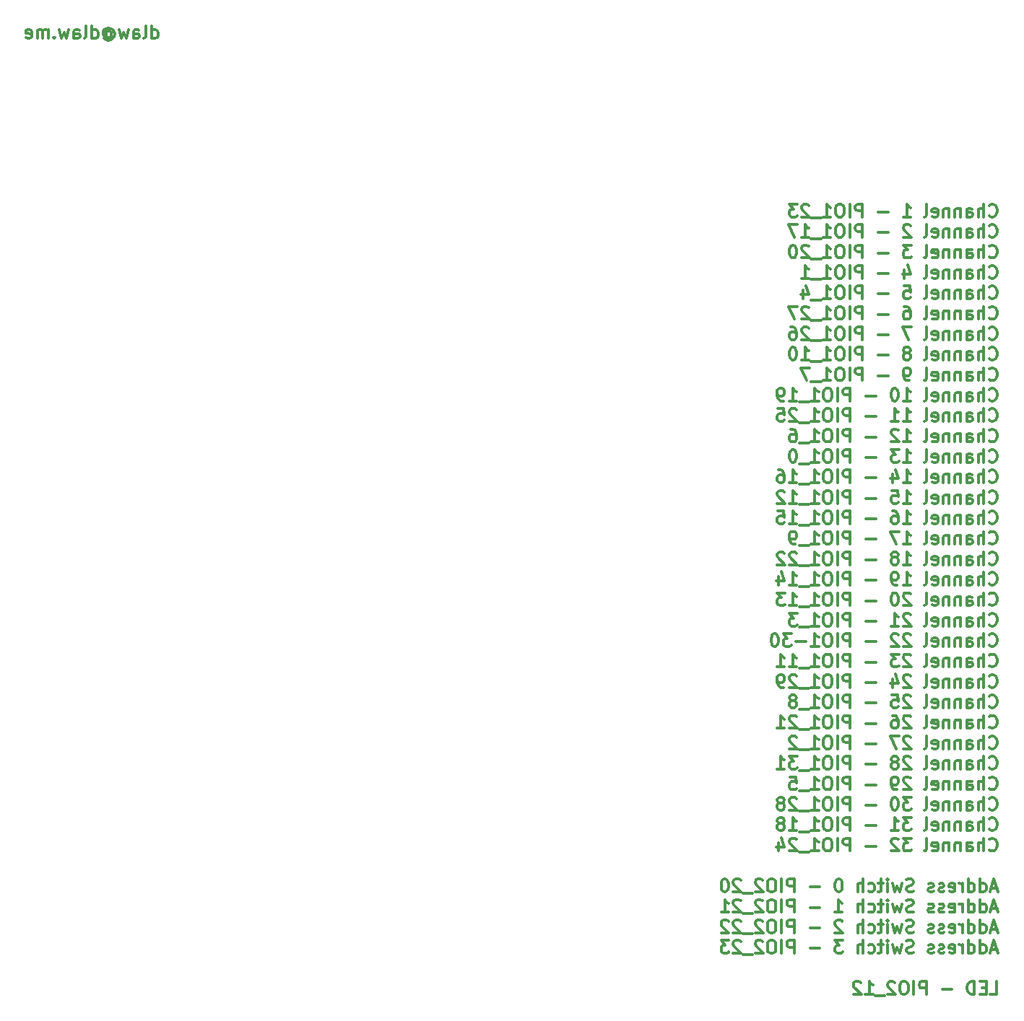
<source format=gbr>
G04 #@! TF.FileFunction,Legend,Bot*
%FSLAX46Y46*%
G04 Gerber Fmt 4.6, Leading zero omitted, Abs format (unit mm)*
G04 Created by KiCad (PCBNEW 4.0.1-stable) date 02/05/2016 19:52:28*
%MOMM*%
G01*
G04 APERTURE LIST*
%ADD10C,0.100000*%
%ADD11C,0.300000*%
G04 APERTURE END LIST*
D10*
D11*
X97459714Y-48430571D02*
X97459714Y-46930571D01*
X97459714Y-48359143D02*
X97602571Y-48430571D01*
X97888285Y-48430571D01*
X98031143Y-48359143D01*
X98102571Y-48287714D01*
X98174000Y-48144857D01*
X98174000Y-47716286D01*
X98102571Y-47573429D01*
X98031143Y-47502000D01*
X97888285Y-47430571D01*
X97602571Y-47430571D01*
X97459714Y-47502000D01*
X96531142Y-48430571D02*
X96674000Y-48359143D01*
X96745428Y-48216286D01*
X96745428Y-46930571D01*
X95316857Y-48430571D02*
X95316857Y-47644857D01*
X95388286Y-47502000D01*
X95531143Y-47430571D01*
X95816857Y-47430571D01*
X95959714Y-47502000D01*
X95316857Y-48359143D02*
X95459714Y-48430571D01*
X95816857Y-48430571D01*
X95959714Y-48359143D01*
X96031143Y-48216286D01*
X96031143Y-48073429D01*
X95959714Y-47930571D01*
X95816857Y-47859143D01*
X95459714Y-47859143D01*
X95316857Y-47787714D01*
X94745428Y-47430571D02*
X94459714Y-48430571D01*
X94174000Y-47716286D01*
X93888285Y-48430571D01*
X93602571Y-47430571D01*
X92102571Y-47716286D02*
X92173999Y-47644857D01*
X92316856Y-47573429D01*
X92459714Y-47573429D01*
X92602571Y-47644857D01*
X92673999Y-47716286D01*
X92745428Y-47859143D01*
X92745428Y-48002000D01*
X92673999Y-48144857D01*
X92602571Y-48216286D01*
X92459714Y-48287714D01*
X92316856Y-48287714D01*
X92173999Y-48216286D01*
X92102571Y-48144857D01*
X92102571Y-47573429D02*
X92102571Y-48144857D01*
X92031142Y-48216286D01*
X91959714Y-48216286D01*
X91816856Y-48144857D01*
X91745428Y-48002000D01*
X91745428Y-47644857D01*
X91888285Y-47430571D01*
X92102571Y-47287714D01*
X92388285Y-47216286D01*
X92673999Y-47287714D01*
X92888285Y-47430571D01*
X93031142Y-47644857D01*
X93102571Y-47930571D01*
X93031142Y-48216286D01*
X92888285Y-48430571D01*
X92673999Y-48573429D01*
X92388285Y-48644857D01*
X92102571Y-48573429D01*
X91888285Y-48430571D01*
X90459714Y-48430571D02*
X90459714Y-46930571D01*
X90459714Y-48359143D02*
X90602571Y-48430571D01*
X90888285Y-48430571D01*
X91031143Y-48359143D01*
X91102571Y-48287714D01*
X91174000Y-48144857D01*
X91174000Y-47716286D01*
X91102571Y-47573429D01*
X91031143Y-47502000D01*
X90888285Y-47430571D01*
X90602571Y-47430571D01*
X90459714Y-47502000D01*
X89531142Y-48430571D02*
X89674000Y-48359143D01*
X89745428Y-48216286D01*
X89745428Y-46930571D01*
X88316857Y-48430571D02*
X88316857Y-47644857D01*
X88388286Y-47502000D01*
X88531143Y-47430571D01*
X88816857Y-47430571D01*
X88959714Y-47502000D01*
X88316857Y-48359143D02*
X88459714Y-48430571D01*
X88816857Y-48430571D01*
X88959714Y-48359143D01*
X89031143Y-48216286D01*
X89031143Y-48073429D01*
X88959714Y-47930571D01*
X88816857Y-47859143D01*
X88459714Y-47859143D01*
X88316857Y-47787714D01*
X87745428Y-47430571D02*
X87459714Y-48430571D01*
X87174000Y-47716286D01*
X86888285Y-48430571D01*
X86602571Y-47430571D01*
X86031142Y-48287714D02*
X85959714Y-48359143D01*
X86031142Y-48430571D01*
X86102571Y-48359143D01*
X86031142Y-48287714D01*
X86031142Y-48430571D01*
X85316856Y-48430571D02*
X85316856Y-47430571D01*
X85316856Y-47573429D02*
X85245428Y-47502000D01*
X85102570Y-47430571D01*
X84888285Y-47430571D01*
X84745428Y-47502000D01*
X84673999Y-47644857D01*
X84673999Y-48430571D01*
X84673999Y-47644857D02*
X84602570Y-47502000D01*
X84459713Y-47430571D01*
X84245428Y-47430571D01*
X84102570Y-47502000D01*
X84031142Y-47644857D01*
X84031142Y-48430571D01*
X82745428Y-48359143D02*
X82888285Y-48430571D01*
X83173999Y-48430571D01*
X83316856Y-48359143D01*
X83388285Y-48216286D01*
X83388285Y-47644857D01*
X83316856Y-47502000D01*
X83173999Y-47430571D01*
X82888285Y-47430571D01*
X82745428Y-47502000D01*
X82673999Y-47644857D01*
X82673999Y-47787714D01*
X83388285Y-47930571D01*
X195635714Y-69235714D02*
X195707143Y-69307143D01*
X195921429Y-69378571D01*
X196064286Y-69378571D01*
X196278571Y-69307143D01*
X196421429Y-69164286D01*
X196492857Y-69021429D01*
X196564286Y-68735714D01*
X196564286Y-68521429D01*
X196492857Y-68235714D01*
X196421429Y-68092857D01*
X196278571Y-67950000D01*
X196064286Y-67878571D01*
X195921429Y-67878571D01*
X195707143Y-67950000D01*
X195635714Y-68021429D01*
X194992857Y-69378571D02*
X194992857Y-67878571D01*
X194350000Y-69378571D02*
X194350000Y-68592857D01*
X194421429Y-68450000D01*
X194564286Y-68378571D01*
X194778571Y-68378571D01*
X194921429Y-68450000D01*
X194992857Y-68521429D01*
X192992857Y-69378571D02*
X192992857Y-68592857D01*
X193064286Y-68450000D01*
X193207143Y-68378571D01*
X193492857Y-68378571D01*
X193635714Y-68450000D01*
X192992857Y-69307143D02*
X193135714Y-69378571D01*
X193492857Y-69378571D01*
X193635714Y-69307143D01*
X193707143Y-69164286D01*
X193707143Y-69021429D01*
X193635714Y-68878571D01*
X193492857Y-68807143D01*
X193135714Y-68807143D01*
X192992857Y-68735714D01*
X192278571Y-68378571D02*
X192278571Y-69378571D01*
X192278571Y-68521429D02*
X192207143Y-68450000D01*
X192064285Y-68378571D01*
X191850000Y-68378571D01*
X191707143Y-68450000D01*
X191635714Y-68592857D01*
X191635714Y-69378571D01*
X190921428Y-68378571D02*
X190921428Y-69378571D01*
X190921428Y-68521429D02*
X190850000Y-68450000D01*
X190707142Y-68378571D01*
X190492857Y-68378571D01*
X190350000Y-68450000D01*
X190278571Y-68592857D01*
X190278571Y-69378571D01*
X188992857Y-69307143D02*
X189135714Y-69378571D01*
X189421428Y-69378571D01*
X189564285Y-69307143D01*
X189635714Y-69164286D01*
X189635714Y-68592857D01*
X189564285Y-68450000D01*
X189421428Y-68378571D01*
X189135714Y-68378571D01*
X188992857Y-68450000D01*
X188921428Y-68592857D01*
X188921428Y-68735714D01*
X189635714Y-68878571D01*
X188064285Y-69378571D02*
X188207143Y-69307143D01*
X188278571Y-69164286D01*
X188278571Y-67878571D01*
X185564286Y-69378571D02*
X186421429Y-69378571D01*
X185992857Y-69378571D02*
X185992857Y-67878571D01*
X186135714Y-68092857D01*
X186278572Y-68235714D01*
X186421429Y-68307143D01*
X183778572Y-68807143D02*
X182635715Y-68807143D01*
X180778572Y-69378571D02*
X180778572Y-67878571D01*
X180207144Y-67878571D01*
X180064286Y-67950000D01*
X179992858Y-68021429D01*
X179921429Y-68164286D01*
X179921429Y-68378571D01*
X179992858Y-68521429D01*
X180064286Y-68592857D01*
X180207144Y-68664286D01*
X180778572Y-68664286D01*
X179278572Y-69378571D02*
X179278572Y-67878571D01*
X178278572Y-67878571D02*
X177992858Y-67878571D01*
X177850000Y-67950000D01*
X177707143Y-68092857D01*
X177635715Y-68378571D01*
X177635715Y-68878571D01*
X177707143Y-69164286D01*
X177850000Y-69307143D01*
X177992858Y-69378571D01*
X178278572Y-69378571D01*
X178421429Y-69307143D01*
X178564286Y-69164286D01*
X178635715Y-68878571D01*
X178635715Y-68378571D01*
X178564286Y-68092857D01*
X178421429Y-67950000D01*
X178278572Y-67878571D01*
X176207143Y-69378571D02*
X177064286Y-69378571D01*
X176635714Y-69378571D02*
X176635714Y-67878571D01*
X176778571Y-68092857D01*
X176921429Y-68235714D01*
X177064286Y-68307143D01*
X175921429Y-69521429D02*
X174778572Y-69521429D01*
X174492858Y-68021429D02*
X174421429Y-67950000D01*
X174278572Y-67878571D01*
X173921429Y-67878571D01*
X173778572Y-67950000D01*
X173707143Y-68021429D01*
X173635715Y-68164286D01*
X173635715Y-68307143D01*
X173707143Y-68521429D01*
X174564286Y-69378571D01*
X173635715Y-69378571D01*
X173135715Y-67878571D02*
X172207144Y-67878571D01*
X172707144Y-68450000D01*
X172492858Y-68450000D01*
X172350001Y-68521429D01*
X172278572Y-68592857D01*
X172207144Y-68735714D01*
X172207144Y-69092857D01*
X172278572Y-69235714D01*
X172350001Y-69307143D01*
X172492858Y-69378571D01*
X172921430Y-69378571D01*
X173064287Y-69307143D01*
X173135715Y-69235714D01*
X195635714Y-71635714D02*
X195707143Y-71707143D01*
X195921429Y-71778571D01*
X196064286Y-71778571D01*
X196278571Y-71707143D01*
X196421429Y-71564286D01*
X196492857Y-71421429D01*
X196564286Y-71135714D01*
X196564286Y-70921429D01*
X196492857Y-70635714D01*
X196421429Y-70492857D01*
X196278571Y-70350000D01*
X196064286Y-70278571D01*
X195921429Y-70278571D01*
X195707143Y-70350000D01*
X195635714Y-70421429D01*
X194992857Y-71778571D02*
X194992857Y-70278571D01*
X194350000Y-71778571D02*
X194350000Y-70992857D01*
X194421429Y-70850000D01*
X194564286Y-70778571D01*
X194778571Y-70778571D01*
X194921429Y-70850000D01*
X194992857Y-70921429D01*
X192992857Y-71778571D02*
X192992857Y-70992857D01*
X193064286Y-70850000D01*
X193207143Y-70778571D01*
X193492857Y-70778571D01*
X193635714Y-70850000D01*
X192992857Y-71707143D02*
X193135714Y-71778571D01*
X193492857Y-71778571D01*
X193635714Y-71707143D01*
X193707143Y-71564286D01*
X193707143Y-71421429D01*
X193635714Y-71278571D01*
X193492857Y-71207143D01*
X193135714Y-71207143D01*
X192992857Y-71135714D01*
X192278571Y-70778571D02*
X192278571Y-71778571D01*
X192278571Y-70921429D02*
X192207143Y-70850000D01*
X192064285Y-70778571D01*
X191850000Y-70778571D01*
X191707143Y-70850000D01*
X191635714Y-70992857D01*
X191635714Y-71778571D01*
X190921428Y-70778571D02*
X190921428Y-71778571D01*
X190921428Y-70921429D02*
X190850000Y-70850000D01*
X190707142Y-70778571D01*
X190492857Y-70778571D01*
X190350000Y-70850000D01*
X190278571Y-70992857D01*
X190278571Y-71778571D01*
X188992857Y-71707143D02*
X189135714Y-71778571D01*
X189421428Y-71778571D01*
X189564285Y-71707143D01*
X189635714Y-71564286D01*
X189635714Y-70992857D01*
X189564285Y-70850000D01*
X189421428Y-70778571D01*
X189135714Y-70778571D01*
X188992857Y-70850000D01*
X188921428Y-70992857D01*
X188921428Y-71135714D01*
X189635714Y-71278571D01*
X188064285Y-71778571D02*
X188207143Y-71707143D01*
X188278571Y-71564286D01*
X188278571Y-70278571D01*
X186421429Y-70421429D02*
X186350000Y-70350000D01*
X186207143Y-70278571D01*
X185850000Y-70278571D01*
X185707143Y-70350000D01*
X185635714Y-70421429D01*
X185564286Y-70564286D01*
X185564286Y-70707143D01*
X185635714Y-70921429D01*
X186492857Y-71778571D01*
X185564286Y-71778571D01*
X183778572Y-71207143D02*
X182635715Y-71207143D01*
X180778572Y-71778571D02*
X180778572Y-70278571D01*
X180207144Y-70278571D01*
X180064286Y-70350000D01*
X179992858Y-70421429D01*
X179921429Y-70564286D01*
X179921429Y-70778571D01*
X179992858Y-70921429D01*
X180064286Y-70992857D01*
X180207144Y-71064286D01*
X180778572Y-71064286D01*
X179278572Y-71778571D02*
X179278572Y-70278571D01*
X178278572Y-70278571D02*
X177992858Y-70278571D01*
X177850000Y-70350000D01*
X177707143Y-70492857D01*
X177635715Y-70778571D01*
X177635715Y-71278571D01*
X177707143Y-71564286D01*
X177850000Y-71707143D01*
X177992858Y-71778571D01*
X178278572Y-71778571D01*
X178421429Y-71707143D01*
X178564286Y-71564286D01*
X178635715Y-71278571D01*
X178635715Y-70778571D01*
X178564286Y-70492857D01*
X178421429Y-70350000D01*
X178278572Y-70278571D01*
X176207143Y-71778571D02*
X177064286Y-71778571D01*
X176635714Y-71778571D02*
X176635714Y-70278571D01*
X176778571Y-70492857D01*
X176921429Y-70635714D01*
X177064286Y-70707143D01*
X175921429Y-71921429D02*
X174778572Y-71921429D01*
X173635715Y-71778571D02*
X174492858Y-71778571D01*
X174064286Y-71778571D02*
X174064286Y-70278571D01*
X174207143Y-70492857D01*
X174350001Y-70635714D01*
X174492858Y-70707143D01*
X173135715Y-70278571D02*
X172135715Y-70278571D01*
X172778572Y-71778571D01*
X195635714Y-74035714D02*
X195707143Y-74107143D01*
X195921429Y-74178571D01*
X196064286Y-74178571D01*
X196278571Y-74107143D01*
X196421429Y-73964286D01*
X196492857Y-73821429D01*
X196564286Y-73535714D01*
X196564286Y-73321429D01*
X196492857Y-73035714D01*
X196421429Y-72892857D01*
X196278571Y-72750000D01*
X196064286Y-72678571D01*
X195921429Y-72678571D01*
X195707143Y-72750000D01*
X195635714Y-72821429D01*
X194992857Y-74178571D02*
X194992857Y-72678571D01*
X194350000Y-74178571D02*
X194350000Y-73392857D01*
X194421429Y-73250000D01*
X194564286Y-73178571D01*
X194778571Y-73178571D01*
X194921429Y-73250000D01*
X194992857Y-73321429D01*
X192992857Y-74178571D02*
X192992857Y-73392857D01*
X193064286Y-73250000D01*
X193207143Y-73178571D01*
X193492857Y-73178571D01*
X193635714Y-73250000D01*
X192992857Y-74107143D02*
X193135714Y-74178571D01*
X193492857Y-74178571D01*
X193635714Y-74107143D01*
X193707143Y-73964286D01*
X193707143Y-73821429D01*
X193635714Y-73678571D01*
X193492857Y-73607143D01*
X193135714Y-73607143D01*
X192992857Y-73535714D01*
X192278571Y-73178571D02*
X192278571Y-74178571D01*
X192278571Y-73321429D02*
X192207143Y-73250000D01*
X192064285Y-73178571D01*
X191850000Y-73178571D01*
X191707143Y-73250000D01*
X191635714Y-73392857D01*
X191635714Y-74178571D01*
X190921428Y-73178571D02*
X190921428Y-74178571D01*
X190921428Y-73321429D02*
X190850000Y-73250000D01*
X190707142Y-73178571D01*
X190492857Y-73178571D01*
X190350000Y-73250000D01*
X190278571Y-73392857D01*
X190278571Y-74178571D01*
X188992857Y-74107143D02*
X189135714Y-74178571D01*
X189421428Y-74178571D01*
X189564285Y-74107143D01*
X189635714Y-73964286D01*
X189635714Y-73392857D01*
X189564285Y-73250000D01*
X189421428Y-73178571D01*
X189135714Y-73178571D01*
X188992857Y-73250000D01*
X188921428Y-73392857D01*
X188921428Y-73535714D01*
X189635714Y-73678571D01*
X188064285Y-74178571D02*
X188207143Y-74107143D01*
X188278571Y-73964286D01*
X188278571Y-72678571D01*
X186492857Y-72678571D02*
X185564286Y-72678571D01*
X186064286Y-73250000D01*
X185850000Y-73250000D01*
X185707143Y-73321429D01*
X185635714Y-73392857D01*
X185564286Y-73535714D01*
X185564286Y-73892857D01*
X185635714Y-74035714D01*
X185707143Y-74107143D01*
X185850000Y-74178571D01*
X186278572Y-74178571D01*
X186421429Y-74107143D01*
X186492857Y-74035714D01*
X183778572Y-73607143D02*
X182635715Y-73607143D01*
X180778572Y-74178571D02*
X180778572Y-72678571D01*
X180207144Y-72678571D01*
X180064286Y-72750000D01*
X179992858Y-72821429D01*
X179921429Y-72964286D01*
X179921429Y-73178571D01*
X179992858Y-73321429D01*
X180064286Y-73392857D01*
X180207144Y-73464286D01*
X180778572Y-73464286D01*
X179278572Y-74178571D02*
X179278572Y-72678571D01*
X178278572Y-72678571D02*
X177992858Y-72678571D01*
X177850000Y-72750000D01*
X177707143Y-72892857D01*
X177635715Y-73178571D01*
X177635715Y-73678571D01*
X177707143Y-73964286D01*
X177850000Y-74107143D01*
X177992858Y-74178571D01*
X178278572Y-74178571D01*
X178421429Y-74107143D01*
X178564286Y-73964286D01*
X178635715Y-73678571D01*
X178635715Y-73178571D01*
X178564286Y-72892857D01*
X178421429Y-72750000D01*
X178278572Y-72678571D01*
X176207143Y-74178571D02*
X177064286Y-74178571D01*
X176635714Y-74178571D02*
X176635714Y-72678571D01*
X176778571Y-72892857D01*
X176921429Y-73035714D01*
X177064286Y-73107143D01*
X175921429Y-74321429D02*
X174778572Y-74321429D01*
X174492858Y-72821429D02*
X174421429Y-72750000D01*
X174278572Y-72678571D01*
X173921429Y-72678571D01*
X173778572Y-72750000D01*
X173707143Y-72821429D01*
X173635715Y-72964286D01*
X173635715Y-73107143D01*
X173707143Y-73321429D01*
X174564286Y-74178571D01*
X173635715Y-74178571D01*
X172707144Y-72678571D02*
X172564287Y-72678571D01*
X172421430Y-72750000D01*
X172350001Y-72821429D01*
X172278572Y-72964286D01*
X172207144Y-73250000D01*
X172207144Y-73607143D01*
X172278572Y-73892857D01*
X172350001Y-74035714D01*
X172421430Y-74107143D01*
X172564287Y-74178571D01*
X172707144Y-74178571D01*
X172850001Y-74107143D01*
X172921430Y-74035714D01*
X172992858Y-73892857D01*
X173064287Y-73607143D01*
X173064287Y-73250000D01*
X172992858Y-72964286D01*
X172921430Y-72821429D01*
X172850001Y-72750000D01*
X172707144Y-72678571D01*
X195635714Y-76435714D02*
X195707143Y-76507143D01*
X195921429Y-76578571D01*
X196064286Y-76578571D01*
X196278571Y-76507143D01*
X196421429Y-76364286D01*
X196492857Y-76221429D01*
X196564286Y-75935714D01*
X196564286Y-75721429D01*
X196492857Y-75435714D01*
X196421429Y-75292857D01*
X196278571Y-75150000D01*
X196064286Y-75078571D01*
X195921429Y-75078571D01*
X195707143Y-75150000D01*
X195635714Y-75221429D01*
X194992857Y-76578571D02*
X194992857Y-75078571D01*
X194350000Y-76578571D02*
X194350000Y-75792857D01*
X194421429Y-75650000D01*
X194564286Y-75578571D01*
X194778571Y-75578571D01*
X194921429Y-75650000D01*
X194992857Y-75721429D01*
X192992857Y-76578571D02*
X192992857Y-75792857D01*
X193064286Y-75650000D01*
X193207143Y-75578571D01*
X193492857Y-75578571D01*
X193635714Y-75650000D01*
X192992857Y-76507143D02*
X193135714Y-76578571D01*
X193492857Y-76578571D01*
X193635714Y-76507143D01*
X193707143Y-76364286D01*
X193707143Y-76221429D01*
X193635714Y-76078571D01*
X193492857Y-76007143D01*
X193135714Y-76007143D01*
X192992857Y-75935714D01*
X192278571Y-75578571D02*
X192278571Y-76578571D01*
X192278571Y-75721429D02*
X192207143Y-75650000D01*
X192064285Y-75578571D01*
X191850000Y-75578571D01*
X191707143Y-75650000D01*
X191635714Y-75792857D01*
X191635714Y-76578571D01*
X190921428Y-75578571D02*
X190921428Y-76578571D01*
X190921428Y-75721429D02*
X190850000Y-75650000D01*
X190707142Y-75578571D01*
X190492857Y-75578571D01*
X190350000Y-75650000D01*
X190278571Y-75792857D01*
X190278571Y-76578571D01*
X188992857Y-76507143D02*
X189135714Y-76578571D01*
X189421428Y-76578571D01*
X189564285Y-76507143D01*
X189635714Y-76364286D01*
X189635714Y-75792857D01*
X189564285Y-75650000D01*
X189421428Y-75578571D01*
X189135714Y-75578571D01*
X188992857Y-75650000D01*
X188921428Y-75792857D01*
X188921428Y-75935714D01*
X189635714Y-76078571D01*
X188064285Y-76578571D02*
X188207143Y-76507143D01*
X188278571Y-76364286D01*
X188278571Y-75078571D01*
X185707143Y-75578571D02*
X185707143Y-76578571D01*
X186064286Y-75007143D02*
X186421429Y-76078571D01*
X185492857Y-76078571D01*
X183778572Y-76007143D02*
X182635715Y-76007143D01*
X180778572Y-76578571D02*
X180778572Y-75078571D01*
X180207144Y-75078571D01*
X180064286Y-75150000D01*
X179992858Y-75221429D01*
X179921429Y-75364286D01*
X179921429Y-75578571D01*
X179992858Y-75721429D01*
X180064286Y-75792857D01*
X180207144Y-75864286D01*
X180778572Y-75864286D01*
X179278572Y-76578571D02*
X179278572Y-75078571D01*
X178278572Y-75078571D02*
X177992858Y-75078571D01*
X177850000Y-75150000D01*
X177707143Y-75292857D01*
X177635715Y-75578571D01*
X177635715Y-76078571D01*
X177707143Y-76364286D01*
X177850000Y-76507143D01*
X177992858Y-76578571D01*
X178278572Y-76578571D01*
X178421429Y-76507143D01*
X178564286Y-76364286D01*
X178635715Y-76078571D01*
X178635715Y-75578571D01*
X178564286Y-75292857D01*
X178421429Y-75150000D01*
X178278572Y-75078571D01*
X176207143Y-76578571D02*
X177064286Y-76578571D01*
X176635714Y-76578571D02*
X176635714Y-75078571D01*
X176778571Y-75292857D01*
X176921429Y-75435714D01*
X177064286Y-75507143D01*
X175921429Y-76721429D02*
X174778572Y-76721429D01*
X173635715Y-76578571D02*
X174492858Y-76578571D01*
X174064286Y-76578571D02*
X174064286Y-75078571D01*
X174207143Y-75292857D01*
X174350001Y-75435714D01*
X174492858Y-75507143D01*
X195635714Y-78835714D02*
X195707143Y-78907143D01*
X195921429Y-78978571D01*
X196064286Y-78978571D01*
X196278571Y-78907143D01*
X196421429Y-78764286D01*
X196492857Y-78621429D01*
X196564286Y-78335714D01*
X196564286Y-78121429D01*
X196492857Y-77835714D01*
X196421429Y-77692857D01*
X196278571Y-77550000D01*
X196064286Y-77478571D01*
X195921429Y-77478571D01*
X195707143Y-77550000D01*
X195635714Y-77621429D01*
X194992857Y-78978571D02*
X194992857Y-77478571D01*
X194350000Y-78978571D02*
X194350000Y-78192857D01*
X194421429Y-78050000D01*
X194564286Y-77978571D01*
X194778571Y-77978571D01*
X194921429Y-78050000D01*
X194992857Y-78121429D01*
X192992857Y-78978571D02*
X192992857Y-78192857D01*
X193064286Y-78050000D01*
X193207143Y-77978571D01*
X193492857Y-77978571D01*
X193635714Y-78050000D01*
X192992857Y-78907143D02*
X193135714Y-78978571D01*
X193492857Y-78978571D01*
X193635714Y-78907143D01*
X193707143Y-78764286D01*
X193707143Y-78621429D01*
X193635714Y-78478571D01*
X193492857Y-78407143D01*
X193135714Y-78407143D01*
X192992857Y-78335714D01*
X192278571Y-77978571D02*
X192278571Y-78978571D01*
X192278571Y-78121429D02*
X192207143Y-78050000D01*
X192064285Y-77978571D01*
X191850000Y-77978571D01*
X191707143Y-78050000D01*
X191635714Y-78192857D01*
X191635714Y-78978571D01*
X190921428Y-77978571D02*
X190921428Y-78978571D01*
X190921428Y-78121429D02*
X190850000Y-78050000D01*
X190707142Y-77978571D01*
X190492857Y-77978571D01*
X190350000Y-78050000D01*
X190278571Y-78192857D01*
X190278571Y-78978571D01*
X188992857Y-78907143D02*
X189135714Y-78978571D01*
X189421428Y-78978571D01*
X189564285Y-78907143D01*
X189635714Y-78764286D01*
X189635714Y-78192857D01*
X189564285Y-78050000D01*
X189421428Y-77978571D01*
X189135714Y-77978571D01*
X188992857Y-78050000D01*
X188921428Y-78192857D01*
X188921428Y-78335714D01*
X189635714Y-78478571D01*
X188064285Y-78978571D02*
X188207143Y-78907143D01*
X188278571Y-78764286D01*
X188278571Y-77478571D01*
X185635714Y-77478571D02*
X186350000Y-77478571D01*
X186421429Y-78192857D01*
X186350000Y-78121429D01*
X186207143Y-78050000D01*
X185850000Y-78050000D01*
X185707143Y-78121429D01*
X185635714Y-78192857D01*
X185564286Y-78335714D01*
X185564286Y-78692857D01*
X185635714Y-78835714D01*
X185707143Y-78907143D01*
X185850000Y-78978571D01*
X186207143Y-78978571D01*
X186350000Y-78907143D01*
X186421429Y-78835714D01*
X183778572Y-78407143D02*
X182635715Y-78407143D01*
X180778572Y-78978571D02*
X180778572Y-77478571D01*
X180207144Y-77478571D01*
X180064286Y-77550000D01*
X179992858Y-77621429D01*
X179921429Y-77764286D01*
X179921429Y-77978571D01*
X179992858Y-78121429D01*
X180064286Y-78192857D01*
X180207144Y-78264286D01*
X180778572Y-78264286D01*
X179278572Y-78978571D02*
X179278572Y-77478571D01*
X178278572Y-77478571D02*
X177992858Y-77478571D01*
X177850000Y-77550000D01*
X177707143Y-77692857D01*
X177635715Y-77978571D01*
X177635715Y-78478571D01*
X177707143Y-78764286D01*
X177850000Y-78907143D01*
X177992858Y-78978571D01*
X178278572Y-78978571D01*
X178421429Y-78907143D01*
X178564286Y-78764286D01*
X178635715Y-78478571D01*
X178635715Y-77978571D01*
X178564286Y-77692857D01*
X178421429Y-77550000D01*
X178278572Y-77478571D01*
X176207143Y-78978571D02*
X177064286Y-78978571D01*
X176635714Y-78978571D02*
X176635714Y-77478571D01*
X176778571Y-77692857D01*
X176921429Y-77835714D01*
X177064286Y-77907143D01*
X175921429Y-79121429D02*
X174778572Y-79121429D01*
X173778572Y-77978571D02*
X173778572Y-78978571D01*
X174135715Y-77407143D02*
X174492858Y-78478571D01*
X173564286Y-78478571D01*
X195635714Y-81235714D02*
X195707143Y-81307143D01*
X195921429Y-81378571D01*
X196064286Y-81378571D01*
X196278571Y-81307143D01*
X196421429Y-81164286D01*
X196492857Y-81021429D01*
X196564286Y-80735714D01*
X196564286Y-80521429D01*
X196492857Y-80235714D01*
X196421429Y-80092857D01*
X196278571Y-79950000D01*
X196064286Y-79878571D01*
X195921429Y-79878571D01*
X195707143Y-79950000D01*
X195635714Y-80021429D01*
X194992857Y-81378571D02*
X194992857Y-79878571D01*
X194350000Y-81378571D02*
X194350000Y-80592857D01*
X194421429Y-80450000D01*
X194564286Y-80378571D01*
X194778571Y-80378571D01*
X194921429Y-80450000D01*
X194992857Y-80521429D01*
X192992857Y-81378571D02*
X192992857Y-80592857D01*
X193064286Y-80450000D01*
X193207143Y-80378571D01*
X193492857Y-80378571D01*
X193635714Y-80450000D01*
X192992857Y-81307143D02*
X193135714Y-81378571D01*
X193492857Y-81378571D01*
X193635714Y-81307143D01*
X193707143Y-81164286D01*
X193707143Y-81021429D01*
X193635714Y-80878571D01*
X193492857Y-80807143D01*
X193135714Y-80807143D01*
X192992857Y-80735714D01*
X192278571Y-80378571D02*
X192278571Y-81378571D01*
X192278571Y-80521429D02*
X192207143Y-80450000D01*
X192064285Y-80378571D01*
X191850000Y-80378571D01*
X191707143Y-80450000D01*
X191635714Y-80592857D01*
X191635714Y-81378571D01*
X190921428Y-80378571D02*
X190921428Y-81378571D01*
X190921428Y-80521429D02*
X190850000Y-80450000D01*
X190707142Y-80378571D01*
X190492857Y-80378571D01*
X190350000Y-80450000D01*
X190278571Y-80592857D01*
X190278571Y-81378571D01*
X188992857Y-81307143D02*
X189135714Y-81378571D01*
X189421428Y-81378571D01*
X189564285Y-81307143D01*
X189635714Y-81164286D01*
X189635714Y-80592857D01*
X189564285Y-80450000D01*
X189421428Y-80378571D01*
X189135714Y-80378571D01*
X188992857Y-80450000D01*
X188921428Y-80592857D01*
X188921428Y-80735714D01*
X189635714Y-80878571D01*
X188064285Y-81378571D02*
X188207143Y-81307143D01*
X188278571Y-81164286D01*
X188278571Y-79878571D01*
X185707143Y-79878571D02*
X185992857Y-79878571D01*
X186135714Y-79950000D01*
X186207143Y-80021429D01*
X186350000Y-80235714D01*
X186421429Y-80521429D01*
X186421429Y-81092857D01*
X186350000Y-81235714D01*
X186278572Y-81307143D01*
X186135714Y-81378571D01*
X185850000Y-81378571D01*
X185707143Y-81307143D01*
X185635714Y-81235714D01*
X185564286Y-81092857D01*
X185564286Y-80735714D01*
X185635714Y-80592857D01*
X185707143Y-80521429D01*
X185850000Y-80450000D01*
X186135714Y-80450000D01*
X186278572Y-80521429D01*
X186350000Y-80592857D01*
X186421429Y-80735714D01*
X183778572Y-80807143D02*
X182635715Y-80807143D01*
X180778572Y-81378571D02*
X180778572Y-79878571D01*
X180207144Y-79878571D01*
X180064286Y-79950000D01*
X179992858Y-80021429D01*
X179921429Y-80164286D01*
X179921429Y-80378571D01*
X179992858Y-80521429D01*
X180064286Y-80592857D01*
X180207144Y-80664286D01*
X180778572Y-80664286D01*
X179278572Y-81378571D02*
X179278572Y-79878571D01*
X178278572Y-79878571D02*
X177992858Y-79878571D01*
X177850000Y-79950000D01*
X177707143Y-80092857D01*
X177635715Y-80378571D01*
X177635715Y-80878571D01*
X177707143Y-81164286D01*
X177850000Y-81307143D01*
X177992858Y-81378571D01*
X178278572Y-81378571D01*
X178421429Y-81307143D01*
X178564286Y-81164286D01*
X178635715Y-80878571D01*
X178635715Y-80378571D01*
X178564286Y-80092857D01*
X178421429Y-79950000D01*
X178278572Y-79878571D01*
X176207143Y-81378571D02*
X177064286Y-81378571D01*
X176635714Y-81378571D02*
X176635714Y-79878571D01*
X176778571Y-80092857D01*
X176921429Y-80235714D01*
X177064286Y-80307143D01*
X175921429Y-81521429D02*
X174778572Y-81521429D01*
X174492858Y-80021429D02*
X174421429Y-79950000D01*
X174278572Y-79878571D01*
X173921429Y-79878571D01*
X173778572Y-79950000D01*
X173707143Y-80021429D01*
X173635715Y-80164286D01*
X173635715Y-80307143D01*
X173707143Y-80521429D01*
X174564286Y-81378571D01*
X173635715Y-81378571D01*
X173135715Y-79878571D02*
X172135715Y-79878571D01*
X172778572Y-81378571D01*
X195635714Y-83635714D02*
X195707143Y-83707143D01*
X195921429Y-83778571D01*
X196064286Y-83778571D01*
X196278571Y-83707143D01*
X196421429Y-83564286D01*
X196492857Y-83421429D01*
X196564286Y-83135714D01*
X196564286Y-82921429D01*
X196492857Y-82635714D01*
X196421429Y-82492857D01*
X196278571Y-82350000D01*
X196064286Y-82278571D01*
X195921429Y-82278571D01*
X195707143Y-82350000D01*
X195635714Y-82421429D01*
X194992857Y-83778571D02*
X194992857Y-82278571D01*
X194350000Y-83778571D02*
X194350000Y-82992857D01*
X194421429Y-82850000D01*
X194564286Y-82778571D01*
X194778571Y-82778571D01*
X194921429Y-82850000D01*
X194992857Y-82921429D01*
X192992857Y-83778571D02*
X192992857Y-82992857D01*
X193064286Y-82850000D01*
X193207143Y-82778571D01*
X193492857Y-82778571D01*
X193635714Y-82850000D01*
X192992857Y-83707143D02*
X193135714Y-83778571D01*
X193492857Y-83778571D01*
X193635714Y-83707143D01*
X193707143Y-83564286D01*
X193707143Y-83421429D01*
X193635714Y-83278571D01*
X193492857Y-83207143D01*
X193135714Y-83207143D01*
X192992857Y-83135714D01*
X192278571Y-82778571D02*
X192278571Y-83778571D01*
X192278571Y-82921429D02*
X192207143Y-82850000D01*
X192064285Y-82778571D01*
X191850000Y-82778571D01*
X191707143Y-82850000D01*
X191635714Y-82992857D01*
X191635714Y-83778571D01*
X190921428Y-82778571D02*
X190921428Y-83778571D01*
X190921428Y-82921429D02*
X190850000Y-82850000D01*
X190707142Y-82778571D01*
X190492857Y-82778571D01*
X190350000Y-82850000D01*
X190278571Y-82992857D01*
X190278571Y-83778571D01*
X188992857Y-83707143D02*
X189135714Y-83778571D01*
X189421428Y-83778571D01*
X189564285Y-83707143D01*
X189635714Y-83564286D01*
X189635714Y-82992857D01*
X189564285Y-82850000D01*
X189421428Y-82778571D01*
X189135714Y-82778571D01*
X188992857Y-82850000D01*
X188921428Y-82992857D01*
X188921428Y-83135714D01*
X189635714Y-83278571D01*
X188064285Y-83778571D02*
X188207143Y-83707143D01*
X188278571Y-83564286D01*
X188278571Y-82278571D01*
X186492857Y-82278571D02*
X185492857Y-82278571D01*
X186135714Y-83778571D01*
X183778572Y-83207143D02*
X182635715Y-83207143D01*
X180778572Y-83778571D02*
X180778572Y-82278571D01*
X180207144Y-82278571D01*
X180064286Y-82350000D01*
X179992858Y-82421429D01*
X179921429Y-82564286D01*
X179921429Y-82778571D01*
X179992858Y-82921429D01*
X180064286Y-82992857D01*
X180207144Y-83064286D01*
X180778572Y-83064286D01*
X179278572Y-83778571D02*
X179278572Y-82278571D01*
X178278572Y-82278571D02*
X177992858Y-82278571D01*
X177850000Y-82350000D01*
X177707143Y-82492857D01*
X177635715Y-82778571D01*
X177635715Y-83278571D01*
X177707143Y-83564286D01*
X177850000Y-83707143D01*
X177992858Y-83778571D01*
X178278572Y-83778571D01*
X178421429Y-83707143D01*
X178564286Y-83564286D01*
X178635715Y-83278571D01*
X178635715Y-82778571D01*
X178564286Y-82492857D01*
X178421429Y-82350000D01*
X178278572Y-82278571D01*
X176207143Y-83778571D02*
X177064286Y-83778571D01*
X176635714Y-83778571D02*
X176635714Y-82278571D01*
X176778571Y-82492857D01*
X176921429Y-82635714D01*
X177064286Y-82707143D01*
X175921429Y-83921429D02*
X174778572Y-83921429D01*
X174492858Y-82421429D02*
X174421429Y-82350000D01*
X174278572Y-82278571D01*
X173921429Y-82278571D01*
X173778572Y-82350000D01*
X173707143Y-82421429D01*
X173635715Y-82564286D01*
X173635715Y-82707143D01*
X173707143Y-82921429D01*
X174564286Y-83778571D01*
X173635715Y-83778571D01*
X172350001Y-82278571D02*
X172635715Y-82278571D01*
X172778572Y-82350000D01*
X172850001Y-82421429D01*
X172992858Y-82635714D01*
X173064287Y-82921429D01*
X173064287Y-83492857D01*
X172992858Y-83635714D01*
X172921430Y-83707143D01*
X172778572Y-83778571D01*
X172492858Y-83778571D01*
X172350001Y-83707143D01*
X172278572Y-83635714D01*
X172207144Y-83492857D01*
X172207144Y-83135714D01*
X172278572Y-82992857D01*
X172350001Y-82921429D01*
X172492858Y-82850000D01*
X172778572Y-82850000D01*
X172921430Y-82921429D01*
X172992858Y-82992857D01*
X173064287Y-83135714D01*
X195635714Y-86035714D02*
X195707143Y-86107143D01*
X195921429Y-86178571D01*
X196064286Y-86178571D01*
X196278571Y-86107143D01*
X196421429Y-85964286D01*
X196492857Y-85821429D01*
X196564286Y-85535714D01*
X196564286Y-85321429D01*
X196492857Y-85035714D01*
X196421429Y-84892857D01*
X196278571Y-84750000D01*
X196064286Y-84678571D01*
X195921429Y-84678571D01*
X195707143Y-84750000D01*
X195635714Y-84821429D01*
X194992857Y-86178571D02*
X194992857Y-84678571D01*
X194350000Y-86178571D02*
X194350000Y-85392857D01*
X194421429Y-85250000D01*
X194564286Y-85178571D01*
X194778571Y-85178571D01*
X194921429Y-85250000D01*
X194992857Y-85321429D01*
X192992857Y-86178571D02*
X192992857Y-85392857D01*
X193064286Y-85250000D01*
X193207143Y-85178571D01*
X193492857Y-85178571D01*
X193635714Y-85250000D01*
X192992857Y-86107143D02*
X193135714Y-86178571D01*
X193492857Y-86178571D01*
X193635714Y-86107143D01*
X193707143Y-85964286D01*
X193707143Y-85821429D01*
X193635714Y-85678571D01*
X193492857Y-85607143D01*
X193135714Y-85607143D01*
X192992857Y-85535714D01*
X192278571Y-85178571D02*
X192278571Y-86178571D01*
X192278571Y-85321429D02*
X192207143Y-85250000D01*
X192064285Y-85178571D01*
X191850000Y-85178571D01*
X191707143Y-85250000D01*
X191635714Y-85392857D01*
X191635714Y-86178571D01*
X190921428Y-85178571D02*
X190921428Y-86178571D01*
X190921428Y-85321429D02*
X190850000Y-85250000D01*
X190707142Y-85178571D01*
X190492857Y-85178571D01*
X190350000Y-85250000D01*
X190278571Y-85392857D01*
X190278571Y-86178571D01*
X188992857Y-86107143D02*
X189135714Y-86178571D01*
X189421428Y-86178571D01*
X189564285Y-86107143D01*
X189635714Y-85964286D01*
X189635714Y-85392857D01*
X189564285Y-85250000D01*
X189421428Y-85178571D01*
X189135714Y-85178571D01*
X188992857Y-85250000D01*
X188921428Y-85392857D01*
X188921428Y-85535714D01*
X189635714Y-85678571D01*
X188064285Y-86178571D02*
X188207143Y-86107143D01*
X188278571Y-85964286D01*
X188278571Y-84678571D01*
X186135714Y-85321429D02*
X186278572Y-85250000D01*
X186350000Y-85178571D01*
X186421429Y-85035714D01*
X186421429Y-84964286D01*
X186350000Y-84821429D01*
X186278572Y-84750000D01*
X186135714Y-84678571D01*
X185850000Y-84678571D01*
X185707143Y-84750000D01*
X185635714Y-84821429D01*
X185564286Y-84964286D01*
X185564286Y-85035714D01*
X185635714Y-85178571D01*
X185707143Y-85250000D01*
X185850000Y-85321429D01*
X186135714Y-85321429D01*
X186278572Y-85392857D01*
X186350000Y-85464286D01*
X186421429Y-85607143D01*
X186421429Y-85892857D01*
X186350000Y-86035714D01*
X186278572Y-86107143D01*
X186135714Y-86178571D01*
X185850000Y-86178571D01*
X185707143Y-86107143D01*
X185635714Y-86035714D01*
X185564286Y-85892857D01*
X185564286Y-85607143D01*
X185635714Y-85464286D01*
X185707143Y-85392857D01*
X185850000Y-85321429D01*
X183778572Y-85607143D02*
X182635715Y-85607143D01*
X180778572Y-86178571D02*
X180778572Y-84678571D01*
X180207144Y-84678571D01*
X180064286Y-84750000D01*
X179992858Y-84821429D01*
X179921429Y-84964286D01*
X179921429Y-85178571D01*
X179992858Y-85321429D01*
X180064286Y-85392857D01*
X180207144Y-85464286D01*
X180778572Y-85464286D01*
X179278572Y-86178571D02*
X179278572Y-84678571D01*
X178278572Y-84678571D02*
X177992858Y-84678571D01*
X177850000Y-84750000D01*
X177707143Y-84892857D01*
X177635715Y-85178571D01*
X177635715Y-85678571D01*
X177707143Y-85964286D01*
X177850000Y-86107143D01*
X177992858Y-86178571D01*
X178278572Y-86178571D01*
X178421429Y-86107143D01*
X178564286Y-85964286D01*
X178635715Y-85678571D01*
X178635715Y-85178571D01*
X178564286Y-84892857D01*
X178421429Y-84750000D01*
X178278572Y-84678571D01*
X176207143Y-86178571D02*
X177064286Y-86178571D01*
X176635714Y-86178571D02*
X176635714Y-84678571D01*
X176778571Y-84892857D01*
X176921429Y-85035714D01*
X177064286Y-85107143D01*
X175921429Y-86321429D02*
X174778572Y-86321429D01*
X173635715Y-86178571D02*
X174492858Y-86178571D01*
X174064286Y-86178571D02*
X174064286Y-84678571D01*
X174207143Y-84892857D01*
X174350001Y-85035714D01*
X174492858Y-85107143D01*
X172707144Y-84678571D02*
X172564287Y-84678571D01*
X172421430Y-84750000D01*
X172350001Y-84821429D01*
X172278572Y-84964286D01*
X172207144Y-85250000D01*
X172207144Y-85607143D01*
X172278572Y-85892857D01*
X172350001Y-86035714D01*
X172421430Y-86107143D01*
X172564287Y-86178571D01*
X172707144Y-86178571D01*
X172850001Y-86107143D01*
X172921430Y-86035714D01*
X172992858Y-85892857D01*
X173064287Y-85607143D01*
X173064287Y-85250000D01*
X172992858Y-84964286D01*
X172921430Y-84821429D01*
X172850001Y-84750000D01*
X172707144Y-84678571D01*
X195635714Y-88435714D02*
X195707143Y-88507143D01*
X195921429Y-88578571D01*
X196064286Y-88578571D01*
X196278571Y-88507143D01*
X196421429Y-88364286D01*
X196492857Y-88221429D01*
X196564286Y-87935714D01*
X196564286Y-87721429D01*
X196492857Y-87435714D01*
X196421429Y-87292857D01*
X196278571Y-87150000D01*
X196064286Y-87078571D01*
X195921429Y-87078571D01*
X195707143Y-87150000D01*
X195635714Y-87221429D01*
X194992857Y-88578571D02*
X194992857Y-87078571D01*
X194350000Y-88578571D02*
X194350000Y-87792857D01*
X194421429Y-87650000D01*
X194564286Y-87578571D01*
X194778571Y-87578571D01*
X194921429Y-87650000D01*
X194992857Y-87721429D01*
X192992857Y-88578571D02*
X192992857Y-87792857D01*
X193064286Y-87650000D01*
X193207143Y-87578571D01*
X193492857Y-87578571D01*
X193635714Y-87650000D01*
X192992857Y-88507143D02*
X193135714Y-88578571D01*
X193492857Y-88578571D01*
X193635714Y-88507143D01*
X193707143Y-88364286D01*
X193707143Y-88221429D01*
X193635714Y-88078571D01*
X193492857Y-88007143D01*
X193135714Y-88007143D01*
X192992857Y-87935714D01*
X192278571Y-87578571D02*
X192278571Y-88578571D01*
X192278571Y-87721429D02*
X192207143Y-87650000D01*
X192064285Y-87578571D01*
X191850000Y-87578571D01*
X191707143Y-87650000D01*
X191635714Y-87792857D01*
X191635714Y-88578571D01*
X190921428Y-87578571D02*
X190921428Y-88578571D01*
X190921428Y-87721429D02*
X190850000Y-87650000D01*
X190707142Y-87578571D01*
X190492857Y-87578571D01*
X190350000Y-87650000D01*
X190278571Y-87792857D01*
X190278571Y-88578571D01*
X188992857Y-88507143D02*
X189135714Y-88578571D01*
X189421428Y-88578571D01*
X189564285Y-88507143D01*
X189635714Y-88364286D01*
X189635714Y-87792857D01*
X189564285Y-87650000D01*
X189421428Y-87578571D01*
X189135714Y-87578571D01*
X188992857Y-87650000D01*
X188921428Y-87792857D01*
X188921428Y-87935714D01*
X189635714Y-88078571D01*
X188064285Y-88578571D02*
X188207143Y-88507143D01*
X188278571Y-88364286D01*
X188278571Y-87078571D01*
X186278572Y-88578571D02*
X185992857Y-88578571D01*
X185850000Y-88507143D01*
X185778572Y-88435714D01*
X185635714Y-88221429D01*
X185564286Y-87935714D01*
X185564286Y-87364286D01*
X185635714Y-87221429D01*
X185707143Y-87150000D01*
X185850000Y-87078571D01*
X186135714Y-87078571D01*
X186278572Y-87150000D01*
X186350000Y-87221429D01*
X186421429Y-87364286D01*
X186421429Y-87721429D01*
X186350000Y-87864286D01*
X186278572Y-87935714D01*
X186135714Y-88007143D01*
X185850000Y-88007143D01*
X185707143Y-87935714D01*
X185635714Y-87864286D01*
X185564286Y-87721429D01*
X183778572Y-88007143D02*
X182635715Y-88007143D01*
X180778572Y-88578571D02*
X180778572Y-87078571D01*
X180207144Y-87078571D01*
X180064286Y-87150000D01*
X179992858Y-87221429D01*
X179921429Y-87364286D01*
X179921429Y-87578571D01*
X179992858Y-87721429D01*
X180064286Y-87792857D01*
X180207144Y-87864286D01*
X180778572Y-87864286D01*
X179278572Y-88578571D02*
X179278572Y-87078571D01*
X178278572Y-87078571D02*
X177992858Y-87078571D01*
X177850000Y-87150000D01*
X177707143Y-87292857D01*
X177635715Y-87578571D01*
X177635715Y-88078571D01*
X177707143Y-88364286D01*
X177850000Y-88507143D01*
X177992858Y-88578571D01*
X178278572Y-88578571D01*
X178421429Y-88507143D01*
X178564286Y-88364286D01*
X178635715Y-88078571D01*
X178635715Y-87578571D01*
X178564286Y-87292857D01*
X178421429Y-87150000D01*
X178278572Y-87078571D01*
X176207143Y-88578571D02*
X177064286Y-88578571D01*
X176635714Y-88578571D02*
X176635714Y-87078571D01*
X176778571Y-87292857D01*
X176921429Y-87435714D01*
X177064286Y-87507143D01*
X175921429Y-88721429D02*
X174778572Y-88721429D01*
X174564286Y-87078571D02*
X173564286Y-87078571D01*
X174207143Y-88578571D01*
X195635714Y-90835714D02*
X195707143Y-90907143D01*
X195921429Y-90978571D01*
X196064286Y-90978571D01*
X196278571Y-90907143D01*
X196421429Y-90764286D01*
X196492857Y-90621429D01*
X196564286Y-90335714D01*
X196564286Y-90121429D01*
X196492857Y-89835714D01*
X196421429Y-89692857D01*
X196278571Y-89550000D01*
X196064286Y-89478571D01*
X195921429Y-89478571D01*
X195707143Y-89550000D01*
X195635714Y-89621429D01*
X194992857Y-90978571D02*
X194992857Y-89478571D01*
X194350000Y-90978571D02*
X194350000Y-90192857D01*
X194421429Y-90050000D01*
X194564286Y-89978571D01*
X194778571Y-89978571D01*
X194921429Y-90050000D01*
X194992857Y-90121429D01*
X192992857Y-90978571D02*
X192992857Y-90192857D01*
X193064286Y-90050000D01*
X193207143Y-89978571D01*
X193492857Y-89978571D01*
X193635714Y-90050000D01*
X192992857Y-90907143D02*
X193135714Y-90978571D01*
X193492857Y-90978571D01*
X193635714Y-90907143D01*
X193707143Y-90764286D01*
X193707143Y-90621429D01*
X193635714Y-90478571D01*
X193492857Y-90407143D01*
X193135714Y-90407143D01*
X192992857Y-90335714D01*
X192278571Y-89978571D02*
X192278571Y-90978571D01*
X192278571Y-90121429D02*
X192207143Y-90050000D01*
X192064285Y-89978571D01*
X191850000Y-89978571D01*
X191707143Y-90050000D01*
X191635714Y-90192857D01*
X191635714Y-90978571D01*
X190921428Y-89978571D02*
X190921428Y-90978571D01*
X190921428Y-90121429D02*
X190850000Y-90050000D01*
X190707142Y-89978571D01*
X190492857Y-89978571D01*
X190350000Y-90050000D01*
X190278571Y-90192857D01*
X190278571Y-90978571D01*
X188992857Y-90907143D02*
X189135714Y-90978571D01*
X189421428Y-90978571D01*
X189564285Y-90907143D01*
X189635714Y-90764286D01*
X189635714Y-90192857D01*
X189564285Y-90050000D01*
X189421428Y-89978571D01*
X189135714Y-89978571D01*
X188992857Y-90050000D01*
X188921428Y-90192857D01*
X188921428Y-90335714D01*
X189635714Y-90478571D01*
X188064285Y-90978571D02*
X188207143Y-90907143D01*
X188278571Y-90764286D01*
X188278571Y-89478571D01*
X185564286Y-90978571D02*
X186421429Y-90978571D01*
X185992857Y-90978571D02*
X185992857Y-89478571D01*
X186135714Y-89692857D01*
X186278572Y-89835714D01*
X186421429Y-89907143D01*
X184635715Y-89478571D02*
X184492858Y-89478571D01*
X184350001Y-89550000D01*
X184278572Y-89621429D01*
X184207143Y-89764286D01*
X184135715Y-90050000D01*
X184135715Y-90407143D01*
X184207143Y-90692857D01*
X184278572Y-90835714D01*
X184350001Y-90907143D01*
X184492858Y-90978571D01*
X184635715Y-90978571D01*
X184778572Y-90907143D01*
X184850001Y-90835714D01*
X184921429Y-90692857D01*
X184992858Y-90407143D01*
X184992858Y-90050000D01*
X184921429Y-89764286D01*
X184850001Y-89621429D01*
X184778572Y-89550000D01*
X184635715Y-89478571D01*
X182350001Y-90407143D02*
X181207144Y-90407143D01*
X179350001Y-90978571D02*
X179350001Y-89478571D01*
X178778573Y-89478571D01*
X178635715Y-89550000D01*
X178564287Y-89621429D01*
X178492858Y-89764286D01*
X178492858Y-89978571D01*
X178564287Y-90121429D01*
X178635715Y-90192857D01*
X178778573Y-90264286D01*
X179350001Y-90264286D01*
X177850001Y-90978571D02*
X177850001Y-89478571D01*
X176850001Y-89478571D02*
X176564287Y-89478571D01*
X176421429Y-89550000D01*
X176278572Y-89692857D01*
X176207144Y-89978571D01*
X176207144Y-90478571D01*
X176278572Y-90764286D01*
X176421429Y-90907143D01*
X176564287Y-90978571D01*
X176850001Y-90978571D01*
X176992858Y-90907143D01*
X177135715Y-90764286D01*
X177207144Y-90478571D01*
X177207144Y-89978571D01*
X177135715Y-89692857D01*
X176992858Y-89550000D01*
X176850001Y-89478571D01*
X174778572Y-90978571D02*
X175635715Y-90978571D01*
X175207143Y-90978571D02*
X175207143Y-89478571D01*
X175350000Y-89692857D01*
X175492858Y-89835714D01*
X175635715Y-89907143D01*
X174492858Y-91121429D02*
X173350001Y-91121429D01*
X172207144Y-90978571D02*
X173064287Y-90978571D01*
X172635715Y-90978571D02*
X172635715Y-89478571D01*
X172778572Y-89692857D01*
X172921430Y-89835714D01*
X173064287Y-89907143D01*
X171492859Y-90978571D02*
X171207144Y-90978571D01*
X171064287Y-90907143D01*
X170992859Y-90835714D01*
X170850001Y-90621429D01*
X170778573Y-90335714D01*
X170778573Y-89764286D01*
X170850001Y-89621429D01*
X170921430Y-89550000D01*
X171064287Y-89478571D01*
X171350001Y-89478571D01*
X171492859Y-89550000D01*
X171564287Y-89621429D01*
X171635716Y-89764286D01*
X171635716Y-90121429D01*
X171564287Y-90264286D01*
X171492859Y-90335714D01*
X171350001Y-90407143D01*
X171064287Y-90407143D01*
X170921430Y-90335714D01*
X170850001Y-90264286D01*
X170778573Y-90121429D01*
X195635714Y-93235714D02*
X195707143Y-93307143D01*
X195921429Y-93378571D01*
X196064286Y-93378571D01*
X196278571Y-93307143D01*
X196421429Y-93164286D01*
X196492857Y-93021429D01*
X196564286Y-92735714D01*
X196564286Y-92521429D01*
X196492857Y-92235714D01*
X196421429Y-92092857D01*
X196278571Y-91950000D01*
X196064286Y-91878571D01*
X195921429Y-91878571D01*
X195707143Y-91950000D01*
X195635714Y-92021429D01*
X194992857Y-93378571D02*
X194992857Y-91878571D01*
X194350000Y-93378571D02*
X194350000Y-92592857D01*
X194421429Y-92450000D01*
X194564286Y-92378571D01*
X194778571Y-92378571D01*
X194921429Y-92450000D01*
X194992857Y-92521429D01*
X192992857Y-93378571D02*
X192992857Y-92592857D01*
X193064286Y-92450000D01*
X193207143Y-92378571D01*
X193492857Y-92378571D01*
X193635714Y-92450000D01*
X192992857Y-93307143D02*
X193135714Y-93378571D01*
X193492857Y-93378571D01*
X193635714Y-93307143D01*
X193707143Y-93164286D01*
X193707143Y-93021429D01*
X193635714Y-92878571D01*
X193492857Y-92807143D01*
X193135714Y-92807143D01*
X192992857Y-92735714D01*
X192278571Y-92378571D02*
X192278571Y-93378571D01*
X192278571Y-92521429D02*
X192207143Y-92450000D01*
X192064285Y-92378571D01*
X191850000Y-92378571D01*
X191707143Y-92450000D01*
X191635714Y-92592857D01*
X191635714Y-93378571D01*
X190921428Y-92378571D02*
X190921428Y-93378571D01*
X190921428Y-92521429D02*
X190850000Y-92450000D01*
X190707142Y-92378571D01*
X190492857Y-92378571D01*
X190350000Y-92450000D01*
X190278571Y-92592857D01*
X190278571Y-93378571D01*
X188992857Y-93307143D02*
X189135714Y-93378571D01*
X189421428Y-93378571D01*
X189564285Y-93307143D01*
X189635714Y-93164286D01*
X189635714Y-92592857D01*
X189564285Y-92450000D01*
X189421428Y-92378571D01*
X189135714Y-92378571D01*
X188992857Y-92450000D01*
X188921428Y-92592857D01*
X188921428Y-92735714D01*
X189635714Y-92878571D01*
X188064285Y-93378571D02*
X188207143Y-93307143D01*
X188278571Y-93164286D01*
X188278571Y-91878571D01*
X185564286Y-93378571D02*
X186421429Y-93378571D01*
X185992857Y-93378571D02*
X185992857Y-91878571D01*
X186135714Y-92092857D01*
X186278572Y-92235714D01*
X186421429Y-92307143D01*
X184135715Y-93378571D02*
X184992858Y-93378571D01*
X184564286Y-93378571D02*
X184564286Y-91878571D01*
X184707143Y-92092857D01*
X184850001Y-92235714D01*
X184992858Y-92307143D01*
X182350001Y-92807143D02*
X181207144Y-92807143D01*
X179350001Y-93378571D02*
X179350001Y-91878571D01*
X178778573Y-91878571D01*
X178635715Y-91950000D01*
X178564287Y-92021429D01*
X178492858Y-92164286D01*
X178492858Y-92378571D01*
X178564287Y-92521429D01*
X178635715Y-92592857D01*
X178778573Y-92664286D01*
X179350001Y-92664286D01*
X177850001Y-93378571D02*
X177850001Y-91878571D01*
X176850001Y-91878571D02*
X176564287Y-91878571D01*
X176421429Y-91950000D01*
X176278572Y-92092857D01*
X176207144Y-92378571D01*
X176207144Y-92878571D01*
X176278572Y-93164286D01*
X176421429Y-93307143D01*
X176564287Y-93378571D01*
X176850001Y-93378571D01*
X176992858Y-93307143D01*
X177135715Y-93164286D01*
X177207144Y-92878571D01*
X177207144Y-92378571D01*
X177135715Y-92092857D01*
X176992858Y-91950000D01*
X176850001Y-91878571D01*
X174778572Y-93378571D02*
X175635715Y-93378571D01*
X175207143Y-93378571D02*
X175207143Y-91878571D01*
X175350000Y-92092857D01*
X175492858Y-92235714D01*
X175635715Y-92307143D01*
X174492858Y-93521429D02*
X173350001Y-93521429D01*
X173064287Y-92021429D02*
X172992858Y-91950000D01*
X172850001Y-91878571D01*
X172492858Y-91878571D01*
X172350001Y-91950000D01*
X172278572Y-92021429D01*
X172207144Y-92164286D01*
X172207144Y-92307143D01*
X172278572Y-92521429D01*
X173135715Y-93378571D01*
X172207144Y-93378571D01*
X170850001Y-91878571D02*
X171564287Y-91878571D01*
X171635716Y-92592857D01*
X171564287Y-92521429D01*
X171421430Y-92450000D01*
X171064287Y-92450000D01*
X170921430Y-92521429D01*
X170850001Y-92592857D01*
X170778573Y-92735714D01*
X170778573Y-93092857D01*
X170850001Y-93235714D01*
X170921430Y-93307143D01*
X171064287Y-93378571D01*
X171421430Y-93378571D01*
X171564287Y-93307143D01*
X171635716Y-93235714D01*
X195635714Y-95635714D02*
X195707143Y-95707143D01*
X195921429Y-95778571D01*
X196064286Y-95778571D01*
X196278571Y-95707143D01*
X196421429Y-95564286D01*
X196492857Y-95421429D01*
X196564286Y-95135714D01*
X196564286Y-94921429D01*
X196492857Y-94635714D01*
X196421429Y-94492857D01*
X196278571Y-94350000D01*
X196064286Y-94278571D01*
X195921429Y-94278571D01*
X195707143Y-94350000D01*
X195635714Y-94421429D01*
X194992857Y-95778571D02*
X194992857Y-94278571D01*
X194350000Y-95778571D02*
X194350000Y-94992857D01*
X194421429Y-94850000D01*
X194564286Y-94778571D01*
X194778571Y-94778571D01*
X194921429Y-94850000D01*
X194992857Y-94921429D01*
X192992857Y-95778571D02*
X192992857Y-94992857D01*
X193064286Y-94850000D01*
X193207143Y-94778571D01*
X193492857Y-94778571D01*
X193635714Y-94850000D01*
X192992857Y-95707143D02*
X193135714Y-95778571D01*
X193492857Y-95778571D01*
X193635714Y-95707143D01*
X193707143Y-95564286D01*
X193707143Y-95421429D01*
X193635714Y-95278571D01*
X193492857Y-95207143D01*
X193135714Y-95207143D01*
X192992857Y-95135714D01*
X192278571Y-94778571D02*
X192278571Y-95778571D01*
X192278571Y-94921429D02*
X192207143Y-94850000D01*
X192064285Y-94778571D01*
X191850000Y-94778571D01*
X191707143Y-94850000D01*
X191635714Y-94992857D01*
X191635714Y-95778571D01*
X190921428Y-94778571D02*
X190921428Y-95778571D01*
X190921428Y-94921429D02*
X190850000Y-94850000D01*
X190707142Y-94778571D01*
X190492857Y-94778571D01*
X190350000Y-94850000D01*
X190278571Y-94992857D01*
X190278571Y-95778571D01*
X188992857Y-95707143D02*
X189135714Y-95778571D01*
X189421428Y-95778571D01*
X189564285Y-95707143D01*
X189635714Y-95564286D01*
X189635714Y-94992857D01*
X189564285Y-94850000D01*
X189421428Y-94778571D01*
X189135714Y-94778571D01*
X188992857Y-94850000D01*
X188921428Y-94992857D01*
X188921428Y-95135714D01*
X189635714Y-95278571D01*
X188064285Y-95778571D02*
X188207143Y-95707143D01*
X188278571Y-95564286D01*
X188278571Y-94278571D01*
X185564286Y-95778571D02*
X186421429Y-95778571D01*
X185992857Y-95778571D02*
X185992857Y-94278571D01*
X186135714Y-94492857D01*
X186278572Y-94635714D01*
X186421429Y-94707143D01*
X184992858Y-94421429D02*
X184921429Y-94350000D01*
X184778572Y-94278571D01*
X184421429Y-94278571D01*
X184278572Y-94350000D01*
X184207143Y-94421429D01*
X184135715Y-94564286D01*
X184135715Y-94707143D01*
X184207143Y-94921429D01*
X185064286Y-95778571D01*
X184135715Y-95778571D01*
X182350001Y-95207143D02*
X181207144Y-95207143D01*
X179350001Y-95778571D02*
X179350001Y-94278571D01*
X178778573Y-94278571D01*
X178635715Y-94350000D01*
X178564287Y-94421429D01*
X178492858Y-94564286D01*
X178492858Y-94778571D01*
X178564287Y-94921429D01*
X178635715Y-94992857D01*
X178778573Y-95064286D01*
X179350001Y-95064286D01*
X177850001Y-95778571D02*
X177850001Y-94278571D01*
X176850001Y-94278571D02*
X176564287Y-94278571D01*
X176421429Y-94350000D01*
X176278572Y-94492857D01*
X176207144Y-94778571D01*
X176207144Y-95278571D01*
X176278572Y-95564286D01*
X176421429Y-95707143D01*
X176564287Y-95778571D01*
X176850001Y-95778571D01*
X176992858Y-95707143D01*
X177135715Y-95564286D01*
X177207144Y-95278571D01*
X177207144Y-94778571D01*
X177135715Y-94492857D01*
X176992858Y-94350000D01*
X176850001Y-94278571D01*
X174778572Y-95778571D02*
X175635715Y-95778571D01*
X175207143Y-95778571D02*
X175207143Y-94278571D01*
X175350000Y-94492857D01*
X175492858Y-94635714D01*
X175635715Y-94707143D01*
X174492858Y-95921429D02*
X173350001Y-95921429D01*
X172350001Y-94278571D02*
X172635715Y-94278571D01*
X172778572Y-94350000D01*
X172850001Y-94421429D01*
X172992858Y-94635714D01*
X173064287Y-94921429D01*
X173064287Y-95492857D01*
X172992858Y-95635714D01*
X172921430Y-95707143D01*
X172778572Y-95778571D01*
X172492858Y-95778571D01*
X172350001Y-95707143D01*
X172278572Y-95635714D01*
X172207144Y-95492857D01*
X172207144Y-95135714D01*
X172278572Y-94992857D01*
X172350001Y-94921429D01*
X172492858Y-94850000D01*
X172778572Y-94850000D01*
X172921430Y-94921429D01*
X172992858Y-94992857D01*
X173064287Y-95135714D01*
X195635714Y-98035714D02*
X195707143Y-98107143D01*
X195921429Y-98178571D01*
X196064286Y-98178571D01*
X196278571Y-98107143D01*
X196421429Y-97964286D01*
X196492857Y-97821429D01*
X196564286Y-97535714D01*
X196564286Y-97321429D01*
X196492857Y-97035714D01*
X196421429Y-96892857D01*
X196278571Y-96750000D01*
X196064286Y-96678571D01*
X195921429Y-96678571D01*
X195707143Y-96750000D01*
X195635714Y-96821429D01*
X194992857Y-98178571D02*
X194992857Y-96678571D01*
X194350000Y-98178571D02*
X194350000Y-97392857D01*
X194421429Y-97250000D01*
X194564286Y-97178571D01*
X194778571Y-97178571D01*
X194921429Y-97250000D01*
X194992857Y-97321429D01*
X192992857Y-98178571D02*
X192992857Y-97392857D01*
X193064286Y-97250000D01*
X193207143Y-97178571D01*
X193492857Y-97178571D01*
X193635714Y-97250000D01*
X192992857Y-98107143D02*
X193135714Y-98178571D01*
X193492857Y-98178571D01*
X193635714Y-98107143D01*
X193707143Y-97964286D01*
X193707143Y-97821429D01*
X193635714Y-97678571D01*
X193492857Y-97607143D01*
X193135714Y-97607143D01*
X192992857Y-97535714D01*
X192278571Y-97178571D02*
X192278571Y-98178571D01*
X192278571Y-97321429D02*
X192207143Y-97250000D01*
X192064285Y-97178571D01*
X191850000Y-97178571D01*
X191707143Y-97250000D01*
X191635714Y-97392857D01*
X191635714Y-98178571D01*
X190921428Y-97178571D02*
X190921428Y-98178571D01*
X190921428Y-97321429D02*
X190850000Y-97250000D01*
X190707142Y-97178571D01*
X190492857Y-97178571D01*
X190350000Y-97250000D01*
X190278571Y-97392857D01*
X190278571Y-98178571D01*
X188992857Y-98107143D02*
X189135714Y-98178571D01*
X189421428Y-98178571D01*
X189564285Y-98107143D01*
X189635714Y-97964286D01*
X189635714Y-97392857D01*
X189564285Y-97250000D01*
X189421428Y-97178571D01*
X189135714Y-97178571D01*
X188992857Y-97250000D01*
X188921428Y-97392857D01*
X188921428Y-97535714D01*
X189635714Y-97678571D01*
X188064285Y-98178571D02*
X188207143Y-98107143D01*
X188278571Y-97964286D01*
X188278571Y-96678571D01*
X185564286Y-98178571D02*
X186421429Y-98178571D01*
X185992857Y-98178571D02*
X185992857Y-96678571D01*
X186135714Y-96892857D01*
X186278572Y-97035714D01*
X186421429Y-97107143D01*
X185064286Y-96678571D02*
X184135715Y-96678571D01*
X184635715Y-97250000D01*
X184421429Y-97250000D01*
X184278572Y-97321429D01*
X184207143Y-97392857D01*
X184135715Y-97535714D01*
X184135715Y-97892857D01*
X184207143Y-98035714D01*
X184278572Y-98107143D01*
X184421429Y-98178571D01*
X184850001Y-98178571D01*
X184992858Y-98107143D01*
X185064286Y-98035714D01*
X182350001Y-97607143D02*
X181207144Y-97607143D01*
X179350001Y-98178571D02*
X179350001Y-96678571D01*
X178778573Y-96678571D01*
X178635715Y-96750000D01*
X178564287Y-96821429D01*
X178492858Y-96964286D01*
X178492858Y-97178571D01*
X178564287Y-97321429D01*
X178635715Y-97392857D01*
X178778573Y-97464286D01*
X179350001Y-97464286D01*
X177850001Y-98178571D02*
X177850001Y-96678571D01*
X176850001Y-96678571D02*
X176564287Y-96678571D01*
X176421429Y-96750000D01*
X176278572Y-96892857D01*
X176207144Y-97178571D01*
X176207144Y-97678571D01*
X176278572Y-97964286D01*
X176421429Y-98107143D01*
X176564287Y-98178571D01*
X176850001Y-98178571D01*
X176992858Y-98107143D01*
X177135715Y-97964286D01*
X177207144Y-97678571D01*
X177207144Y-97178571D01*
X177135715Y-96892857D01*
X176992858Y-96750000D01*
X176850001Y-96678571D01*
X174778572Y-98178571D02*
X175635715Y-98178571D01*
X175207143Y-98178571D02*
X175207143Y-96678571D01*
X175350000Y-96892857D01*
X175492858Y-97035714D01*
X175635715Y-97107143D01*
X174492858Y-98321429D02*
X173350001Y-98321429D01*
X172707144Y-96678571D02*
X172564287Y-96678571D01*
X172421430Y-96750000D01*
X172350001Y-96821429D01*
X172278572Y-96964286D01*
X172207144Y-97250000D01*
X172207144Y-97607143D01*
X172278572Y-97892857D01*
X172350001Y-98035714D01*
X172421430Y-98107143D01*
X172564287Y-98178571D01*
X172707144Y-98178571D01*
X172850001Y-98107143D01*
X172921430Y-98035714D01*
X172992858Y-97892857D01*
X173064287Y-97607143D01*
X173064287Y-97250000D01*
X172992858Y-96964286D01*
X172921430Y-96821429D01*
X172850001Y-96750000D01*
X172707144Y-96678571D01*
X195635714Y-100435714D02*
X195707143Y-100507143D01*
X195921429Y-100578571D01*
X196064286Y-100578571D01*
X196278571Y-100507143D01*
X196421429Y-100364286D01*
X196492857Y-100221429D01*
X196564286Y-99935714D01*
X196564286Y-99721429D01*
X196492857Y-99435714D01*
X196421429Y-99292857D01*
X196278571Y-99150000D01*
X196064286Y-99078571D01*
X195921429Y-99078571D01*
X195707143Y-99150000D01*
X195635714Y-99221429D01*
X194992857Y-100578571D02*
X194992857Y-99078571D01*
X194350000Y-100578571D02*
X194350000Y-99792857D01*
X194421429Y-99650000D01*
X194564286Y-99578571D01*
X194778571Y-99578571D01*
X194921429Y-99650000D01*
X194992857Y-99721429D01*
X192992857Y-100578571D02*
X192992857Y-99792857D01*
X193064286Y-99650000D01*
X193207143Y-99578571D01*
X193492857Y-99578571D01*
X193635714Y-99650000D01*
X192992857Y-100507143D02*
X193135714Y-100578571D01*
X193492857Y-100578571D01*
X193635714Y-100507143D01*
X193707143Y-100364286D01*
X193707143Y-100221429D01*
X193635714Y-100078571D01*
X193492857Y-100007143D01*
X193135714Y-100007143D01*
X192992857Y-99935714D01*
X192278571Y-99578571D02*
X192278571Y-100578571D01*
X192278571Y-99721429D02*
X192207143Y-99650000D01*
X192064285Y-99578571D01*
X191850000Y-99578571D01*
X191707143Y-99650000D01*
X191635714Y-99792857D01*
X191635714Y-100578571D01*
X190921428Y-99578571D02*
X190921428Y-100578571D01*
X190921428Y-99721429D02*
X190850000Y-99650000D01*
X190707142Y-99578571D01*
X190492857Y-99578571D01*
X190350000Y-99650000D01*
X190278571Y-99792857D01*
X190278571Y-100578571D01*
X188992857Y-100507143D02*
X189135714Y-100578571D01*
X189421428Y-100578571D01*
X189564285Y-100507143D01*
X189635714Y-100364286D01*
X189635714Y-99792857D01*
X189564285Y-99650000D01*
X189421428Y-99578571D01*
X189135714Y-99578571D01*
X188992857Y-99650000D01*
X188921428Y-99792857D01*
X188921428Y-99935714D01*
X189635714Y-100078571D01*
X188064285Y-100578571D02*
X188207143Y-100507143D01*
X188278571Y-100364286D01*
X188278571Y-99078571D01*
X185564286Y-100578571D02*
X186421429Y-100578571D01*
X185992857Y-100578571D02*
X185992857Y-99078571D01*
X186135714Y-99292857D01*
X186278572Y-99435714D01*
X186421429Y-99507143D01*
X184278572Y-99578571D02*
X184278572Y-100578571D01*
X184635715Y-99007143D02*
X184992858Y-100078571D01*
X184064286Y-100078571D01*
X182350001Y-100007143D02*
X181207144Y-100007143D01*
X179350001Y-100578571D02*
X179350001Y-99078571D01*
X178778573Y-99078571D01*
X178635715Y-99150000D01*
X178564287Y-99221429D01*
X178492858Y-99364286D01*
X178492858Y-99578571D01*
X178564287Y-99721429D01*
X178635715Y-99792857D01*
X178778573Y-99864286D01*
X179350001Y-99864286D01*
X177850001Y-100578571D02*
X177850001Y-99078571D01*
X176850001Y-99078571D02*
X176564287Y-99078571D01*
X176421429Y-99150000D01*
X176278572Y-99292857D01*
X176207144Y-99578571D01*
X176207144Y-100078571D01*
X176278572Y-100364286D01*
X176421429Y-100507143D01*
X176564287Y-100578571D01*
X176850001Y-100578571D01*
X176992858Y-100507143D01*
X177135715Y-100364286D01*
X177207144Y-100078571D01*
X177207144Y-99578571D01*
X177135715Y-99292857D01*
X176992858Y-99150000D01*
X176850001Y-99078571D01*
X174778572Y-100578571D02*
X175635715Y-100578571D01*
X175207143Y-100578571D02*
X175207143Y-99078571D01*
X175350000Y-99292857D01*
X175492858Y-99435714D01*
X175635715Y-99507143D01*
X174492858Y-100721429D02*
X173350001Y-100721429D01*
X172207144Y-100578571D02*
X173064287Y-100578571D01*
X172635715Y-100578571D02*
X172635715Y-99078571D01*
X172778572Y-99292857D01*
X172921430Y-99435714D01*
X173064287Y-99507143D01*
X170921430Y-99078571D02*
X171207144Y-99078571D01*
X171350001Y-99150000D01*
X171421430Y-99221429D01*
X171564287Y-99435714D01*
X171635716Y-99721429D01*
X171635716Y-100292857D01*
X171564287Y-100435714D01*
X171492859Y-100507143D01*
X171350001Y-100578571D01*
X171064287Y-100578571D01*
X170921430Y-100507143D01*
X170850001Y-100435714D01*
X170778573Y-100292857D01*
X170778573Y-99935714D01*
X170850001Y-99792857D01*
X170921430Y-99721429D01*
X171064287Y-99650000D01*
X171350001Y-99650000D01*
X171492859Y-99721429D01*
X171564287Y-99792857D01*
X171635716Y-99935714D01*
X195635714Y-102835714D02*
X195707143Y-102907143D01*
X195921429Y-102978571D01*
X196064286Y-102978571D01*
X196278571Y-102907143D01*
X196421429Y-102764286D01*
X196492857Y-102621429D01*
X196564286Y-102335714D01*
X196564286Y-102121429D01*
X196492857Y-101835714D01*
X196421429Y-101692857D01*
X196278571Y-101550000D01*
X196064286Y-101478571D01*
X195921429Y-101478571D01*
X195707143Y-101550000D01*
X195635714Y-101621429D01*
X194992857Y-102978571D02*
X194992857Y-101478571D01*
X194350000Y-102978571D02*
X194350000Y-102192857D01*
X194421429Y-102050000D01*
X194564286Y-101978571D01*
X194778571Y-101978571D01*
X194921429Y-102050000D01*
X194992857Y-102121429D01*
X192992857Y-102978571D02*
X192992857Y-102192857D01*
X193064286Y-102050000D01*
X193207143Y-101978571D01*
X193492857Y-101978571D01*
X193635714Y-102050000D01*
X192992857Y-102907143D02*
X193135714Y-102978571D01*
X193492857Y-102978571D01*
X193635714Y-102907143D01*
X193707143Y-102764286D01*
X193707143Y-102621429D01*
X193635714Y-102478571D01*
X193492857Y-102407143D01*
X193135714Y-102407143D01*
X192992857Y-102335714D01*
X192278571Y-101978571D02*
X192278571Y-102978571D01*
X192278571Y-102121429D02*
X192207143Y-102050000D01*
X192064285Y-101978571D01*
X191850000Y-101978571D01*
X191707143Y-102050000D01*
X191635714Y-102192857D01*
X191635714Y-102978571D01*
X190921428Y-101978571D02*
X190921428Y-102978571D01*
X190921428Y-102121429D02*
X190850000Y-102050000D01*
X190707142Y-101978571D01*
X190492857Y-101978571D01*
X190350000Y-102050000D01*
X190278571Y-102192857D01*
X190278571Y-102978571D01*
X188992857Y-102907143D02*
X189135714Y-102978571D01*
X189421428Y-102978571D01*
X189564285Y-102907143D01*
X189635714Y-102764286D01*
X189635714Y-102192857D01*
X189564285Y-102050000D01*
X189421428Y-101978571D01*
X189135714Y-101978571D01*
X188992857Y-102050000D01*
X188921428Y-102192857D01*
X188921428Y-102335714D01*
X189635714Y-102478571D01*
X188064285Y-102978571D02*
X188207143Y-102907143D01*
X188278571Y-102764286D01*
X188278571Y-101478571D01*
X185564286Y-102978571D02*
X186421429Y-102978571D01*
X185992857Y-102978571D02*
X185992857Y-101478571D01*
X186135714Y-101692857D01*
X186278572Y-101835714D01*
X186421429Y-101907143D01*
X184207143Y-101478571D02*
X184921429Y-101478571D01*
X184992858Y-102192857D01*
X184921429Y-102121429D01*
X184778572Y-102050000D01*
X184421429Y-102050000D01*
X184278572Y-102121429D01*
X184207143Y-102192857D01*
X184135715Y-102335714D01*
X184135715Y-102692857D01*
X184207143Y-102835714D01*
X184278572Y-102907143D01*
X184421429Y-102978571D01*
X184778572Y-102978571D01*
X184921429Y-102907143D01*
X184992858Y-102835714D01*
X182350001Y-102407143D02*
X181207144Y-102407143D01*
X179350001Y-102978571D02*
X179350001Y-101478571D01*
X178778573Y-101478571D01*
X178635715Y-101550000D01*
X178564287Y-101621429D01*
X178492858Y-101764286D01*
X178492858Y-101978571D01*
X178564287Y-102121429D01*
X178635715Y-102192857D01*
X178778573Y-102264286D01*
X179350001Y-102264286D01*
X177850001Y-102978571D02*
X177850001Y-101478571D01*
X176850001Y-101478571D02*
X176564287Y-101478571D01*
X176421429Y-101550000D01*
X176278572Y-101692857D01*
X176207144Y-101978571D01*
X176207144Y-102478571D01*
X176278572Y-102764286D01*
X176421429Y-102907143D01*
X176564287Y-102978571D01*
X176850001Y-102978571D01*
X176992858Y-102907143D01*
X177135715Y-102764286D01*
X177207144Y-102478571D01*
X177207144Y-101978571D01*
X177135715Y-101692857D01*
X176992858Y-101550000D01*
X176850001Y-101478571D01*
X174778572Y-102978571D02*
X175635715Y-102978571D01*
X175207143Y-102978571D02*
X175207143Y-101478571D01*
X175350000Y-101692857D01*
X175492858Y-101835714D01*
X175635715Y-101907143D01*
X174492858Y-103121429D02*
X173350001Y-103121429D01*
X172207144Y-102978571D02*
X173064287Y-102978571D01*
X172635715Y-102978571D02*
X172635715Y-101478571D01*
X172778572Y-101692857D01*
X172921430Y-101835714D01*
X173064287Y-101907143D01*
X171635716Y-101621429D02*
X171564287Y-101550000D01*
X171421430Y-101478571D01*
X171064287Y-101478571D01*
X170921430Y-101550000D01*
X170850001Y-101621429D01*
X170778573Y-101764286D01*
X170778573Y-101907143D01*
X170850001Y-102121429D01*
X171707144Y-102978571D01*
X170778573Y-102978571D01*
X195635714Y-105235714D02*
X195707143Y-105307143D01*
X195921429Y-105378571D01*
X196064286Y-105378571D01*
X196278571Y-105307143D01*
X196421429Y-105164286D01*
X196492857Y-105021429D01*
X196564286Y-104735714D01*
X196564286Y-104521429D01*
X196492857Y-104235714D01*
X196421429Y-104092857D01*
X196278571Y-103950000D01*
X196064286Y-103878571D01*
X195921429Y-103878571D01*
X195707143Y-103950000D01*
X195635714Y-104021429D01*
X194992857Y-105378571D02*
X194992857Y-103878571D01*
X194350000Y-105378571D02*
X194350000Y-104592857D01*
X194421429Y-104450000D01*
X194564286Y-104378571D01*
X194778571Y-104378571D01*
X194921429Y-104450000D01*
X194992857Y-104521429D01*
X192992857Y-105378571D02*
X192992857Y-104592857D01*
X193064286Y-104450000D01*
X193207143Y-104378571D01*
X193492857Y-104378571D01*
X193635714Y-104450000D01*
X192992857Y-105307143D02*
X193135714Y-105378571D01*
X193492857Y-105378571D01*
X193635714Y-105307143D01*
X193707143Y-105164286D01*
X193707143Y-105021429D01*
X193635714Y-104878571D01*
X193492857Y-104807143D01*
X193135714Y-104807143D01*
X192992857Y-104735714D01*
X192278571Y-104378571D02*
X192278571Y-105378571D01*
X192278571Y-104521429D02*
X192207143Y-104450000D01*
X192064285Y-104378571D01*
X191850000Y-104378571D01*
X191707143Y-104450000D01*
X191635714Y-104592857D01*
X191635714Y-105378571D01*
X190921428Y-104378571D02*
X190921428Y-105378571D01*
X190921428Y-104521429D02*
X190850000Y-104450000D01*
X190707142Y-104378571D01*
X190492857Y-104378571D01*
X190350000Y-104450000D01*
X190278571Y-104592857D01*
X190278571Y-105378571D01*
X188992857Y-105307143D02*
X189135714Y-105378571D01*
X189421428Y-105378571D01*
X189564285Y-105307143D01*
X189635714Y-105164286D01*
X189635714Y-104592857D01*
X189564285Y-104450000D01*
X189421428Y-104378571D01*
X189135714Y-104378571D01*
X188992857Y-104450000D01*
X188921428Y-104592857D01*
X188921428Y-104735714D01*
X189635714Y-104878571D01*
X188064285Y-105378571D02*
X188207143Y-105307143D01*
X188278571Y-105164286D01*
X188278571Y-103878571D01*
X185564286Y-105378571D02*
X186421429Y-105378571D01*
X185992857Y-105378571D02*
X185992857Y-103878571D01*
X186135714Y-104092857D01*
X186278572Y-104235714D01*
X186421429Y-104307143D01*
X184278572Y-103878571D02*
X184564286Y-103878571D01*
X184707143Y-103950000D01*
X184778572Y-104021429D01*
X184921429Y-104235714D01*
X184992858Y-104521429D01*
X184992858Y-105092857D01*
X184921429Y-105235714D01*
X184850001Y-105307143D01*
X184707143Y-105378571D01*
X184421429Y-105378571D01*
X184278572Y-105307143D01*
X184207143Y-105235714D01*
X184135715Y-105092857D01*
X184135715Y-104735714D01*
X184207143Y-104592857D01*
X184278572Y-104521429D01*
X184421429Y-104450000D01*
X184707143Y-104450000D01*
X184850001Y-104521429D01*
X184921429Y-104592857D01*
X184992858Y-104735714D01*
X182350001Y-104807143D02*
X181207144Y-104807143D01*
X179350001Y-105378571D02*
X179350001Y-103878571D01*
X178778573Y-103878571D01*
X178635715Y-103950000D01*
X178564287Y-104021429D01*
X178492858Y-104164286D01*
X178492858Y-104378571D01*
X178564287Y-104521429D01*
X178635715Y-104592857D01*
X178778573Y-104664286D01*
X179350001Y-104664286D01*
X177850001Y-105378571D02*
X177850001Y-103878571D01*
X176850001Y-103878571D02*
X176564287Y-103878571D01*
X176421429Y-103950000D01*
X176278572Y-104092857D01*
X176207144Y-104378571D01*
X176207144Y-104878571D01*
X176278572Y-105164286D01*
X176421429Y-105307143D01*
X176564287Y-105378571D01*
X176850001Y-105378571D01*
X176992858Y-105307143D01*
X177135715Y-105164286D01*
X177207144Y-104878571D01*
X177207144Y-104378571D01*
X177135715Y-104092857D01*
X176992858Y-103950000D01*
X176850001Y-103878571D01*
X174778572Y-105378571D02*
X175635715Y-105378571D01*
X175207143Y-105378571D02*
X175207143Y-103878571D01*
X175350000Y-104092857D01*
X175492858Y-104235714D01*
X175635715Y-104307143D01*
X174492858Y-105521429D02*
X173350001Y-105521429D01*
X172207144Y-105378571D02*
X173064287Y-105378571D01*
X172635715Y-105378571D02*
X172635715Y-103878571D01*
X172778572Y-104092857D01*
X172921430Y-104235714D01*
X173064287Y-104307143D01*
X170850001Y-103878571D02*
X171564287Y-103878571D01*
X171635716Y-104592857D01*
X171564287Y-104521429D01*
X171421430Y-104450000D01*
X171064287Y-104450000D01*
X170921430Y-104521429D01*
X170850001Y-104592857D01*
X170778573Y-104735714D01*
X170778573Y-105092857D01*
X170850001Y-105235714D01*
X170921430Y-105307143D01*
X171064287Y-105378571D01*
X171421430Y-105378571D01*
X171564287Y-105307143D01*
X171635716Y-105235714D01*
X195635714Y-107635714D02*
X195707143Y-107707143D01*
X195921429Y-107778571D01*
X196064286Y-107778571D01*
X196278571Y-107707143D01*
X196421429Y-107564286D01*
X196492857Y-107421429D01*
X196564286Y-107135714D01*
X196564286Y-106921429D01*
X196492857Y-106635714D01*
X196421429Y-106492857D01*
X196278571Y-106350000D01*
X196064286Y-106278571D01*
X195921429Y-106278571D01*
X195707143Y-106350000D01*
X195635714Y-106421429D01*
X194992857Y-107778571D02*
X194992857Y-106278571D01*
X194350000Y-107778571D02*
X194350000Y-106992857D01*
X194421429Y-106850000D01*
X194564286Y-106778571D01*
X194778571Y-106778571D01*
X194921429Y-106850000D01*
X194992857Y-106921429D01*
X192992857Y-107778571D02*
X192992857Y-106992857D01*
X193064286Y-106850000D01*
X193207143Y-106778571D01*
X193492857Y-106778571D01*
X193635714Y-106850000D01*
X192992857Y-107707143D02*
X193135714Y-107778571D01*
X193492857Y-107778571D01*
X193635714Y-107707143D01*
X193707143Y-107564286D01*
X193707143Y-107421429D01*
X193635714Y-107278571D01*
X193492857Y-107207143D01*
X193135714Y-107207143D01*
X192992857Y-107135714D01*
X192278571Y-106778571D02*
X192278571Y-107778571D01*
X192278571Y-106921429D02*
X192207143Y-106850000D01*
X192064285Y-106778571D01*
X191850000Y-106778571D01*
X191707143Y-106850000D01*
X191635714Y-106992857D01*
X191635714Y-107778571D01*
X190921428Y-106778571D02*
X190921428Y-107778571D01*
X190921428Y-106921429D02*
X190850000Y-106850000D01*
X190707142Y-106778571D01*
X190492857Y-106778571D01*
X190350000Y-106850000D01*
X190278571Y-106992857D01*
X190278571Y-107778571D01*
X188992857Y-107707143D02*
X189135714Y-107778571D01*
X189421428Y-107778571D01*
X189564285Y-107707143D01*
X189635714Y-107564286D01*
X189635714Y-106992857D01*
X189564285Y-106850000D01*
X189421428Y-106778571D01*
X189135714Y-106778571D01*
X188992857Y-106850000D01*
X188921428Y-106992857D01*
X188921428Y-107135714D01*
X189635714Y-107278571D01*
X188064285Y-107778571D02*
X188207143Y-107707143D01*
X188278571Y-107564286D01*
X188278571Y-106278571D01*
X185564286Y-107778571D02*
X186421429Y-107778571D01*
X185992857Y-107778571D02*
X185992857Y-106278571D01*
X186135714Y-106492857D01*
X186278572Y-106635714D01*
X186421429Y-106707143D01*
X185064286Y-106278571D02*
X184064286Y-106278571D01*
X184707143Y-107778571D01*
X182350001Y-107207143D02*
X181207144Y-107207143D01*
X179350001Y-107778571D02*
X179350001Y-106278571D01*
X178778573Y-106278571D01*
X178635715Y-106350000D01*
X178564287Y-106421429D01*
X178492858Y-106564286D01*
X178492858Y-106778571D01*
X178564287Y-106921429D01*
X178635715Y-106992857D01*
X178778573Y-107064286D01*
X179350001Y-107064286D01*
X177850001Y-107778571D02*
X177850001Y-106278571D01*
X176850001Y-106278571D02*
X176564287Y-106278571D01*
X176421429Y-106350000D01*
X176278572Y-106492857D01*
X176207144Y-106778571D01*
X176207144Y-107278571D01*
X176278572Y-107564286D01*
X176421429Y-107707143D01*
X176564287Y-107778571D01*
X176850001Y-107778571D01*
X176992858Y-107707143D01*
X177135715Y-107564286D01*
X177207144Y-107278571D01*
X177207144Y-106778571D01*
X177135715Y-106492857D01*
X176992858Y-106350000D01*
X176850001Y-106278571D01*
X174778572Y-107778571D02*
X175635715Y-107778571D01*
X175207143Y-107778571D02*
X175207143Y-106278571D01*
X175350000Y-106492857D01*
X175492858Y-106635714D01*
X175635715Y-106707143D01*
X174492858Y-107921429D02*
X173350001Y-107921429D01*
X172921430Y-107778571D02*
X172635715Y-107778571D01*
X172492858Y-107707143D01*
X172421430Y-107635714D01*
X172278572Y-107421429D01*
X172207144Y-107135714D01*
X172207144Y-106564286D01*
X172278572Y-106421429D01*
X172350001Y-106350000D01*
X172492858Y-106278571D01*
X172778572Y-106278571D01*
X172921430Y-106350000D01*
X172992858Y-106421429D01*
X173064287Y-106564286D01*
X173064287Y-106921429D01*
X172992858Y-107064286D01*
X172921430Y-107135714D01*
X172778572Y-107207143D01*
X172492858Y-107207143D01*
X172350001Y-107135714D01*
X172278572Y-107064286D01*
X172207144Y-106921429D01*
X195635714Y-110035714D02*
X195707143Y-110107143D01*
X195921429Y-110178571D01*
X196064286Y-110178571D01*
X196278571Y-110107143D01*
X196421429Y-109964286D01*
X196492857Y-109821429D01*
X196564286Y-109535714D01*
X196564286Y-109321429D01*
X196492857Y-109035714D01*
X196421429Y-108892857D01*
X196278571Y-108750000D01*
X196064286Y-108678571D01*
X195921429Y-108678571D01*
X195707143Y-108750000D01*
X195635714Y-108821429D01*
X194992857Y-110178571D02*
X194992857Y-108678571D01*
X194350000Y-110178571D02*
X194350000Y-109392857D01*
X194421429Y-109250000D01*
X194564286Y-109178571D01*
X194778571Y-109178571D01*
X194921429Y-109250000D01*
X194992857Y-109321429D01*
X192992857Y-110178571D02*
X192992857Y-109392857D01*
X193064286Y-109250000D01*
X193207143Y-109178571D01*
X193492857Y-109178571D01*
X193635714Y-109250000D01*
X192992857Y-110107143D02*
X193135714Y-110178571D01*
X193492857Y-110178571D01*
X193635714Y-110107143D01*
X193707143Y-109964286D01*
X193707143Y-109821429D01*
X193635714Y-109678571D01*
X193492857Y-109607143D01*
X193135714Y-109607143D01*
X192992857Y-109535714D01*
X192278571Y-109178571D02*
X192278571Y-110178571D01*
X192278571Y-109321429D02*
X192207143Y-109250000D01*
X192064285Y-109178571D01*
X191850000Y-109178571D01*
X191707143Y-109250000D01*
X191635714Y-109392857D01*
X191635714Y-110178571D01*
X190921428Y-109178571D02*
X190921428Y-110178571D01*
X190921428Y-109321429D02*
X190850000Y-109250000D01*
X190707142Y-109178571D01*
X190492857Y-109178571D01*
X190350000Y-109250000D01*
X190278571Y-109392857D01*
X190278571Y-110178571D01*
X188992857Y-110107143D02*
X189135714Y-110178571D01*
X189421428Y-110178571D01*
X189564285Y-110107143D01*
X189635714Y-109964286D01*
X189635714Y-109392857D01*
X189564285Y-109250000D01*
X189421428Y-109178571D01*
X189135714Y-109178571D01*
X188992857Y-109250000D01*
X188921428Y-109392857D01*
X188921428Y-109535714D01*
X189635714Y-109678571D01*
X188064285Y-110178571D02*
X188207143Y-110107143D01*
X188278571Y-109964286D01*
X188278571Y-108678571D01*
X185564286Y-110178571D02*
X186421429Y-110178571D01*
X185992857Y-110178571D02*
X185992857Y-108678571D01*
X186135714Y-108892857D01*
X186278572Y-109035714D01*
X186421429Y-109107143D01*
X184707143Y-109321429D02*
X184850001Y-109250000D01*
X184921429Y-109178571D01*
X184992858Y-109035714D01*
X184992858Y-108964286D01*
X184921429Y-108821429D01*
X184850001Y-108750000D01*
X184707143Y-108678571D01*
X184421429Y-108678571D01*
X184278572Y-108750000D01*
X184207143Y-108821429D01*
X184135715Y-108964286D01*
X184135715Y-109035714D01*
X184207143Y-109178571D01*
X184278572Y-109250000D01*
X184421429Y-109321429D01*
X184707143Y-109321429D01*
X184850001Y-109392857D01*
X184921429Y-109464286D01*
X184992858Y-109607143D01*
X184992858Y-109892857D01*
X184921429Y-110035714D01*
X184850001Y-110107143D01*
X184707143Y-110178571D01*
X184421429Y-110178571D01*
X184278572Y-110107143D01*
X184207143Y-110035714D01*
X184135715Y-109892857D01*
X184135715Y-109607143D01*
X184207143Y-109464286D01*
X184278572Y-109392857D01*
X184421429Y-109321429D01*
X182350001Y-109607143D02*
X181207144Y-109607143D01*
X179350001Y-110178571D02*
X179350001Y-108678571D01*
X178778573Y-108678571D01*
X178635715Y-108750000D01*
X178564287Y-108821429D01*
X178492858Y-108964286D01*
X178492858Y-109178571D01*
X178564287Y-109321429D01*
X178635715Y-109392857D01*
X178778573Y-109464286D01*
X179350001Y-109464286D01*
X177850001Y-110178571D02*
X177850001Y-108678571D01*
X176850001Y-108678571D02*
X176564287Y-108678571D01*
X176421429Y-108750000D01*
X176278572Y-108892857D01*
X176207144Y-109178571D01*
X176207144Y-109678571D01*
X176278572Y-109964286D01*
X176421429Y-110107143D01*
X176564287Y-110178571D01*
X176850001Y-110178571D01*
X176992858Y-110107143D01*
X177135715Y-109964286D01*
X177207144Y-109678571D01*
X177207144Y-109178571D01*
X177135715Y-108892857D01*
X176992858Y-108750000D01*
X176850001Y-108678571D01*
X174778572Y-110178571D02*
X175635715Y-110178571D01*
X175207143Y-110178571D02*
X175207143Y-108678571D01*
X175350000Y-108892857D01*
X175492858Y-109035714D01*
X175635715Y-109107143D01*
X174492858Y-110321429D02*
X173350001Y-110321429D01*
X173064287Y-108821429D02*
X172992858Y-108750000D01*
X172850001Y-108678571D01*
X172492858Y-108678571D01*
X172350001Y-108750000D01*
X172278572Y-108821429D01*
X172207144Y-108964286D01*
X172207144Y-109107143D01*
X172278572Y-109321429D01*
X173135715Y-110178571D01*
X172207144Y-110178571D01*
X171635716Y-108821429D02*
X171564287Y-108750000D01*
X171421430Y-108678571D01*
X171064287Y-108678571D01*
X170921430Y-108750000D01*
X170850001Y-108821429D01*
X170778573Y-108964286D01*
X170778573Y-109107143D01*
X170850001Y-109321429D01*
X171707144Y-110178571D01*
X170778573Y-110178571D01*
X195635714Y-112435714D02*
X195707143Y-112507143D01*
X195921429Y-112578571D01*
X196064286Y-112578571D01*
X196278571Y-112507143D01*
X196421429Y-112364286D01*
X196492857Y-112221429D01*
X196564286Y-111935714D01*
X196564286Y-111721429D01*
X196492857Y-111435714D01*
X196421429Y-111292857D01*
X196278571Y-111150000D01*
X196064286Y-111078571D01*
X195921429Y-111078571D01*
X195707143Y-111150000D01*
X195635714Y-111221429D01*
X194992857Y-112578571D02*
X194992857Y-111078571D01*
X194350000Y-112578571D02*
X194350000Y-111792857D01*
X194421429Y-111650000D01*
X194564286Y-111578571D01*
X194778571Y-111578571D01*
X194921429Y-111650000D01*
X194992857Y-111721429D01*
X192992857Y-112578571D02*
X192992857Y-111792857D01*
X193064286Y-111650000D01*
X193207143Y-111578571D01*
X193492857Y-111578571D01*
X193635714Y-111650000D01*
X192992857Y-112507143D02*
X193135714Y-112578571D01*
X193492857Y-112578571D01*
X193635714Y-112507143D01*
X193707143Y-112364286D01*
X193707143Y-112221429D01*
X193635714Y-112078571D01*
X193492857Y-112007143D01*
X193135714Y-112007143D01*
X192992857Y-111935714D01*
X192278571Y-111578571D02*
X192278571Y-112578571D01*
X192278571Y-111721429D02*
X192207143Y-111650000D01*
X192064285Y-111578571D01*
X191850000Y-111578571D01*
X191707143Y-111650000D01*
X191635714Y-111792857D01*
X191635714Y-112578571D01*
X190921428Y-111578571D02*
X190921428Y-112578571D01*
X190921428Y-111721429D02*
X190850000Y-111650000D01*
X190707142Y-111578571D01*
X190492857Y-111578571D01*
X190350000Y-111650000D01*
X190278571Y-111792857D01*
X190278571Y-112578571D01*
X188992857Y-112507143D02*
X189135714Y-112578571D01*
X189421428Y-112578571D01*
X189564285Y-112507143D01*
X189635714Y-112364286D01*
X189635714Y-111792857D01*
X189564285Y-111650000D01*
X189421428Y-111578571D01*
X189135714Y-111578571D01*
X188992857Y-111650000D01*
X188921428Y-111792857D01*
X188921428Y-111935714D01*
X189635714Y-112078571D01*
X188064285Y-112578571D02*
X188207143Y-112507143D01*
X188278571Y-112364286D01*
X188278571Y-111078571D01*
X185564286Y-112578571D02*
X186421429Y-112578571D01*
X185992857Y-112578571D02*
X185992857Y-111078571D01*
X186135714Y-111292857D01*
X186278572Y-111435714D01*
X186421429Y-111507143D01*
X184850001Y-112578571D02*
X184564286Y-112578571D01*
X184421429Y-112507143D01*
X184350001Y-112435714D01*
X184207143Y-112221429D01*
X184135715Y-111935714D01*
X184135715Y-111364286D01*
X184207143Y-111221429D01*
X184278572Y-111150000D01*
X184421429Y-111078571D01*
X184707143Y-111078571D01*
X184850001Y-111150000D01*
X184921429Y-111221429D01*
X184992858Y-111364286D01*
X184992858Y-111721429D01*
X184921429Y-111864286D01*
X184850001Y-111935714D01*
X184707143Y-112007143D01*
X184421429Y-112007143D01*
X184278572Y-111935714D01*
X184207143Y-111864286D01*
X184135715Y-111721429D01*
X182350001Y-112007143D02*
X181207144Y-112007143D01*
X179350001Y-112578571D02*
X179350001Y-111078571D01*
X178778573Y-111078571D01*
X178635715Y-111150000D01*
X178564287Y-111221429D01*
X178492858Y-111364286D01*
X178492858Y-111578571D01*
X178564287Y-111721429D01*
X178635715Y-111792857D01*
X178778573Y-111864286D01*
X179350001Y-111864286D01*
X177850001Y-112578571D02*
X177850001Y-111078571D01*
X176850001Y-111078571D02*
X176564287Y-111078571D01*
X176421429Y-111150000D01*
X176278572Y-111292857D01*
X176207144Y-111578571D01*
X176207144Y-112078571D01*
X176278572Y-112364286D01*
X176421429Y-112507143D01*
X176564287Y-112578571D01*
X176850001Y-112578571D01*
X176992858Y-112507143D01*
X177135715Y-112364286D01*
X177207144Y-112078571D01*
X177207144Y-111578571D01*
X177135715Y-111292857D01*
X176992858Y-111150000D01*
X176850001Y-111078571D01*
X174778572Y-112578571D02*
X175635715Y-112578571D01*
X175207143Y-112578571D02*
X175207143Y-111078571D01*
X175350000Y-111292857D01*
X175492858Y-111435714D01*
X175635715Y-111507143D01*
X174492858Y-112721429D02*
X173350001Y-112721429D01*
X172207144Y-112578571D02*
X173064287Y-112578571D01*
X172635715Y-112578571D02*
X172635715Y-111078571D01*
X172778572Y-111292857D01*
X172921430Y-111435714D01*
X173064287Y-111507143D01*
X170921430Y-111578571D02*
X170921430Y-112578571D01*
X171278573Y-111007143D02*
X171635716Y-112078571D01*
X170707144Y-112078571D01*
X195635714Y-114835714D02*
X195707143Y-114907143D01*
X195921429Y-114978571D01*
X196064286Y-114978571D01*
X196278571Y-114907143D01*
X196421429Y-114764286D01*
X196492857Y-114621429D01*
X196564286Y-114335714D01*
X196564286Y-114121429D01*
X196492857Y-113835714D01*
X196421429Y-113692857D01*
X196278571Y-113550000D01*
X196064286Y-113478571D01*
X195921429Y-113478571D01*
X195707143Y-113550000D01*
X195635714Y-113621429D01*
X194992857Y-114978571D02*
X194992857Y-113478571D01*
X194350000Y-114978571D02*
X194350000Y-114192857D01*
X194421429Y-114050000D01*
X194564286Y-113978571D01*
X194778571Y-113978571D01*
X194921429Y-114050000D01*
X194992857Y-114121429D01*
X192992857Y-114978571D02*
X192992857Y-114192857D01*
X193064286Y-114050000D01*
X193207143Y-113978571D01*
X193492857Y-113978571D01*
X193635714Y-114050000D01*
X192992857Y-114907143D02*
X193135714Y-114978571D01*
X193492857Y-114978571D01*
X193635714Y-114907143D01*
X193707143Y-114764286D01*
X193707143Y-114621429D01*
X193635714Y-114478571D01*
X193492857Y-114407143D01*
X193135714Y-114407143D01*
X192992857Y-114335714D01*
X192278571Y-113978571D02*
X192278571Y-114978571D01*
X192278571Y-114121429D02*
X192207143Y-114050000D01*
X192064285Y-113978571D01*
X191850000Y-113978571D01*
X191707143Y-114050000D01*
X191635714Y-114192857D01*
X191635714Y-114978571D01*
X190921428Y-113978571D02*
X190921428Y-114978571D01*
X190921428Y-114121429D02*
X190850000Y-114050000D01*
X190707142Y-113978571D01*
X190492857Y-113978571D01*
X190350000Y-114050000D01*
X190278571Y-114192857D01*
X190278571Y-114978571D01*
X188992857Y-114907143D02*
X189135714Y-114978571D01*
X189421428Y-114978571D01*
X189564285Y-114907143D01*
X189635714Y-114764286D01*
X189635714Y-114192857D01*
X189564285Y-114050000D01*
X189421428Y-113978571D01*
X189135714Y-113978571D01*
X188992857Y-114050000D01*
X188921428Y-114192857D01*
X188921428Y-114335714D01*
X189635714Y-114478571D01*
X188064285Y-114978571D02*
X188207143Y-114907143D01*
X188278571Y-114764286D01*
X188278571Y-113478571D01*
X186421429Y-113621429D02*
X186350000Y-113550000D01*
X186207143Y-113478571D01*
X185850000Y-113478571D01*
X185707143Y-113550000D01*
X185635714Y-113621429D01*
X185564286Y-113764286D01*
X185564286Y-113907143D01*
X185635714Y-114121429D01*
X186492857Y-114978571D01*
X185564286Y-114978571D01*
X184635715Y-113478571D02*
X184492858Y-113478571D01*
X184350001Y-113550000D01*
X184278572Y-113621429D01*
X184207143Y-113764286D01*
X184135715Y-114050000D01*
X184135715Y-114407143D01*
X184207143Y-114692857D01*
X184278572Y-114835714D01*
X184350001Y-114907143D01*
X184492858Y-114978571D01*
X184635715Y-114978571D01*
X184778572Y-114907143D01*
X184850001Y-114835714D01*
X184921429Y-114692857D01*
X184992858Y-114407143D01*
X184992858Y-114050000D01*
X184921429Y-113764286D01*
X184850001Y-113621429D01*
X184778572Y-113550000D01*
X184635715Y-113478571D01*
X182350001Y-114407143D02*
X181207144Y-114407143D01*
X179350001Y-114978571D02*
X179350001Y-113478571D01*
X178778573Y-113478571D01*
X178635715Y-113550000D01*
X178564287Y-113621429D01*
X178492858Y-113764286D01*
X178492858Y-113978571D01*
X178564287Y-114121429D01*
X178635715Y-114192857D01*
X178778573Y-114264286D01*
X179350001Y-114264286D01*
X177850001Y-114978571D02*
X177850001Y-113478571D01*
X176850001Y-113478571D02*
X176564287Y-113478571D01*
X176421429Y-113550000D01*
X176278572Y-113692857D01*
X176207144Y-113978571D01*
X176207144Y-114478571D01*
X176278572Y-114764286D01*
X176421429Y-114907143D01*
X176564287Y-114978571D01*
X176850001Y-114978571D01*
X176992858Y-114907143D01*
X177135715Y-114764286D01*
X177207144Y-114478571D01*
X177207144Y-113978571D01*
X177135715Y-113692857D01*
X176992858Y-113550000D01*
X176850001Y-113478571D01*
X174778572Y-114978571D02*
X175635715Y-114978571D01*
X175207143Y-114978571D02*
X175207143Y-113478571D01*
X175350000Y-113692857D01*
X175492858Y-113835714D01*
X175635715Y-113907143D01*
X174492858Y-115121429D02*
X173350001Y-115121429D01*
X172207144Y-114978571D02*
X173064287Y-114978571D01*
X172635715Y-114978571D02*
X172635715Y-113478571D01*
X172778572Y-113692857D01*
X172921430Y-113835714D01*
X173064287Y-113907143D01*
X171707144Y-113478571D02*
X170778573Y-113478571D01*
X171278573Y-114050000D01*
X171064287Y-114050000D01*
X170921430Y-114121429D01*
X170850001Y-114192857D01*
X170778573Y-114335714D01*
X170778573Y-114692857D01*
X170850001Y-114835714D01*
X170921430Y-114907143D01*
X171064287Y-114978571D01*
X171492859Y-114978571D01*
X171635716Y-114907143D01*
X171707144Y-114835714D01*
X195635714Y-117235714D02*
X195707143Y-117307143D01*
X195921429Y-117378571D01*
X196064286Y-117378571D01*
X196278571Y-117307143D01*
X196421429Y-117164286D01*
X196492857Y-117021429D01*
X196564286Y-116735714D01*
X196564286Y-116521429D01*
X196492857Y-116235714D01*
X196421429Y-116092857D01*
X196278571Y-115950000D01*
X196064286Y-115878571D01*
X195921429Y-115878571D01*
X195707143Y-115950000D01*
X195635714Y-116021429D01*
X194992857Y-117378571D02*
X194992857Y-115878571D01*
X194350000Y-117378571D02*
X194350000Y-116592857D01*
X194421429Y-116450000D01*
X194564286Y-116378571D01*
X194778571Y-116378571D01*
X194921429Y-116450000D01*
X194992857Y-116521429D01*
X192992857Y-117378571D02*
X192992857Y-116592857D01*
X193064286Y-116450000D01*
X193207143Y-116378571D01*
X193492857Y-116378571D01*
X193635714Y-116450000D01*
X192992857Y-117307143D02*
X193135714Y-117378571D01*
X193492857Y-117378571D01*
X193635714Y-117307143D01*
X193707143Y-117164286D01*
X193707143Y-117021429D01*
X193635714Y-116878571D01*
X193492857Y-116807143D01*
X193135714Y-116807143D01*
X192992857Y-116735714D01*
X192278571Y-116378571D02*
X192278571Y-117378571D01*
X192278571Y-116521429D02*
X192207143Y-116450000D01*
X192064285Y-116378571D01*
X191850000Y-116378571D01*
X191707143Y-116450000D01*
X191635714Y-116592857D01*
X191635714Y-117378571D01*
X190921428Y-116378571D02*
X190921428Y-117378571D01*
X190921428Y-116521429D02*
X190850000Y-116450000D01*
X190707142Y-116378571D01*
X190492857Y-116378571D01*
X190350000Y-116450000D01*
X190278571Y-116592857D01*
X190278571Y-117378571D01*
X188992857Y-117307143D02*
X189135714Y-117378571D01*
X189421428Y-117378571D01*
X189564285Y-117307143D01*
X189635714Y-117164286D01*
X189635714Y-116592857D01*
X189564285Y-116450000D01*
X189421428Y-116378571D01*
X189135714Y-116378571D01*
X188992857Y-116450000D01*
X188921428Y-116592857D01*
X188921428Y-116735714D01*
X189635714Y-116878571D01*
X188064285Y-117378571D02*
X188207143Y-117307143D01*
X188278571Y-117164286D01*
X188278571Y-115878571D01*
X186421429Y-116021429D02*
X186350000Y-115950000D01*
X186207143Y-115878571D01*
X185850000Y-115878571D01*
X185707143Y-115950000D01*
X185635714Y-116021429D01*
X185564286Y-116164286D01*
X185564286Y-116307143D01*
X185635714Y-116521429D01*
X186492857Y-117378571D01*
X185564286Y-117378571D01*
X184135715Y-117378571D02*
X184992858Y-117378571D01*
X184564286Y-117378571D02*
X184564286Y-115878571D01*
X184707143Y-116092857D01*
X184850001Y-116235714D01*
X184992858Y-116307143D01*
X182350001Y-116807143D02*
X181207144Y-116807143D01*
X179350001Y-117378571D02*
X179350001Y-115878571D01*
X178778573Y-115878571D01*
X178635715Y-115950000D01*
X178564287Y-116021429D01*
X178492858Y-116164286D01*
X178492858Y-116378571D01*
X178564287Y-116521429D01*
X178635715Y-116592857D01*
X178778573Y-116664286D01*
X179350001Y-116664286D01*
X177850001Y-117378571D02*
X177850001Y-115878571D01*
X176850001Y-115878571D02*
X176564287Y-115878571D01*
X176421429Y-115950000D01*
X176278572Y-116092857D01*
X176207144Y-116378571D01*
X176207144Y-116878571D01*
X176278572Y-117164286D01*
X176421429Y-117307143D01*
X176564287Y-117378571D01*
X176850001Y-117378571D01*
X176992858Y-117307143D01*
X177135715Y-117164286D01*
X177207144Y-116878571D01*
X177207144Y-116378571D01*
X177135715Y-116092857D01*
X176992858Y-115950000D01*
X176850001Y-115878571D01*
X174778572Y-117378571D02*
X175635715Y-117378571D01*
X175207143Y-117378571D02*
X175207143Y-115878571D01*
X175350000Y-116092857D01*
X175492858Y-116235714D01*
X175635715Y-116307143D01*
X174492858Y-117521429D02*
X173350001Y-117521429D01*
X173135715Y-115878571D02*
X172207144Y-115878571D01*
X172707144Y-116450000D01*
X172492858Y-116450000D01*
X172350001Y-116521429D01*
X172278572Y-116592857D01*
X172207144Y-116735714D01*
X172207144Y-117092857D01*
X172278572Y-117235714D01*
X172350001Y-117307143D01*
X172492858Y-117378571D01*
X172921430Y-117378571D01*
X173064287Y-117307143D01*
X173135715Y-117235714D01*
X195635714Y-119635714D02*
X195707143Y-119707143D01*
X195921429Y-119778571D01*
X196064286Y-119778571D01*
X196278571Y-119707143D01*
X196421429Y-119564286D01*
X196492857Y-119421429D01*
X196564286Y-119135714D01*
X196564286Y-118921429D01*
X196492857Y-118635714D01*
X196421429Y-118492857D01*
X196278571Y-118350000D01*
X196064286Y-118278571D01*
X195921429Y-118278571D01*
X195707143Y-118350000D01*
X195635714Y-118421429D01*
X194992857Y-119778571D02*
X194992857Y-118278571D01*
X194350000Y-119778571D02*
X194350000Y-118992857D01*
X194421429Y-118850000D01*
X194564286Y-118778571D01*
X194778571Y-118778571D01*
X194921429Y-118850000D01*
X194992857Y-118921429D01*
X192992857Y-119778571D02*
X192992857Y-118992857D01*
X193064286Y-118850000D01*
X193207143Y-118778571D01*
X193492857Y-118778571D01*
X193635714Y-118850000D01*
X192992857Y-119707143D02*
X193135714Y-119778571D01*
X193492857Y-119778571D01*
X193635714Y-119707143D01*
X193707143Y-119564286D01*
X193707143Y-119421429D01*
X193635714Y-119278571D01*
X193492857Y-119207143D01*
X193135714Y-119207143D01*
X192992857Y-119135714D01*
X192278571Y-118778571D02*
X192278571Y-119778571D01*
X192278571Y-118921429D02*
X192207143Y-118850000D01*
X192064285Y-118778571D01*
X191850000Y-118778571D01*
X191707143Y-118850000D01*
X191635714Y-118992857D01*
X191635714Y-119778571D01*
X190921428Y-118778571D02*
X190921428Y-119778571D01*
X190921428Y-118921429D02*
X190850000Y-118850000D01*
X190707142Y-118778571D01*
X190492857Y-118778571D01*
X190350000Y-118850000D01*
X190278571Y-118992857D01*
X190278571Y-119778571D01*
X188992857Y-119707143D02*
X189135714Y-119778571D01*
X189421428Y-119778571D01*
X189564285Y-119707143D01*
X189635714Y-119564286D01*
X189635714Y-118992857D01*
X189564285Y-118850000D01*
X189421428Y-118778571D01*
X189135714Y-118778571D01*
X188992857Y-118850000D01*
X188921428Y-118992857D01*
X188921428Y-119135714D01*
X189635714Y-119278571D01*
X188064285Y-119778571D02*
X188207143Y-119707143D01*
X188278571Y-119564286D01*
X188278571Y-118278571D01*
X186421429Y-118421429D02*
X186350000Y-118350000D01*
X186207143Y-118278571D01*
X185850000Y-118278571D01*
X185707143Y-118350000D01*
X185635714Y-118421429D01*
X185564286Y-118564286D01*
X185564286Y-118707143D01*
X185635714Y-118921429D01*
X186492857Y-119778571D01*
X185564286Y-119778571D01*
X184992858Y-118421429D02*
X184921429Y-118350000D01*
X184778572Y-118278571D01*
X184421429Y-118278571D01*
X184278572Y-118350000D01*
X184207143Y-118421429D01*
X184135715Y-118564286D01*
X184135715Y-118707143D01*
X184207143Y-118921429D01*
X185064286Y-119778571D01*
X184135715Y-119778571D01*
X182350001Y-119207143D02*
X181207144Y-119207143D01*
X179350001Y-119778571D02*
X179350001Y-118278571D01*
X178778573Y-118278571D01*
X178635715Y-118350000D01*
X178564287Y-118421429D01*
X178492858Y-118564286D01*
X178492858Y-118778571D01*
X178564287Y-118921429D01*
X178635715Y-118992857D01*
X178778573Y-119064286D01*
X179350001Y-119064286D01*
X177850001Y-119778571D02*
X177850001Y-118278571D01*
X176850001Y-118278571D02*
X176564287Y-118278571D01*
X176421429Y-118350000D01*
X176278572Y-118492857D01*
X176207144Y-118778571D01*
X176207144Y-119278571D01*
X176278572Y-119564286D01*
X176421429Y-119707143D01*
X176564287Y-119778571D01*
X176850001Y-119778571D01*
X176992858Y-119707143D01*
X177135715Y-119564286D01*
X177207144Y-119278571D01*
X177207144Y-118778571D01*
X177135715Y-118492857D01*
X176992858Y-118350000D01*
X176850001Y-118278571D01*
X174778572Y-119778571D02*
X175635715Y-119778571D01*
X175207143Y-119778571D02*
X175207143Y-118278571D01*
X175350000Y-118492857D01*
X175492858Y-118635714D01*
X175635715Y-118707143D01*
X174135715Y-119207143D02*
X172992858Y-119207143D01*
X172421429Y-118278571D02*
X171492858Y-118278571D01*
X171992858Y-118850000D01*
X171778572Y-118850000D01*
X171635715Y-118921429D01*
X171564286Y-118992857D01*
X171492858Y-119135714D01*
X171492858Y-119492857D01*
X171564286Y-119635714D01*
X171635715Y-119707143D01*
X171778572Y-119778571D01*
X172207144Y-119778571D01*
X172350001Y-119707143D01*
X172421429Y-119635714D01*
X170564287Y-118278571D02*
X170421430Y-118278571D01*
X170278573Y-118350000D01*
X170207144Y-118421429D01*
X170135715Y-118564286D01*
X170064287Y-118850000D01*
X170064287Y-119207143D01*
X170135715Y-119492857D01*
X170207144Y-119635714D01*
X170278573Y-119707143D01*
X170421430Y-119778571D01*
X170564287Y-119778571D01*
X170707144Y-119707143D01*
X170778573Y-119635714D01*
X170850001Y-119492857D01*
X170921430Y-119207143D01*
X170921430Y-118850000D01*
X170850001Y-118564286D01*
X170778573Y-118421429D01*
X170707144Y-118350000D01*
X170564287Y-118278571D01*
X195635714Y-122035714D02*
X195707143Y-122107143D01*
X195921429Y-122178571D01*
X196064286Y-122178571D01*
X196278571Y-122107143D01*
X196421429Y-121964286D01*
X196492857Y-121821429D01*
X196564286Y-121535714D01*
X196564286Y-121321429D01*
X196492857Y-121035714D01*
X196421429Y-120892857D01*
X196278571Y-120750000D01*
X196064286Y-120678571D01*
X195921429Y-120678571D01*
X195707143Y-120750000D01*
X195635714Y-120821429D01*
X194992857Y-122178571D02*
X194992857Y-120678571D01*
X194350000Y-122178571D02*
X194350000Y-121392857D01*
X194421429Y-121250000D01*
X194564286Y-121178571D01*
X194778571Y-121178571D01*
X194921429Y-121250000D01*
X194992857Y-121321429D01*
X192992857Y-122178571D02*
X192992857Y-121392857D01*
X193064286Y-121250000D01*
X193207143Y-121178571D01*
X193492857Y-121178571D01*
X193635714Y-121250000D01*
X192992857Y-122107143D02*
X193135714Y-122178571D01*
X193492857Y-122178571D01*
X193635714Y-122107143D01*
X193707143Y-121964286D01*
X193707143Y-121821429D01*
X193635714Y-121678571D01*
X193492857Y-121607143D01*
X193135714Y-121607143D01*
X192992857Y-121535714D01*
X192278571Y-121178571D02*
X192278571Y-122178571D01*
X192278571Y-121321429D02*
X192207143Y-121250000D01*
X192064285Y-121178571D01*
X191850000Y-121178571D01*
X191707143Y-121250000D01*
X191635714Y-121392857D01*
X191635714Y-122178571D01*
X190921428Y-121178571D02*
X190921428Y-122178571D01*
X190921428Y-121321429D02*
X190850000Y-121250000D01*
X190707142Y-121178571D01*
X190492857Y-121178571D01*
X190350000Y-121250000D01*
X190278571Y-121392857D01*
X190278571Y-122178571D01*
X188992857Y-122107143D02*
X189135714Y-122178571D01*
X189421428Y-122178571D01*
X189564285Y-122107143D01*
X189635714Y-121964286D01*
X189635714Y-121392857D01*
X189564285Y-121250000D01*
X189421428Y-121178571D01*
X189135714Y-121178571D01*
X188992857Y-121250000D01*
X188921428Y-121392857D01*
X188921428Y-121535714D01*
X189635714Y-121678571D01*
X188064285Y-122178571D02*
X188207143Y-122107143D01*
X188278571Y-121964286D01*
X188278571Y-120678571D01*
X186421429Y-120821429D02*
X186350000Y-120750000D01*
X186207143Y-120678571D01*
X185850000Y-120678571D01*
X185707143Y-120750000D01*
X185635714Y-120821429D01*
X185564286Y-120964286D01*
X185564286Y-121107143D01*
X185635714Y-121321429D01*
X186492857Y-122178571D01*
X185564286Y-122178571D01*
X185064286Y-120678571D02*
X184135715Y-120678571D01*
X184635715Y-121250000D01*
X184421429Y-121250000D01*
X184278572Y-121321429D01*
X184207143Y-121392857D01*
X184135715Y-121535714D01*
X184135715Y-121892857D01*
X184207143Y-122035714D01*
X184278572Y-122107143D01*
X184421429Y-122178571D01*
X184850001Y-122178571D01*
X184992858Y-122107143D01*
X185064286Y-122035714D01*
X182350001Y-121607143D02*
X181207144Y-121607143D01*
X179350001Y-122178571D02*
X179350001Y-120678571D01*
X178778573Y-120678571D01*
X178635715Y-120750000D01*
X178564287Y-120821429D01*
X178492858Y-120964286D01*
X178492858Y-121178571D01*
X178564287Y-121321429D01*
X178635715Y-121392857D01*
X178778573Y-121464286D01*
X179350001Y-121464286D01*
X177850001Y-122178571D02*
X177850001Y-120678571D01*
X176850001Y-120678571D02*
X176564287Y-120678571D01*
X176421429Y-120750000D01*
X176278572Y-120892857D01*
X176207144Y-121178571D01*
X176207144Y-121678571D01*
X176278572Y-121964286D01*
X176421429Y-122107143D01*
X176564287Y-122178571D01*
X176850001Y-122178571D01*
X176992858Y-122107143D01*
X177135715Y-121964286D01*
X177207144Y-121678571D01*
X177207144Y-121178571D01*
X177135715Y-120892857D01*
X176992858Y-120750000D01*
X176850001Y-120678571D01*
X174778572Y-122178571D02*
X175635715Y-122178571D01*
X175207143Y-122178571D02*
X175207143Y-120678571D01*
X175350000Y-120892857D01*
X175492858Y-121035714D01*
X175635715Y-121107143D01*
X174492858Y-122321429D02*
X173350001Y-122321429D01*
X172207144Y-122178571D02*
X173064287Y-122178571D01*
X172635715Y-122178571D02*
X172635715Y-120678571D01*
X172778572Y-120892857D01*
X172921430Y-121035714D01*
X173064287Y-121107143D01*
X170778573Y-122178571D02*
X171635716Y-122178571D01*
X171207144Y-122178571D02*
X171207144Y-120678571D01*
X171350001Y-120892857D01*
X171492859Y-121035714D01*
X171635716Y-121107143D01*
X195635714Y-124435714D02*
X195707143Y-124507143D01*
X195921429Y-124578571D01*
X196064286Y-124578571D01*
X196278571Y-124507143D01*
X196421429Y-124364286D01*
X196492857Y-124221429D01*
X196564286Y-123935714D01*
X196564286Y-123721429D01*
X196492857Y-123435714D01*
X196421429Y-123292857D01*
X196278571Y-123150000D01*
X196064286Y-123078571D01*
X195921429Y-123078571D01*
X195707143Y-123150000D01*
X195635714Y-123221429D01*
X194992857Y-124578571D02*
X194992857Y-123078571D01*
X194350000Y-124578571D02*
X194350000Y-123792857D01*
X194421429Y-123650000D01*
X194564286Y-123578571D01*
X194778571Y-123578571D01*
X194921429Y-123650000D01*
X194992857Y-123721429D01*
X192992857Y-124578571D02*
X192992857Y-123792857D01*
X193064286Y-123650000D01*
X193207143Y-123578571D01*
X193492857Y-123578571D01*
X193635714Y-123650000D01*
X192992857Y-124507143D02*
X193135714Y-124578571D01*
X193492857Y-124578571D01*
X193635714Y-124507143D01*
X193707143Y-124364286D01*
X193707143Y-124221429D01*
X193635714Y-124078571D01*
X193492857Y-124007143D01*
X193135714Y-124007143D01*
X192992857Y-123935714D01*
X192278571Y-123578571D02*
X192278571Y-124578571D01*
X192278571Y-123721429D02*
X192207143Y-123650000D01*
X192064285Y-123578571D01*
X191850000Y-123578571D01*
X191707143Y-123650000D01*
X191635714Y-123792857D01*
X191635714Y-124578571D01*
X190921428Y-123578571D02*
X190921428Y-124578571D01*
X190921428Y-123721429D02*
X190850000Y-123650000D01*
X190707142Y-123578571D01*
X190492857Y-123578571D01*
X190350000Y-123650000D01*
X190278571Y-123792857D01*
X190278571Y-124578571D01*
X188992857Y-124507143D02*
X189135714Y-124578571D01*
X189421428Y-124578571D01*
X189564285Y-124507143D01*
X189635714Y-124364286D01*
X189635714Y-123792857D01*
X189564285Y-123650000D01*
X189421428Y-123578571D01*
X189135714Y-123578571D01*
X188992857Y-123650000D01*
X188921428Y-123792857D01*
X188921428Y-123935714D01*
X189635714Y-124078571D01*
X188064285Y-124578571D02*
X188207143Y-124507143D01*
X188278571Y-124364286D01*
X188278571Y-123078571D01*
X186421429Y-123221429D02*
X186350000Y-123150000D01*
X186207143Y-123078571D01*
X185850000Y-123078571D01*
X185707143Y-123150000D01*
X185635714Y-123221429D01*
X185564286Y-123364286D01*
X185564286Y-123507143D01*
X185635714Y-123721429D01*
X186492857Y-124578571D01*
X185564286Y-124578571D01*
X184278572Y-123578571D02*
X184278572Y-124578571D01*
X184635715Y-123007143D02*
X184992858Y-124078571D01*
X184064286Y-124078571D01*
X182350001Y-124007143D02*
X181207144Y-124007143D01*
X179350001Y-124578571D02*
X179350001Y-123078571D01*
X178778573Y-123078571D01*
X178635715Y-123150000D01*
X178564287Y-123221429D01*
X178492858Y-123364286D01*
X178492858Y-123578571D01*
X178564287Y-123721429D01*
X178635715Y-123792857D01*
X178778573Y-123864286D01*
X179350001Y-123864286D01*
X177850001Y-124578571D02*
X177850001Y-123078571D01*
X176850001Y-123078571D02*
X176564287Y-123078571D01*
X176421429Y-123150000D01*
X176278572Y-123292857D01*
X176207144Y-123578571D01*
X176207144Y-124078571D01*
X176278572Y-124364286D01*
X176421429Y-124507143D01*
X176564287Y-124578571D01*
X176850001Y-124578571D01*
X176992858Y-124507143D01*
X177135715Y-124364286D01*
X177207144Y-124078571D01*
X177207144Y-123578571D01*
X177135715Y-123292857D01*
X176992858Y-123150000D01*
X176850001Y-123078571D01*
X174778572Y-124578571D02*
X175635715Y-124578571D01*
X175207143Y-124578571D02*
X175207143Y-123078571D01*
X175350000Y-123292857D01*
X175492858Y-123435714D01*
X175635715Y-123507143D01*
X174492858Y-124721429D02*
X173350001Y-124721429D01*
X173064287Y-123221429D02*
X172992858Y-123150000D01*
X172850001Y-123078571D01*
X172492858Y-123078571D01*
X172350001Y-123150000D01*
X172278572Y-123221429D01*
X172207144Y-123364286D01*
X172207144Y-123507143D01*
X172278572Y-123721429D01*
X173135715Y-124578571D01*
X172207144Y-124578571D01*
X171492859Y-124578571D02*
X171207144Y-124578571D01*
X171064287Y-124507143D01*
X170992859Y-124435714D01*
X170850001Y-124221429D01*
X170778573Y-123935714D01*
X170778573Y-123364286D01*
X170850001Y-123221429D01*
X170921430Y-123150000D01*
X171064287Y-123078571D01*
X171350001Y-123078571D01*
X171492859Y-123150000D01*
X171564287Y-123221429D01*
X171635716Y-123364286D01*
X171635716Y-123721429D01*
X171564287Y-123864286D01*
X171492859Y-123935714D01*
X171350001Y-124007143D01*
X171064287Y-124007143D01*
X170921430Y-123935714D01*
X170850001Y-123864286D01*
X170778573Y-123721429D01*
X195635714Y-126835714D02*
X195707143Y-126907143D01*
X195921429Y-126978571D01*
X196064286Y-126978571D01*
X196278571Y-126907143D01*
X196421429Y-126764286D01*
X196492857Y-126621429D01*
X196564286Y-126335714D01*
X196564286Y-126121429D01*
X196492857Y-125835714D01*
X196421429Y-125692857D01*
X196278571Y-125550000D01*
X196064286Y-125478571D01*
X195921429Y-125478571D01*
X195707143Y-125550000D01*
X195635714Y-125621429D01*
X194992857Y-126978571D02*
X194992857Y-125478571D01*
X194350000Y-126978571D02*
X194350000Y-126192857D01*
X194421429Y-126050000D01*
X194564286Y-125978571D01*
X194778571Y-125978571D01*
X194921429Y-126050000D01*
X194992857Y-126121429D01*
X192992857Y-126978571D02*
X192992857Y-126192857D01*
X193064286Y-126050000D01*
X193207143Y-125978571D01*
X193492857Y-125978571D01*
X193635714Y-126050000D01*
X192992857Y-126907143D02*
X193135714Y-126978571D01*
X193492857Y-126978571D01*
X193635714Y-126907143D01*
X193707143Y-126764286D01*
X193707143Y-126621429D01*
X193635714Y-126478571D01*
X193492857Y-126407143D01*
X193135714Y-126407143D01*
X192992857Y-126335714D01*
X192278571Y-125978571D02*
X192278571Y-126978571D01*
X192278571Y-126121429D02*
X192207143Y-126050000D01*
X192064285Y-125978571D01*
X191850000Y-125978571D01*
X191707143Y-126050000D01*
X191635714Y-126192857D01*
X191635714Y-126978571D01*
X190921428Y-125978571D02*
X190921428Y-126978571D01*
X190921428Y-126121429D02*
X190850000Y-126050000D01*
X190707142Y-125978571D01*
X190492857Y-125978571D01*
X190350000Y-126050000D01*
X190278571Y-126192857D01*
X190278571Y-126978571D01*
X188992857Y-126907143D02*
X189135714Y-126978571D01*
X189421428Y-126978571D01*
X189564285Y-126907143D01*
X189635714Y-126764286D01*
X189635714Y-126192857D01*
X189564285Y-126050000D01*
X189421428Y-125978571D01*
X189135714Y-125978571D01*
X188992857Y-126050000D01*
X188921428Y-126192857D01*
X188921428Y-126335714D01*
X189635714Y-126478571D01*
X188064285Y-126978571D02*
X188207143Y-126907143D01*
X188278571Y-126764286D01*
X188278571Y-125478571D01*
X186421429Y-125621429D02*
X186350000Y-125550000D01*
X186207143Y-125478571D01*
X185850000Y-125478571D01*
X185707143Y-125550000D01*
X185635714Y-125621429D01*
X185564286Y-125764286D01*
X185564286Y-125907143D01*
X185635714Y-126121429D01*
X186492857Y-126978571D01*
X185564286Y-126978571D01*
X184207143Y-125478571D02*
X184921429Y-125478571D01*
X184992858Y-126192857D01*
X184921429Y-126121429D01*
X184778572Y-126050000D01*
X184421429Y-126050000D01*
X184278572Y-126121429D01*
X184207143Y-126192857D01*
X184135715Y-126335714D01*
X184135715Y-126692857D01*
X184207143Y-126835714D01*
X184278572Y-126907143D01*
X184421429Y-126978571D01*
X184778572Y-126978571D01*
X184921429Y-126907143D01*
X184992858Y-126835714D01*
X182350001Y-126407143D02*
X181207144Y-126407143D01*
X179350001Y-126978571D02*
X179350001Y-125478571D01*
X178778573Y-125478571D01*
X178635715Y-125550000D01*
X178564287Y-125621429D01*
X178492858Y-125764286D01*
X178492858Y-125978571D01*
X178564287Y-126121429D01*
X178635715Y-126192857D01*
X178778573Y-126264286D01*
X179350001Y-126264286D01*
X177850001Y-126978571D02*
X177850001Y-125478571D01*
X176850001Y-125478571D02*
X176564287Y-125478571D01*
X176421429Y-125550000D01*
X176278572Y-125692857D01*
X176207144Y-125978571D01*
X176207144Y-126478571D01*
X176278572Y-126764286D01*
X176421429Y-126907143D01*
X176564287Y-126978571D01*
X176850001Y-126978571D01*
X176992858Y-126907143D01*
X177135715Y-126764286D01*
X177207144Y-126478571D01*
X177207144Y-125978571D01*
X177135715Y-125692857D01*
X176992858Y-125550000D01*
X176850001Y-125478571D01*
X174778572Y-126978571D02*
X175635715Y-126978571D01*
X175207143Y-126978571D02*
X175207143Y-125478571D01*
X175350000Y-125692857D01*
X175492858Y-125835714D01*
X175635715Y-125907143D01*
X174492858Y-127121429D02*
X173350001Y-127121429D01*
X172778572Y-126121429D02*
X172921430Y-126050000D01*
X172992858Y-125978571D01*
X173064287Y-125835714D01*
X173064287Y-125764286D01*
X172992858Y-125621429D01*
X172921430Y-125550000D01*
X172778572Y-125478571D01*
X172492858Y-125478571D01*
X172350001Y-125550000D01*
X172278572Y-125621429D01*
X172207144Y-125764286D01*
X172207144Y-125835714D01*
X172278572Y-125978571D01*
X172350001Y-126050000D01*
X172492858Y-126121429D01*
X172778572Y-126121429D01*
X172921430Y-126192857D01*
X172992858Y-126264286D01*
X173064287Y-126407143D01*
X173064287Y-126692857D01*
X172992858Y-126835714D01*
X172921430Y-126907143D01*
X172778572Y-126978571D01*
X172492858Y-126978571D01*
X172350001Y-126907143D01*
X172278572Y-126835714D01*
X172207144Y-126692857D01*
X172207144Y-126407143D01*
X172278572Y-126264286D01*
X172350001Y-126192857D01*
X172492858Y-126121429D01*
X195635714Y-129235714D02*
X195707143Y-129307143D01*
X195921429Y-129378571D01*
X196064286Y-129378571D01*
X196278571Y-129307143D01*
X196421429Y-129164286D01*
X196492857Y-129021429D01*
X196564286Y-128735714D01*
X196564286Y-128521429D01*
X196492857Y-128235714D01*
X196421429Y-128092857D01*
X196278571Y-127950000D01*
X196064286Y-127878571D01*
X195921429Y-127878571D01*
X195707143Y-127950000D01*
X195635714Y-128021429D01*
X194992857Y-129378571D02*
X194992857Y-127878571D01*
X194350000Y-129378571D02*
X194350000Y-128592857D01*
X194421429Y-128450000D01*
X194564286Y-128378571D01*
X194778571Y-128378571D01*
X194921429Y-128450000D01*
X194992857Y-128521429D01*
X192992857Y-129378571D02*
X192992857Y-128592857D01*
X193064286Y-128450000D01*
X193207143Y-128378571D01*
X193492857Y-128378571D01*
X193635714Y-128450000D01*
X192992857Y-129307143D02*
X193135714Y-129378571D01*
X193492857Y-129378571D01*
X193635714Y-129307143D01*
X193707143Y-129164286D01*
X193707143Y-129021429D01*
X193635714Y-128878571D01*
X193492857Y-128807143D01*
X193135714Y-128807143D01*
X192992857Y-128735714D01*
X192278571Y-128378571D02*
X192278571Y-129378571D01*
X192278571Y-128521429D02*
X192207143Y-128450000D01*
X192064285Y-128378571D01*
X191850000Y-128378571D01*
X191707143Y-128450000D01*
X191635714Y-128592857D01*
X191635714Y-129378571D01*
X190921428Y-128378571D02*
X190921428Y-129378571D01*
X190921428Y-128521429D02*
X190850000Y-128450000D01*
X190707142Y-128378571D01*
X190492857Y-128378571D01*
X190350000Y-128450000D01*
X190278571Y-128592857D01*
X190278571Y-129378571D01*
X188992857Y-129307143D02*
X189135714Y-129378571D01*
X189421428Y-129378571D01*
X189564285Y-129307143D01*
X189635714Y-129164286D01*
X189635714Y-128592857D01*
X189564285Y-128450000D01*
X189421428Y-128378571D01*
X189135714Y-128378571D01*
X188992857Y-128450000D01*
X188921428Y-128592857D01*
X188921428Y-128735714D01*
X189635714Y-128878571D01*
X188064285Y-129378571D02*
X188207143Y-129307143D01*
X188278571Y-129164286D01*
X188278571Y-127878571D01*
X186421429Y-128021429D02*
X186350000Y-127950000D01*
X186207143Y-127878571D01*
X185850000Y-127878571D01*
X185707143Y-127950000D01*
X185635714Y-128021429D01*
X185564286Y-128164286D01*
X185564286Y-128307143D01*
X185635714Y-128521429D01*
X186492857Y-129378571D01*
X185564286Y-129378571D01*
X184278572Y-127878571D02*
X184564286Y-127878571D01*
X184707143Y-127950000D01*
X184778572Y-128021429D01*
X184921429Y-128235714D01*
X184992858Y-128521429D01*
X184992858Y-129092857D01*
X184921429Y-129235714D01*
X184850001Y-129307143D01*
X184707143Y-129378571D01*
X184421429Y-129378571D01*
X184278572Y-129307143D01*
X184207143Y-129235714D01*
X184135715Y-129092857D01*
X184135715Y-128735714D01*
X184207143Y-128592857D01*
X184278572Y-128521429D01*
X184421429Y-128450000D01*
X184707143Y-128450000D01*
X184850001Y-128521429D01*
X184921429Y-128592857D01*
X184992858Y-128735714D01*
X182350001Y-128807143D02*
X181207144Y-128807143D01*
X179350001Y-129378571D02*
X179350001Y-127878571D01*
X178778573Y-127878571D01*
X178635715Y-127950000D01*
X178564287Y-128021429D01*
X178492858Y-128164286D01*
X178492858Y-128378571D01*
X178564287Y-128521429D01*
X178635715Y-128592857D01*
X178778573Y-128664286D01*
X179350001Y-128664286D01*
X177850001Y-129378571D02*
X177850001Y-127878571D01*
X176850001Y-127878571D02*
X176564287Y-127878571D01*
X176421429Y-127950000D01*
X176278572Y-128092857D01*
X176207144Y-128378571D01*
X176207144Y-128878571D01*
X176278572Y-129164286D01*
X176421429Y-129307143D01*
X176564287Y-129378571D01*
X176850001Y-129378571D01*
X176992858Y-129307143D01*
X177135715Y-129164286D01*
X177207144Y-128878571D01*
X177207144Y-128378571D01*
X177135715Y-128092857D01*
X176992858Y-127950000D01*
X176850001Y-127878571D01*
X174778572Y-129378571D02*
X175635715Y-129378571D01*
X175207143Y-129378571D02*
X175207143Y-127878571D01*
X175350000Y-128092857D01*
X175492858Y-128235714D01*
X175635715Y-128307143D01*
X174492858Y-129521429D02*
X173350001Y-129521429D01*
X173064287Y-128021429D02*
X172992858Y-127950000D01*
X172850001Y-127878571D01*
X172492858Y-127878571D01*
X172350001Y-127950000D01*
X172278572Y-128021429D01*
X172207144Y-128164286D01*
X172207144Y-128307143D01*
X172278572Y-128521429D01*
X173135715Y-129378571D01*
X172207144Y-129378571D01*
X170778573Y-129378571D02*
X171635716Y-129378571D01*
X171207144Y-129378571D02*
X171207144Y-127878571D01*
X171350001Y-128092857D01*
X171492859Y-128235714D01*
X171635716Y-128307143D01*
X195635714Y-131635714D02*
X195707143Y-131707143D01*
X195921429Y-131778571D01*
X196064286Y-131778571D01*
X196278571Y-131707143D01*
X196421429Y-131564286D01*
X196492857Y-131421429D01*
X196564286Y-131135714D01*
X196564286Y-130921429D01*
X196492857Y-130635714D01*
X196421429Y-130492857D01*
X196278571Y-130350000D01*
X196064286Y-130278571D01*
X195921429Y-130278571D01*
X195707143Y-130350000D01*
X195635714Y-130421429D01*
X194992857Y-131778571D02*
X194992857Y-130278571D01*
X194350000Y-131778571D02*
X194350000Y-130992857D01*
X194421429Y-130850000D01*
X194564286Y-130778571D01*
X194778571Y-130778571D01*
X194921429Y-130850000D01*
X194992857Y-130921429D01*
X192992857Y-131778571D02*
X192992857Y-130992857D01*
X193064286Y-130850000D01*
X193207143Y-130778571D01*
X193492857Y-130778571D01*
X193635714Y-130850000D01*
X192992857Y-131707143D02*
X193135714Y-131778571D01*
X193492857Y-131778571D01*
X193635714Y-131707143D01*
X193707143Y-131564286D01*
X193707143Y-131421429D01*
X193635714Y-131278571D01*
X193492857Y-131207143D01*
X193135714Y-131207143D01*
X192992857Y-131135714D01*
X192278571Y-130778571D02*
X192278571Y-131778571D01*
X192278571Y-130921429D02*
X192207143Y-130850000D01*
X192064285Y-130778571D01*
X191850000Y-130778571D01*
X191707143Y-130850000D01*
X191635714Y-130992857D01*
X191635714Y-131778571D01*
X190921428Y-130778571D02*
X190921428Y-131778571D01*
X190921428Y-130921429D02*
X190850000Y-130850000D01*
X190707142Y-130778571D01*
X190492857Y-130778571D01*
X190350000Y-130850000D01*
X190278571Y-130992857D01*
X190278571Y-131778571D01*
X188992857Y-131707143D02*
X189135714Y-131778571D01*
X189421428Y-131778571D01*
X189564285Y-131707143D01*
X189635714Y-131564286D01*
X189635714Y-130992857D01*
X189564285Y-130850000D01*
X189421428Y-130778571D01*
X189135714Y-130778571D01*
X188992857Y-130850000D01*
X188921428Y-130992857D01*
X188921428Y-131135714D01*
X189635714Y-131278571D01*
X188064285Y-131778571D02*
X188207143Y-131707143D01*
X188278571Y-131564286D01*
X188278571Y-130278571D01*
X186421429Y-130421429D02*
X186350000Y-130350000D01*
X186207143Y-130278571D01*
X185850000Y-130278571D01*
X185707143Y-130350000D01*
X185635714Y-130421429D01*
X185564286Y-130564286D01*
X185564286Y-130707143D01*
X185635714Y-130921429D01*
X186492857Y-131778571D01*
X185564286Y-131778571D01*
X185064286Y-130278571D02*
X184064286Y-130278571D01*
X184707143Y-131778571D01*
X182350001Y-131207143D02*
X181207144Y-131207143D01*
X179350001Y-131778571D02*
X179350001Y-130278571D01*
X178778573Y-130278571D01*
X178635715Y-130350000D01*
X178564287Y-130421429D01*
X178492858Y-130564286D01*
X178492858Y-130778571D01*
X178564287Y-130921429D01*
X178635715Y-130992857D01*
X178778573Y-131064286D01*
X179350001Y-131064286D01*
X177850001Y-131778571D02*
X177850001Y-130278571D01*
X176850001Y-130278571D02*
X176564287Y-130278571D01*
X176421429Y-130350000D01*
X176278572Y-130492857D01*
X176207144Y-130778571D01*
X176207144Y-131278571D01*
X176278572Y-131564286D01*
X176421429Y-131707143D01*
X176564287Y-131778571D01*
X176850001Y-131778571D01*
X176992858Y-131707143D01*
X177135715Y-131564286D01*
X177207144Y-131278571D01*
X177207144Y-130778571D01*
X177135715Y-130492857D01*
X176992858Y-130350000D01*
X176850001Y-130278571D01*
X174778572Y-131778571D02*
X175635715Y-131778571D01*
X175207143Y-131778571D02*
X175207143Y-130278571D01*
X175350000Y-130492857D01*
X175492858Y-130635714D01*
X175635715Y-130707143D01*
X174492858Y-131921429D02*
X173350001Y-131921429D01*
X173064287Y-130421429D02*
X172992858Y-130350000D01*
X172850001Y-130278571D01*
X172492858Y-130278571D01*
X172350001Y-130350000D01*
X172278572Y-130421429D01*
X172207144Y-130564286D01*
X172207144Y-130707143D01*
X172278572Y-130921429D01*
X173135715Y-131778571D01*
X172207144Y-131778571D01*
X195635714Y-134035714D02*
X195707143Y-134107143D01*
X195921429Y-134178571D01*
X196064286Y-134178571D01*
X196278571Y-134107143D01*
X196421429Y-133964286D01*
X196492857Y-133821429D01*
X196564286Y-133535714D01*
X196564286Y-133321429D01*
X196492857Y-133035714D01*
X196421429Y-132892857D01*
X196278571Y-132750000D01*
X196064286Y-132678571D01*
X195921429Y-132678571D01*
X195707143Y-132750000D01*
X195635714Y-132821429D01*
X194992857Y-134178571D02*
X194992857Y-132678571D01*
X194350000Y-134178571D02*
X194350000Y-133392857D01*
X194421429Y-133250000D01*
X194564286Y-133178571D01*
X194778571Y-133178571D01*
X194921429Y-133250000D01*
X194992857Y-133321429D01*
X192992857Y-134178571D02*
X192992857Y-133392857D01*
X193064286Y-133250000D01*
X193207143Y-133178571D01*
X193492857Y-133178571D01*
X193635714Y-133250000D01*
X192992857Y-134107143D02*
X193135714Y-134178571D01*
X193492857Y-134178571D01*
X193635714Y-134107143D01*
X193707143Y-133964286D01*
X193707143Y-133821429D01*
X193635714Y-133678571D01*
X193492857Y-133607143D01*
X193135714Y-133607143D01*
X192992857Y-133535714D01*
X192278571Y-133178571D02*
X192278571Y-134178571D01*
X192278571Y-133321429D02*
X192207143Y-133250000D01*
X192064285Y-133178571D01*
X191850000Y-133178571D01*
X191707143Y-133250000D01*
X191635714Y-133392857D01*
X191635714Y-134178571D01*
X190921428Y-133178571D02*
X190921428Y-134178571D01*
X190921428Y-133321429D02*
X190850000Y-133250000D01*
X190707142Y-133178571D01*
X190492857Y-133178571D01*
X190350000Y-133250000D01*
X190278571Y-133392857D01*
X190278571Y-134178571D01*
X188992857Y-134107143D02*
X189135714Y-134178571D01*
X189421428Y-134178571D01*
X189564285Y-134107143D01*
X189635714Y-133964286D01*
X189635714Y-133392857D01*
X189564285Y-133250000D01*
X189421428Y-133178571D01*
X189135714Y-133178571D01*
X188992857Y-133250000D01*
X188921428Y-133392857D01*
X188921428Y-133535714D01*
X189635714Y-133678571D01*
X188064285Y-134178571D02*
X188207143Y-134107143D01*
X188278571Y-133964286D01*
X188278571Y-132678571D01*
X186421429Y-132821429D02*
X186350000Y-132750000D01*
X186207143Y-132678571D01*
X185850000Y-132678571D01*
X185707143Y-132750000D01*
X185635714Y-132821429D01*
X185564286Y-132964286D01*
X185564286Y-133107143D01*
X185635714Y-133321429D01*
X186492857Y-134178571D01*
X185564286Y-134178571D01*
X184707143Y-133321429D02*
X184850001Y-133250000D01*
X184921429Y-133178571D01*
X184992858Y-133035714D01*
X184992858Y-132964286D01*
X184921429Y-132821429D01*
X184850001Y-132750000D01*
X184707143Y-132678571D01*
X184421429Y-132678571D01*
X184278572Y-132750000D01*
X184207143Y-132821429D01*
X184135715Y-132964286D01*
X184135715Y-133035714D01*
X184207143Y-133178571D01*
X184278572Y-133250000D01*
X184421429Y-133321429D01*
X184707143Y-133321429D01*
X184850001Y-133392857D01*
X184921429Y-133464286D01*
X184992858Y-133607143D01*
X184992858Y-133892857D01*
X184921429Y-134035714D01*
X184850001Y-134107143D01*
X184707143Y-134178571D01*
X184421429Y-134178571D01*
X184278572Y-134107143D01*
X184207143Y-134035714D01*
X184135715Y-133892857D01*
X184135715Y-133607143D01*
X184207143Y-133464286D01*
X184278572Y-133392857D01*
X184421429Y-133321429D01*
X182350001Y-133607143D02*
X181207144Y-133607143D01*
X179350001Y-134178571D02*
X179350001Y-132678571D01*
X178778573Y-132678571D01*
X178635715Y-132750000D01*
X178564287Y-132821429D01*
X178492858Y-132964286D01*
X178492858Y-133178571D01*
X178564287Y-133321429D01*
X178635715Y-133392857D01*
X178778573Y-133464286D01*
X179350001Y-133464286D01*
X177850001Y-134178571D02*
X177850001Y-132678571D01*
X176850001Y-132678571D02*
X176564287Y-132678571D01*
X176421429Y-132750000D01*
X176278572Y-132892857D01*
X176207144Y-133178571D01*
X176207144Y-133678571D01*
X176278572Y-133964286D01*
X176421429Y-134107143D01*
X176564287Y-134178571D01*
X176850001Y-134178571D01*
X176992858Y-134107143D01*
X177135715Y-133964286D01*
X177207144Y-133678571D01*
X177207144Y-133178571D01*
X177135715Y-132892857D01*
X176992858Y-132750000D01*
X176850001Y-132678571D01*
X174778572Y-134178571D02*
X175635715Y-134178571D01*
X175207143Y-134178571D02*
X175207143Y-132678571D01*
X175350000Y-132892857D01*
X175492858Y-133035714D01*
X175635715Y-133107143D01*
X174492858Y-134321429D02*
X173350001Y-134321429D01*
X173135715Y-132678571D02*
X172207144Y-132678571D01*
X172707144Y-133250000D01*
X172492858Y-133250000D01*
X172350001Y-133321429D01*
X172278572Y-133392857D01*
X172207144Y-133535714D01*
X172207144Y-133892857D01*
X172278572Y-134035714D01*
X172350001Y-134107143D01*
X172492858Y-134178571D01*
X172921430Y-134178571D01*
X173064287Y-134107143D01*
X173135715Y-134035714D01*
X170778573Y-134178571D02*
X171635716Y-134178571D01*
X171207144Y-134178571D02*
X171207144Y-132678571D01*
X171350001Y-132892857D01*
X171492859Y-133035714D01*
X171635716Y-133107143D01*
X195635714Y-136435714D02*
X195707143Y-136507143D01*
X195921429Y-136578571D01*
X196064286Y-136578571D01*
X196278571Y-136507143D01*
X196421429Y-136364286D01*
X196492857Y-136221429D01*
X196564286Y-135935714D01*
X196564286Y-135721429D01*
X196492857Y-135435714D01*
X196421429Y-135292857D01*
X196278571Y-135150000D01*
X196064286Y-135078571D01*
X195921429Y-135078571D01*
X195707143Y-135150000D01*
X195635714Y-135221429D01*
X194992857Y-136578571D02*
X194992857Y-135078571D01*
X194350000Y-136578571D02*
X194350000Y-135792857D01*
X194421429Y-135650000D01*
X194564286Y-135578571D01*
X194778571Y-135578571D01*
X194921429Y-135650000D01*
X194992857Y-135721429D01*
X192992857Y-136578571D02*
X192992857Y-135792857D01*
X193064286Y-135650000D01*
X193207143Y-135578571D01*
X193492857Y-135578571D01*
X193635714Y-135650000D01*
X192992857Y-136507143D02*
X193135714Y-136578571D01*
X193492857Y-136578571D01*
X193635714Y-136507143D01*
X193707143Y-136364286D01*
X193707143Y-136221429D01*
X193635714Y-136078571D01*
X193492857Y-136007143D01*
X193135714Y-136007143D01*
X192992857Y-135935714D01*
X192278571Y-135578571D02*
X192278571Y-136578571D01*
X192278571Y-135721429D02*
X192207143Y-135650000D01*
X192064285Y-135578571D01*
X191850000Y-135578571D01*
X191707143Y-135650000D01*
X191635714Y-135792857D01*
X191635714Y-136578571D01*
X190921428Y-135578571D02*
X190921428Y-136578571D01*
X190921428Y-135721429D02*
X190850000Y-135650000D01*
X190707142Y-135578571D01*
X190492857Y-135578571D01*
X190350000Y-135650000D01*
X190278571Y-135792857D01*
X190278571Y-136578571D01*
X188992857Y-136507143D02*
X189135714Y-136578571D01*
X189421428Y-136578571D01*
X189564285Y-136507143D01*
X189635714Y-136364286D01*
X189635714Y-135792857D01*
X189564285Y-135650000D01*
X189421428Y-135578571D01*
X189135714Y-135578571D01*
X188992857Y-135650000D01*
X188921428Y-135792857D01*
X188921428Y-135935714D01*
X189635714Y-136078571D01*
X188064285Y-136578571D02*
X188207143Y-136507143D01*
X188278571Y-136364286D01*
X188278571Y-135078571D01*
X186421429Y-135221429D02*
X186350000Y-135150000D01*
X186207143Y-135078571D01*
X185850000Y-135078571D01*
X185707143Y-135150000D01*
X185635714Y-135221429D01*
X185564286Y-135364286D01*
X185564286Y-135507143D01*
X185635714Y-135721429D01*
X186492857Y-136578571D01*
X185564286Y-136578571D01*
X184850001Y-136578571D02*
X184564286Y-136578571D01*
X184421429Y-136507143D01*
X184350001Y-136435714D01*
X184207143Y-136221429D01*
X184135715Y-135935714D01*
X184135715Y-135364286D01*
X184207143Y-135221429D01*
X184278572Y-135150000D01*
X184421429Y-135078571D01*
X184707143Y-135078571D01*
X184850001Y-135150000D01*
X184921429Y-135221429D01*
X184992858Y-135364286D01*
X184992858Y-135721429D01*
X184921429Y-135864286D01*
X184850001Y-135935714D01*
X184707143Y-136007143D01*
X184421429Y-136007143D01*
X184278572Y-135935714D01*
X184207143Y-135864286D01*
X184135715Y-135721429D01*
X182350001Y-136007143D02*
X181207144Y-136007143D01*
X179350001Y-136578571D02*
X179350001Y-135078571D01*
X178778573Y-135078571D01*
X178635715Y-135150000D01*
X178564287Y-135221429D01*
X178492858Y-135364286D01*
X178492858Y-135578571D01*
X178564287Y-135721429D01*
X178635715Y-135792857D01*
X178778573Y-135864286D01*
X179350001Y-135864286D01*
X177850001Y-136578571D02*
X177850001Y-135078571D01*
X176850001Y-135078571D02*
X176564287Y-135078571D01*
X176421429Y-135150000D01*
X176278572Y-135292857D01*
X176207144Y-135578571D01*
X176207144Y-136078571D01*
X176278572Y-136364286D01*
X176421429Y-136507143D01*
X176564287Y-136578571D01*
X176850001Y-136578571D01*
X176992858Y-136507143D01*
X177135715Y-136364286D01*
X177207144Y-136078571D01*
X177207144Y-135578571D01*
X177135715Y-135292857D01*
X176992858Y-135150000D01*
X176850001Y-135078571D01*
X174778572Y-136578571D02*
X175635715Y-136578571D01*
X175207143Y-136578571D02*
X175207143Y-135078571D01*
X175350000Y-135292857D01*
X175492858Y-135435714D01*
X175635715Y-135507143D01*
X174492858Y-136721429D02*
X173350001Y-136721429D01*
X172278572Y-135078571D02*
X172992858Y-135078571D01*
X173064287Y-135792857D01*
X172992858Y-135721429D01*
X172850001Y-135650000D01*
X172492858Y-135650000D01*
X172350001Y-135721429D01*
X172278572Y-135792857D01*
X172207144Y-135935714D01*
X172207144Y-136292857D01*
X172278572Y-136435714D01*
X172350001Y-136507143D01*
X172492858Y-136578571D01*
X172850001Y-136578571D01*
X172992858Y-136507143D01*
X173064287Y-136435714D01*
X195635714Y-138835714D02*
X195707143Y-138907143D01*
X195921429Y-138978571D01*
X196064286Y-138978571D01*
X196278571Y-138907143D01*
X196421429Y-138764286D01*
X196492857Y-138621429D01*
X196564286Y-138335714D01*
X196564286Y-138121429D01*
X196492857Y-137835714D01*
X196421429Y-137692857D01*
X196278571Y-137550000D01*
X196064286Y-137478571D01*
X195921429Y-137478571D01*
X195707143Y-137550000D01*
X195635714Y-137621429D01*
X194992857Y-138978571D02*
X194992857Y-137478571D01*
X194350000Y-138978571D02*
X194350000Y-138192857D01*
X194421429Y-138050000D01*
X194564286Y-137978571D01*
X194778571Y-137978571D01*
X194921429Y-138050000D01*
X194992857Y-138121429D01*
X192992857Y-138978571D02*
X192992857Y-138192857D01*
X193064286Y-138050000D01*
X193207143Y-137978571D01*
X193492857Y-137978571D01*
X193635714Y-138050000D01*
X192992857Y-138907143D02*
X193135714Y-138978571D01*
X193492857Y-138978571D01*
X193635714Y-138907143D01*
X193707143Y-138764286D01*
X193707143Y-138621429D01*
X193635714Y-138478571D01*
X193492857Y-138407143D01*
X193135714Y-138407143D01*
X192992857Y-138335714D01*
X192278571Y-137978571D02*
X192278571Y-138978571D01*
X192278571Y-138121429D02*
X192207143Y-138050000D01*
X192064285Y-137978571D01*
X191850000Y-137978571D01*
X191707143Y-138050000D01*
X191635714Y-138192857D01*
X191635714Y-138978571D01*
X190921428Y-137978571D02*
X190921428Y-138978571D01*
X190921428Y-138121429D02*
X190850000Y-138050000D01*
X190707142Y-137978571D01*
X190492857Y-137978571D01*
X190350000Y-138050000D01*
X190278571Y-138192857D01*
X190278571Y-138978571D01*
X188992857Y-138907143D02*
X189135714Y-138978571D01*
X189421428Y-138978571D01*
X189564285Y-138907143D01*
X189635714Y-138764286D01*
X189635714Y-138192857D01*
X189564285Y-138050000D01*
X189421428Y-137978571D01*
X189135714Y-137978571D01*
X188992857Y-138050000D01*
X188921428Y-138192857D01*
X188921428Y-138335714D01*
X189635714Y-138478571D01*
X188064285Y-138978571D02*
X188207143Y-138907143D01*
X188278571Y-138764286D01*
X188278571Y-137478571D01*
X186492857Y-137478571D02*
X185564286Y-137478571D01*
X186064286Y-138050000D01*
X185850000Y-138050000D01*
X185707143Y-138121429D01*
X185635714Y-138192857D01*
X185564286Y-138335714D01*
X185564286Y-138692857D01*
X185635714Y-138835714D01*
X185707143Y-138907143D01*
X185850000Y-138978571D01*
X186278572Y-138978571D01*
X186421429Y-138907143D01*
X186492857Y-138835714D01*
X184635715Y-137478571D02*
X184492858Y-137478571D01*
X184350001Y-137550000D01*
X184278572Y-137621429D01*
X184207143Y-137764286D01*
X184135715Y-138050000D01*
X184135715Y-138407143D01*
X184207143Y-138692857D01*
X184278572Y-138835714D01*
X184350001Y-138907143D01*
X184492858Y-138978571D01*
X184635715Y-138978571D01*
X184778572Y-138907143D01*
X184850001Y-138835714D01*
X184921429Y-138692857D01*
X184992858Y-138407143D01*
X184992858Y-138050000D01*
X184921429Y-137764286D01*
X184850001Y-137621429D01*
X184778572Y-137550000D01*
X184635715Y-137478571D01*
X182350001Y-138407143D02*
X181207144Y-138407143D01*
X179350001Y-138978571D02*
X179350001Y-137478571D01*
X178778573Y-137478571D01*
X178635715Y-137550000D01*
X178564287Y-137621429D01*
X178492858Y-137764286D01*
X178492858Y-137978571D01*
X178564287Y-138121429D01*
X178635715Y-138192857D01*
X178778573Y-138264286D01*
X179350001Y-138264286D01*
X177850001Y-138978571D02*
X177850001Y-137478571D01*
X176850001Y-137478571D02*
X176564287Y-137478571D01*
X176421429Y-137550000D01*
X176278572Y-137692857D01*
X176207144Y-137978571D01*
X176207144Y-138478571D01*
X176278572Y-138764286D01*
X176421429Y-138907143D01*
X176564287Y-138978571D01*
X176850001Y-138978571D01*
X176992858Y-138907143D01*
X177135715Y-138764286D01*
X177207144Y-138478571D01*
X177207144Y-137978571D01*
X177135715Y-137692857D01*
X176992858Y-137550000D01*
X176850001Y-137478571D01*
X174778572Y-138978571D02*
X175635715Y-138978571D01*
X175207143Y-138978571D02*
X175207143Y-137478571D01*
X175350000Y-137692857D01*
X175492858Y-137835714D01*
X175635715Y-137907143D01*
X174492858Y-139121429D02*
X173350001Y-139121429D01*
X173064287Y-137621429D02*
X172992858Y-137550000D01*
X172850001Y-137478571D01*
X172492858Y-137478571D01*
X172350001Y-137550000D01*
X172278572Y-137621429D01*
X172207144Y-137764286D01*
X172207144Y-137907143D01*
X172278572Y-138121429D01*
X173135715Y-138978571D01*
X172207144Y-138978571D01*
X171350001Y-138121429D02*
X171492859Y-138050000D01*
X171564287Y-137978571D01*
X171635716Y-137835714D01*
X171635716Y-137764286D01*
X171564287Y-137621429D01*
X171492859Y-137550000D01*
X171350001Y-137478571D01*
X171064287Y-137478571D01*
X170921430Y-137550000D01*
X170850001Y-137621429D01*
X170778573Y-137764286D01*
X170778573Y-137835714D01*
X170850001Y-137978571D01*
X170921430Y-138050000D01*
X171064287Y-138121429D01*
X171350001Y-138121429D01*
X171492859Y-138192857D01*
X171564287Y-138264286D01*
X171635716Y-138407143D01*
X171635716Y-138692857D01*
X171564287Y-138835714D01*
X171492859Y-138907143D01*
X171350001Y-138978571D01*
X171064287Y-138978571D01*
X170921430Y-138907143D01*
X170850001Y-138835714D01*
X170778573Y-138692857D01*
X170778573Y-138407143D01*
X170850001Y-138264286D01*
X170921430Y-138192857D01*
X171064287Y-138121429D01*
X195635714Y-141235714D02*
X195707143Y-141307143D01*
X195921429Y-141378571D01*
X196064286Y-141378571D01*
X196278571Y-141307143D01*
X196421429Y-141164286D01*
X196492857Y-141021429D01*
X196564286Y-140735714D01*
X196564286Y-140521429D01*
X196492857Y-140235714D01*
X196421429Y-140092857D01*
X196278571Y-139950000D01*
X196064286Y-139878571D01*
X195921429Y-139878571D01*
X195707143Y-139950000D01*
X195635714Y-140021429D01*
X194992857Y-141378571D02*
X194992857Y-139878571D01*
X194350000Y-141378571D02*
X194350000Y-140592857D01*
X194421429Y-140450000D01*
X194564286Y-140378571D01*
X194778571Y-140378571D01*
X194921429Y-140450000D01*
X194992857Y-140521429D01*
X192992857Y-141378571D02*
X192992857Y-140592857D01*
X193064286Y-140450000D01*
X193207143Y-140378571D01*
X193492857Y-140378571D01*
X193635714Y-140450000D01*
X192992857Y-141307143D02*
X193135714Y-141378571D01*
X193492857Y-141378571D01*
X193635714Y-141307143D01*
X193707143Y-141164286D01*
X193707143Y-141021429D01*
X193635714Y-140878571D01*
X193492857Y-140807143D01*
X193135714Y-140807143D01*
X192992857Y-140735714D01*
X192278571Y-140378571D02*
X192278571Y-141378571D01*
X192278571Y-140521429D02*
X192207143Y-140450000D01*
X192064285Y-140378571D01*
X191850000Y-140378571D01*
X191707143Y-140450000D01*
X191635714Y-140592857D01*
X191635714Y-141378571D01*
X190921428Y-140378571D02*
X190921428Y-141378571D01*
X190921428Y-140521429D02*
X190850000Y-140450000D01*
X190707142Y-140378571D01*
X190492857Y-140378571D01*
X190350000Y-140450000D01*
X190278571Y-140592857D01*
X190278571Y-141378571D01*
X188992857Y-141307143D02*
X189135714Y-141378571D01*
X189421428Y-141378571D01*
X189564285Y-141307143D01*
X189635714Y-141164286D01*
X189635714Y-140592857D01*
X189564285Y-140450000D01*
X189421428Y-140378571D01*
X189135714Y-140378571D01*
X188992857Y-140450000D01*
X188921428Y-140592857D01*
X188921428Y-140735714D01*
X189635714Y-140878571D01*
X188064285Y-141378571D02*
X188207143Y-141307143D01*
X188278571Y-141164286D01*
X188278571Y-139878571D01*
X186492857Y-139878571D02*
X185564286Y-139878571D01*
X186064286Y-140450000D01*
X185850000Y-140450000D01*
X185707143Y-140521429D01*
X185635714Y-140592857D01*
X185564286Y-140735714D01*
X185564286Y-141092857D01*
X185635714Y-141235714D01*
X185707143Y-141307143D01*
X185850000Y-141378571D01*
X186278572Y-141378571D01*
X186421429Y-141307143D01*
X186492857Y-141235714D01*
X184135715Y-141378571D02*
X184992858Y-141378571D01*
X184564286Y-141378571D02*
X184564286Y-139878571D01*
X184707143Y-140092857D01*
X184850001Y-140235714D01*
X184992858Y-140307143D01*
X182350001Y-140807143D02*
X181207144Y-140807143D01*
X179350001Y-141378571D02*
X179350001Y-139878571D01*
X178778573Y-139878571D01*
X178635715Y-139950000D01*
X178564287Y-140021429D01*
X178492858Y-140164286D01*
X178492858Y-140378571D01*
X178564287Y-140521429D01*
X178635715Y-140592857D01*
X178778573Y-140664286D01*
X179350001Y-140664286D01*
X177850001Y-141378571D02*
X177850001Y-139878571D01*
X176850001Y-139878571D02*
X176564287Y-139878571D01*
X176421429Y-139950000D01*
X176278572Y-140092857D01*
X176207144Y-140378571D01*
X176207144Y-140878571D01*
X176278572Y-141164286D01*
X176421429Y-141307143D01*
X176564287Y-141378571D01*
X176850001Y-141378571D01*
X176992858Y-141307143D01*
X177135715Y-141164286D01*
X177207144Y-140878571D01*
X177207144Y-140378571D01*
X177135715Y-140092857D01*
X176992858Y-139950000D01*
X176850001Y-139878571D01*
X174778572Y-141378571D02*
X175635715Y-141378571D01*
X175207143Y-141378571D02*
X175207143Y-139878571D01*
X175350000Y-140092857D01*
X175492858Y-140235714D01*
X175635715Y-140307143D01*
X174492858Y-141521429D02*
X173350001Y-141521429D01*
X172207144Y-141378571D02*
X173064287Y-141378571D01*
X172635715Y-141378571D02*
X172635715Y-139878571D01*
X172778572Y-140092857D01*
X172921430Y-140235714D01*
X173064287Y-140307143D01*
X171350001Y-140521429D02*
X171492859Y-140450000D01*
X171564287Y-140378571D01*
X171635716Y-140235714D01*
X171635716Y-140164286D01*
X171564287Y-140021429D01*
X171492859Y-139950000D01*
X171350001Y-139878571D01*
X171064287Y-139878571D01*
X170921430Y-139950000D01*
X170850001Y-140021429D01*
X170778573Y-140164286D01*
X170778573Y-140235714D01*
X170850001Y-140378571D01*
X170921430Y-140450000D01*
X171064287Y-140521429D01*
X171350001Y-140521429D01*
X171492859Y-140592857D01*
X171564287Y-140664286D01*
X171635716Y-140807143D01*
X171635716Y-141092857D01*
X171564287Y-141235714D01*
X171492859Y-141307143D01*
X171350001Y-141378571D01*
X171064287Y-141378571D01*
X170921430Y-141307143D01*
X170850001Y-141235714D01*
X170778573Y-141092857D01*
X170778573Y-140807143D01*
X170850001Y-140664286D01*
X170921430Y-140592857D01*
X171064287Y-140521429D01*
X195635714Y-143635714D02*
X195707143Y-143707143D01*
X195921429Y-143778571D01*
X196064286Y-143778571D01*
X196278571Y-143707143D01*
X196421429Y-143564286D01*
X196492857Y-143421429D01*
X196564286Y-143135714D01*
X196564286Y-142921429D01*
X196492857Y-142635714D01*
X196421429Y-142492857D01*
X196278571Y-142350000D01*
X196064286Y-142278571D01*
X195921429Y-142278571D01*
X195707143Y-142350000D01*
X195635714Y-142421429D01*
X194992857Y-143778571D02*
X194992857Y-142278571D01*
X194350000Y-143778571D02*
X194350000Y-142992857D01*
X194421429Y-142850000D01*
X194564286Y-142778571D01*
X194778571Y-142778571D01*
X194921429Y-142850000D01*
X194992857Y-142921429D01*
X192992857Y-143778571D02*
X192992857Y-142992857D01*
X193064286Y-142850000D01*
X193207143Y-142778571D01*
X193492857Y-142778571D01*
X193635714Y-142850000D01*
X192992857Y-143707143D02*
X193135714Y-143778571D01*
X193492857Y-143778571D01*
X193635714Y-143707143D01*
X193707143Y-143564286D01*
X193707143Y-143421429D01*
X193635714Y-143278571D01*
X193492857Y-143207143D01*
X193135714Y-143207143D01*
X192992857Y-143135714D01*
X192278571Y-142778571D02*
X192278571Y-143778571D01*
X192278571Y-142921429D02*
X192207143Y-142850000D01*
X192064285Y-142778571D01*
X191850000Y-142778571D01*
X191707143Y-142850000D01*
X191635714Y-142992857D01*
X191635714Y-143778571D01*
X190921428Y-142778571D02*
X190921428Y-143778571D01*
X190921428Y-142921429D02*
X190850000Y-142850000D01*
X190707142Y-142778571D01*
X190492857Y-142778571D01*
X190350000Y-142850000D01*
X190278571Y-142992857D01*
X190278571Y-143778571D01*
X188992857Y-143707143D02*
X189135714Y-143778571D01*
X189421428Y-143778571D01*
X189564285Y-143707143D01*
X189635714Y-143564286D01*
X189635714Y-142992857D01*
X189564285Y-142850000D01*
X189421428Y-142778571D01*
X189135714Y-142778571D01*
X188992857Y-142850000D01*
X188921428Y-142992857D01*
X188921428Y-143135714D01*
X189635714Y-143278571D01*
X188064285Y-143778571D02*
X188207143Y-143707143D01*
X188278571Y-143564286D01*
X188278571Y-142278571D01*
X186492857Y-142278571D02*
X185564286Y-142278571D01*
X186064286Y-142850000D01*
X185850000Y-142850000D01*
X185707143Y-142921429D01*
X185635714Y-142992857D01*
X185564286Y-143135714D01*
X185564286Y-143492857D01*
X185635714Y-143635714D01*
X185707143Y-143707143D01*
X185850000Y-143778571D01*
X186278572Y-143778571D01*
X186421429Y-143707143D01*
X186492857Y-143635714D01*
X184992858Y-142421429D02*
X184921429Y-142350000D01*
X184778572Y-142278571D01*
X184421429Y-142278571D01*
X184278572Y-142350000D01*
X184207143Y-142421429D01*
X184135715Y-142564286D01*
X184135715Y-142707143D01*
X184207143Y-142921429D01*
X185064286Y-143778571D01*
X184135715Y-143778571D01*
X182350001Y-143207143D02*
X181207144Y-143207143D01*
X179350001Y-143778571D02*
X179350001Y-142278571D01*
X178778573Y-142278571D01*
X178635715Y-142350000D01*
X178564287Y-142421429D01*
X178492858Y-142564286D01*
X178492858Y-142778571D01*
X178564287Y-142921429D01*
X178635715Y-142992857D01*
X178778573Y-143064286D01*
X179350001Y-143064286D01*
X177850001Y-143778571D02*
X177850001Y-142278571D01*
X176850001Y-142278571D02*
X176564287Y-142278571D01*
X176421429Y-142350000D01*
X176278572Y-142492857D01*
X176207144Y-142778571D01*
X176207144Y-143278571D01*
X176278572Y-143564286D01*
X176421429Y-143707143D01*
X176564287Y-143778571D01*
X176850001Y-143778571D01*
X176992858Y-143707143D01*
X177135715Y-143564286D01*
X177207144Y-143278571D01*
X177207144Y-142778571D01*
X177135715Y-142492857D01*
X176992858Y-142350000D01*
X176850001Y-142278571D01*
X174778572Y-143778571D02*
X175635715Y-143778571D01*
X175207143Y-143778571D02*
X175207143Y-142278571D01*
X175350000Y-142492857D01*
X175492858Y-142635714D01*
X175635715Y-142707143D01*
X174492858Y-143921429D02*
X173350001Y-143921429D01*
X173064287Y-142421429D02*
X172992858Y-142350000D01*
X172850001Y-142278571D01*
X172492858Y-142278571D01*
X172350001Y-142350000D01*
X172278572Y-142421429D01*
X172207144Y-142564286D01*
X172207144Y-142707143D01*
X172278572Y-142921429D01*
X173135715Y-143778571D01*
X172207144Y-143778571D01*
X170921430Y-142778571D02*
X170921430Y-143778571D01*
X171278573Y-142207143D02*
X171635716Y-143278571D01*
X170707144Y-143278571D01*
X196564286Y-148150000D02*
X195850000Y-148150000D01*
X196707143Y-148578571D02*
X196207143Y-147078571D01*
X195707143Y-148578571D01*
X194564286Y-148578571D02*
X194564286Y-147078571D01*
X194564286Y-148507143D02*
X194707143Y-148578571D01*
X194992857Y-148578571D01*
X195135715Y-148507143D01*
X195207143Y-148435714D01*
X195278572Y-148292857D01*
X195278572Y-147864286D01*
X195207143Y-147721429D01*
X195135715Y-147650000D01*
X194992857Y-147578571D01*
X194707143Y-147578571D01*
X194564286Y-147650000D01*
X193207143Y-148578571D02*
X193207143Y-147078571D01*
X193207143Y-148507143D02*
X193350000Y-148578571D01*
X193635714Y-148578571D01*
X193778572Y-148507143D01*
X193850000Y-148435714D01*
X193921429Y-148292857D01*
X193921429Y-147864286D01*
X193850000Y-147721429D01*
X193778572Y-147650000D01*
X193635714Y-147578571D01*
X193350000Y-147578571D01*
X193207143Y-147650000D01*
X192492857Y-148578571D02*
X192492857Y-147578571D01*
X192492857Y-147864286D02*
X192421429Y-147721429D01*
X192350000Y-147650000D01*
X192207143Y-147578571D01*
X192064286Y-147578571D01*
X190992858Y-148507143D02*
X191135715Y-148578571D01*
X191421429Y-148578571D01*
X191564286Y-148507143D01*
X191635715Y-148364286D01*
X191635715Y-147792857D01*
X191564286Y-147650000D01*
X191421429Y-147578571D01*
X191135715Y-147578571D01*
X190992858Y-147650000D01*
X190921429Y-147792857D01*
X190921429Y-147935714D01*
X191635715Y-148078571D01*
X190350001Y-148507143D02*
X190207144Y-148578571D01*
X189921429Y-148578571D01*
X189778572Y-148507143D01*
X189707144Y-148364286D01*
X189707144Y-148292857D01*
X189778572Y-148150000D01*
X189921429Y-148078571D01*
X190135715Y-148078571D01*
X190278572Y-148007143D01*
X190350001Y-147864286D01*
X190350001Y-147792857D01*
X190278572Y-147650000D01*
X190135715Y-147578571D01*
X189921429Y-147578571D01*
X189778572Y-147650000D01*
X189135715Y-148507143D02*
X188992858Y-148578571D01*
X188707143Y-148578571D01*
X188564286Y-148507143D01*
X188492858Y-148364286D01*
X188492858Y-148292857D01*
X188564286Y-148150000D01*
X188707143Y-148078571D01*
X188921429Y-148078571D01*
X189064286Y-148007143D01*
X189135715Y-147864286D01*
X189135715Y-147792857D01*
X189064286Y-147650000D01*
X188921429Y-147578571D01*
X188707143Y-147578571D01*
X188564286Y-147650000D01*
X186778572Y-148507143D02*
X186564286Y-148578571D01*
X186207143Y-148578571D01*
X186064286Y-148507143D01*
X185992857Y-148435714D01*
X185921429Y-148292857D01*
X185921429Y-148150000D01*
X185992857Y-148007143D01*
X186064286Y-147935714D01*
X186207143Y-147864286D01*
X186492857Y-147792857D01*
X186635715Y-147721429D01*
X186707143Y-147650000D01*
X186778572Y-147507143D01*
X186778572Y-147364286D01*
X186707143Y-147221429D01*
X186635715Y-147150000D01*
X186492857Y-147078571D01*
X186135715Y-147078571D01*
X185921429Y-147150000D01*
X185421429Y-147578571D02*
X185135715Y-148578571D01*
X184850001Y-147864286D01*
X184564286Y-148578571D01*
X184278572Y-147578571D01*
X183707143Y-148578571D02*
X183707143Y-147578571D01*
X183707143Y-147078571D02*
X183778572Y-147150000D01*
X183707143Y-147221429D01*
X183635715Y-147150000D01*
X183707143Y-147078571D01*
X183707143Y-147221429D01*
X183207143Y-147578571D02*
X182635714Y-147578571D01*
X182992857Y-147078571D02*
X182992857Y-148364286D01*
X182921429Y-148507143D01*
X182778571Y-148578571D01*
X182635714Y-148578571D01*
X181492857Y-148507143D02*
X181635714Y-148578571D01*
X181921428Y-148578571D01*
X182064286Y-148507143D01*
X182135714Y-148435714D01*
X182207143Y-148292857D01*
X182207143Y-147864286D01*
X182135714Y-147721429D01*
X182064286Y-147650000D01*
X181921428Y-147578571D01*
X181635714Y-147578571D01*
X181492857Y-147650000D01*
X180850000Y-148578571D02*
X180850000Y-147078571D01*
X180207143Y-148578571D02*
X180207143Y-147792857D01*
X180278572Y-147650000D01*
X180421429Y-147578571D01*
X180635714Y-147578571D01*
X180778572Y-147650000D01*
X180850000Y-147721429D01*
X178064286Y-147078571D02*
X177921429Y-147078571D01*
X177778572Y-147150000D01*
X177707143Y-147221429D01*
X177635714Y-147364286D01*
X177564286Y-147650000D01*
X177564286Y-148007143D01*
X177635714Y-148292857D01*
X177707143Y-148435714D01*
X177778572Y-148507143D01*
X177921429Y-148578571D01*
X178064286Y-148578571D01*
X178207143Y-148507143D01*
X178278572Y-148435714D01*
X178350000Y-148292857D01*
X178421429Y-148007143D01*
X178421429Y-147650000D01*
X178350000Y-147364286D01*
X178278572Y-147221429D01*
X178207143Y-147150000D01*
X178064286Y-147078571D01*
X175778572Y-148007143D02*
X174635715Y-148007143D01*
X172778572Y-148578571D02*
X172778572Y-147078571D01*
X172207144Y-147078571D01*
X172064286Y-147150000D01*
X171992858Y-147221429D01*
X171921429Y-147364286D01*
X171921429Y-147578571D01*
X171992858Y-147721429D01*
X172064286Y-147792857D01*
X172207144Y-147864286D01*
X172778572Y-147864286D01*
X171278572Y-148578571D02*
X171278572Y-147078571D01*
X170278572Y-147078571D02*
X169992858Y-147078571D01*
X169850000Y-147150000D01*
X169707143Y-147292857D01*
X169635715Y-147578571D01*
X169635715Y-148078571D01*
X169707143Y-148364286D01*
X169850000Y-148507143D01*
X169992858Y-148578571D01*
X170278572Y-148578571D01*
X170421429Y-148507143D01*
X170564286Y-148364286D01*
X170635715Y-148078571D01*
X170635715Y-147578571D01*
X170564286Y-147292857D01*
X170421429Y-147150000D01*
X170278572Y-147078571D01*
X169064286Y-147221429D02*
X168992857Y-147150000D01*
X168850000Y-147078571D01*
X168492857Y-147078571D01*
X168350000Y-147150000D01*
X168278571Y-147221429D01*
X168207143Y-147364286D01*
X168207143Y-147507143D01*
X168278571Y-147721429D01*
X169135714Y-148578571D01*
X168207143Y-148578571D01*
X167921429Y-148721429D02*
X166778572Y-148721429D01*
X166492858Y-147221429D02*
X166421429Y-147150000D01*
X166278572Y-147078571D01*
X165921429Y-147078571D01*
X165778572Y-147150000D01*
X165707143Y-147221429D01*
X165635715Y-147364286D01*
X165635715Y-147507143D01*
X165707143Y-147721429D01*
X166564286Y-148578571D01*
X165635715Y-148578571D01*
X164707144Y-147078571D02*
X164564287Y-147078571D01*
X164421430Y-147150000D01*
X164350001Y-147221429D01*
X164278572Y-147364286D01*
X164207144Y-147650000D01*
X164207144Y-148007143D01*
X164278572Y-148292857D01*
X164350001Y-148435714D01*
X164421430Y-148507143D01*
X164564287Y-148578571D01*
X164707144Y-148578571D01*
X164850001Y-148507143D01*
X164921430Y-148435714D01*
X164992858Y-148292857D01*
X165064287Y-148007143D01*
X165064287Y-147650000D01*
X164992858Y-147364286D01*
X164921430Y-147221429D01*
X164850001Y-147150000D01*
X164707144Y-147078571D01*
X196564286Y-150550000D02*
X195850000Y-150550000D01*
X196707143Y-150978571D02*
X196207143Y-149478571D01*
X195707143Y-150978571D01*
X194564286Y-150978571D02*
X194564286Y-149478571D01*
X194564286Y-150907143D02*
X194707143Y-150978571D01*
X194992857Y-150978571D01*
X195135715Y-150907143D01*
X195207143Y-150835714D01*
X195278572Y-150692857D01*
X195278572Y-150264286D01*
X195207143Y-150121429D01*
X195135715Y-150050000D01*
X194992857Y-149978571D01*
X194707143Y-149978571D01*
X194564286Y-150050000D01*
X193207143Y-150978571D02*
X193207143Y-149478571D01*
X193207143Y-150907143D02*
X193350000Y-150978571D01*
X193635714Y-150978571D01*
X193778572Y-150907143D01*
X193850000Y-150835714D01*
X193921429Y-150692857D01*
X193921429Y-150264286D01*
X193850000Y-150121429D01*
X193778572Y-150050000D01*
X193635714Y-149978571D01*
X193350000Y-149978571D01*
X193207143Y-150050000D01*
X192492857Y-150978571D02*
X192492857Y-149978571D01*
X192492857Y-150264286D02*
X192421429Y-150121429D01*
X192350000Y-150050000D01*
X192207143Y-149978571D01*
X192064286Y-149978571D01*
X190992858Y-150907143D02*
X191135715Y-150978571D01*
X191421429Y-150978571D01*
X191564286Y-150907143D01*
X191635715Y-150764286D01*
X191635715Y-150192857D01*
X191564286Y-150050000D01*
X191421429Y-149978571D01*
X191135715Y-149978571D01*
X190992858Y-150050000D01*
X190921429Y-150192857D01*
X190921429Y-150335714D01*
X191635715Y-150478571D01*
X190350001Y-150907143D02*
X190207144Y-150978571D01*
X189921429Y-150978571D01*
X189778572Y-150907143D01*
X189707144Y-150764286D01*
X189707144Y-150692857D01*
X189778572Y-150550000D01*
X189921429Y-150478571D01*
X190135715Y-150478571D01*
X190278572Y-150407143D01*
X190350001Y-150264286D01*
X190350001Y-150192857D01*
X190278572Y-150050000D01*
X190135715Y-149978571D01*
X189921429Y-149978571D01*
X189778572Y-150050000D01*
X189135715Y-150907143D02*
X188992858Y-150978571D01*
X188707143Y-150978571D01*
X188564286Y-150907143D01*
X188492858Y-150764286D01*
X188492858Y-150692857D01*
X188564286Y-150550000D01*
X188707143Y-150478571D01*
X188921429Y-150478571D01*
X189064286Y-150407143D01*
X189135715Y-150264286D01*
X189135715Y-150192857D01*
X189064286Y-150050000D01*
X188921429Y-149978571D01*
X188707143Y-149978571D01*
X188564286Y-150050000D01*
X186778572Y-150907143D02*
X186564286Y-150978571D01*
X186207143Y-150978571D01*
X186064286Y-150907143D01*
X185992857Y-150835714D01*
X185921429Y-150692857D01*
X185921429Y-150550000D01*
X185992857Y-150407143D01*
X186064286Y-150335714D01*
X186207143Y-150264286D01*
X186492857Y-150192857D01*
X186635715Y-150121429D01*
X186707143Y-150050000D01*
X186778572Y-149907143D01*
X186778572Y-149764286D01*
X186707143Y-149621429D01*
X186635715Y-149550000D01*
X186492857Y-149478571D01*
X186135715Y-149478571D01*
X185921429Y-149550000D01*
X185421429Y-149978571D02*
X185135715Y-150978571D01*
X184850001Y-150264286D01*
X184564286Y-150978571D01*
X184278572Y-149978571D01*
X183707143Y-150978571D02*
X183707143Y-149978571D01*
X183707143Y-149478571D02*
X183778572Y-149550000D01*
X183707143Y-149621429D01*
X183635715Y-149550000D01*
X183707143Y-149478571D01*
X183707143Y-149621429D01*
X183207143Y-149978571D02*
X182635714Y-149978571D01*
X182992857Y-149478571D02*
X182992857Y-150764286D01*
X182921429Y-150907143D01*
X182778571Y-150978571D01*
X182635714Y-150978571D01*
X181492857Y-150907143D02*
X181635714Y-150978571D01*
X181921428Y-150978571D01*
X182064286Y-150907143D01*
X182135714Y-150835714D01*
X182207143Y-150692857D01*
X182207143Y-150264286D01*
X182135714Y-150121429D01*
X182064286Y-150050000D01*
X181921428Y-149978571D01*
X181635714Y-149978571D01*
X181492857Y-150050000D01*
X180850000Y-150978571D02*
X180850000Y-149478571D01*
X180207143Y-150978571D02*
X180207143Y-150192857D01*
X180278572Y-150050000D01*
X180421429Y-149978571D01*
X180635714Y-149978571D01*
X180778572Y-150050000D01*
X180850000Y-150121429D01*
X177564286Y-150978571D02*
X178421429Y-150978571D01*
X177992857Y-150978571D02*
X177992857Y-149478571D01*
X178135714Y-149692857D01*
X178278572Y-149835714D01*
X178421429Y-149907143D01*
X175778572Y-150407143D02*
X174635715Y-150407143D01*
X172778572Y-150978571D02*
X172778572Y-149478571D01*
X172207144Y-149478571D01*
X172064286Y-149550000D01*
X171992858Y-149621429D01*
X171921429Y-149764286D01*
X171921429Y-149978571D01*
X171992858Y-150121429D01*
X172064286Y-150192857D01*
X172207144Y-150264286D01*
X172778572Y-150264286D01*
X171278572Y-150978571D02*
X171278572Y-149478571D01*
X170278572Y-149478571D02*
X169992858Y-149478571D01*
X169850000Y-149550000D01*
X169707143Y-149692857D01*
X169635715Y-149978571D01*
X169635715Y-150478571D01*
X169707143Y-150764286D01*
X169850000Y-150907143D01*
X169992858Y-150978571D01*
X170278572Y-150978571D01*
X170421429Y-150907143D01*
X170564286Y-150764286D01*
X170635715Y-150478571D01*
X170635715Y-149978571D01*
X170564286Y-149692857D01*
X170421429Y-149550000D01*
X170278572Y-149478571D01*
X169064286Y-149621429D02*
X168992857Y-149550000D01*
X168850000Y-149478571D01*
X168492857Y-149478571D01*
X168350000Y-149550000D01*
X168278571Y-149621429D01*
X168207143Y-149764286D01*
X168207143Y-149907143D01*
X168278571Y-150121429D01*
X169135714Y-150978571D01*
X168207143Y-150978571D01*
X167921429Y-151121429D02*
X166778572Y-151121429D01*
X166492858Y-149621429D02*
X166421429Y-149550000D01*
X166278572Y-149478571D01*
X165921429Y-149478571D01*
X165778572Y-149550000D01*
X165707143Y-149621429D01*
X165635715Y-149764286D01*
X165635715Y-149907143D01*
X165707143Y-150121429D01*
X166564286Y-150978571D01*
X165635715Y-150978571D01*
X164207144Y-150978571D02*
X165064287Y-150978571D01*
X164635715Y-150978571D02*
X164635715Y-149478571D01*
X164778572Y-149692857D01*
X164921430Y-149835714D01*
X165064287Y-149907143D01*
X196564286Y-152950000D02*
X195850000Y-152950000D01*
X196707143Y-153378571D02*
X196207143Y-151878571D01*
X195707143Y-153378571D01*
X194564286Y-153378571D02*
X194564286Y-151878571D01*
X194564286Y-153307143D02*
X194707143Y-153378571D01*
X194992857Y-153378571D01*
X195135715Y-153307143D01*
X195207143Y-153235714D01*
X195278572Y-153092857D01*
X195278572Y-152664286D01*
X195207143Y-152521429D01*
X195135715Y-152450000D01*
X194992857Y-152378571D01*
X194707143Y-152378571D01*
X194564286Y-152450000D01*
X193207143Y-153378571D02*
X193207143Y-151878571D01*
X193207143Y-153307143D02*
X193350000Y-153378571D01*
X193635714Y-153378571D01*
X193778572Y-153307143D01*
X193850000Y-153235714D01*
X193921429Y-153092857D01*
X193921429Y-152664286D01*
X193850000Y-152521429D01*
X193778572Y-152450000D01*
X193635714Y-152378571D01*
X193350000Y-152378571D01*
X193207143Y-152450000D01*
X192492857Y-153378571D02*
X192492857Y-152378571D01*
X192492857Y-152664286D02*
X192421429Y-152521429D01*
X192350000Y-152450000D01*
X192207143Y-152378571D01*
X192064286Y-152378571D01*
X190992858Y-153307143D02*
X191135715Y-153378571D01*
X191421429Y-153378571D01*
X191564286Y-153307143D01*
X191635715Y-153164286D01*
X191635715Y-152592857D01*
X191564286Y-152450000D01*
X191421429Y-152378571D01*
X191135715Y-152378571D01*
X190992858Y-152450000D01*
X190921429Y-152592857D01*
X190921429Y-152735714D01*
X191635715Y-152878571D01*
X190350001Y-153307143D02*
X190207144Y-153378571D01*
X189921429Y-153378571D01*
X189778572Y-153307143D01*
X189707144Y-153164286D01*
X189707144Y-153092857D01*
X189778572Y-152950000D01*
X189921429Y-152878571D01*
X190135715Y-152878571D01*
X190278572Y-152807143D01*
X190350001Y-152664286D01*
X190350001Y-152592857D01*
X190278572Y-152450000D01*
X190135715Y-152378571D01*
X189921429Y-152378571D01*
X189778572Y-152450000D01*
X189135715Y-153307143D02*
X188992858Y-153378571D01*
X188707143Y-153378571D01*
X188564286Y-153307143D01*
X188492858Y-153164286D01*
X188492858Y-153092857D01*
X188564286Y-152950000D01*
X188707143Y-152878571D01*
X188921429Y-152878571D01*
X189064286Y-152807143D01*
X189135715Y-152664286D01*
X189135715Y-152592857D01*
X189064286Y-152450000D01*
X188921429Y-152378571D01*
X188707143Y-152378571D01*
X188564286Y-152450000D01*
X186778572Y-153307143D02*
X186564286Y-153378571D01*
X186207143Y-153378571D01*
X186064286Y-153307143D01*
X185992857Y-153235714D01*
X185921429Y-153092857D01*
X185921429Y-152950000D01*
X185992857Y-152807143D01*
X186064286Y-152735714D01*
X186207143Y-152664286D01*
X186492857Y-152592857D01*
X186635715Y-152521429D01*
X186707143Y-152450000D01*
X186778572Y-152307143D01*
X186778572Y-152164286D01*
X186707143Y-152021429D01*
X186635715Y-151950000D01*
X186492857Y-151878571D01*
X186135715Y-151878571D01*
X185921429Y-151950000D01*
X185421429Y-152378571D02*
X185135715Y-153378571D01*
X184850001Y-152664286D01*
X184564286Y-153378571D01*
X184278572Y-152378571D01*
X183707143Y-153378571D02*
X183707143Y-152378571D01*
X183707143Y-151878571D02*
X183778572Y-151950000D01*
X183707143Y-152021429D01*
X183635715Y-151950000D01*
X183707143Y-151878571D01*
X183707143Y-152021429D01*
X183207143Y-152378571D02*
X182635714Y-152378571D01*
X182992857Y-151878571D02*
X182992857Y-153164286D01*
X182921429Y-153307143D01*
X182778571Y-153378571D01*
X182635714Y-153378571D01*
X181492857Y-153307143D02*
X181635714Y-153378571D01*
X181921428Y-153378571D01*
X182064286Y-153307143D01*
X182135714Y-153235714D01*
X182207143Y-153092857D01*
X182207143Y-152664286D01*
X182135714Y-152521429D01*
X182064286Y-152450000D01*
X181921428Y-152378571D01*
X181635714Y-152378571D01*
X181492857Y-152450000D01*
X180850000Y-153378571D02*
X180850000Y-151878571D01*
X180207143Y-153378571D02*
X180207143Y-152592857D01*
X180278572Y-152450000D01*
X180421429Y-152378571D01*
X180635714Y-152378571D01*
X180778572Y-152450000D01*
X180850000Y-152521429D01*
X178421429Y-152021429D02*
X178350000Y-151950000D01*
X178207143Y-151878571D01*
X177850000Y-151878571D01*
X177707143Y-151950000D01*
X177635714Y-152021429D01*
X177564286Y-152164286D01*
X177564286Y-152307143D01*
X177635714Y-152521429D01*
X178492857Y-153378571D01*
X177564286Y-153378571D01*
X175778572Y-152807143D02*
X174635715Y-152807143D01*
X172778572Y-153378571D02*
X172778572Y-151878571D01*
X172207144Y-151878571D01*
X172064286Y-151950000D01*
X171992858Y-152021429D01*
X171921429Y-152164286D01*
X171921429Y-152378571D01*
X171992858Y-152521429D01*
X172064286Y-152592857D01*
X172207144Y-152664286D01*
X172778572Y-152664286D01*
X171278572Y-153378571D02*
X171278572Y-151878571D01*
X170278572Y-151878571D02*
X169992858Y-151878571D01*
X169850000Y-151950000D01*
X169707143Y-152092857D01*
X169635715Y-152378571D01*
X169635715Y-152878571D01*
X169707143Y-153164286D01*
X169850000Y-153307143D01*
X169992858Y-153378571D01*
X170278572Y-153378571D01*
X170421429Y-153307143D01*
X170564286Y-153164286D01*
X170635715Y-152878571D01*
X170635715Y-152378571D01*
X170564286Y-152092857D01*
X170421429Y-151950000D01*
X170278572Y-151878571D01*
X169064286Y-152021429D02*
X168992857Y-151950000D01*
X168850000Y-151878571D01*
X168492857Y-151878571D01*
X168350000Y-151950000D01*
X168278571Y-152021429D01*
X168207143Y-152164286D01*
X168207143Y-152307143D01*
X168278571Y-152521429D01*
X169135714Y-153378571D01*
X168207143Y-153378571D01*
X167921429Y-153521429D02*
X166778572Y-153521429D01*
X166492858Y-152021429D02*
X166421429Y-151950000D01*
X166278572Y-151878571D01*
X165921429Y-151878571D01*
X165778572Y-151950000D01*
X165707143Y-152021429D01*
X165635715Y-152164286D01*
X165635715Y-152307143D01*
X165707143Y-152521429D01*
X166564286Y-153378571D01*
X165635715Y-153378571D01*
X165064287Y-152021429D02*
X164992858Y-151950000D01*
X164850001Y-151878571D01*
X164492858Y-151878571D01*
X164350001Y-151950000D01*
X164278572Y-152021429D01*
X164207144Y-152164286D01*
X164207144Y-152307143D01*
X164278572Y-152521429D01*
X165135715Y-153378571D01*
X164207144Y-153378571D01*
X196564286Y-155350000D02*
X195850000Y-155350000D01*
X196707143Y-155778571D02*
X196207143Y-154278571D01*
X195707143Y-155778571D01*
X194564286Y-155778571D02*
X194564286Y-154278571D01*
X194564286Y-155707143D02*
X194707143Y-155778571D01*
X194992857Y-155778571D01*
X195135715Y-155707143D01*
X195207143Y-155635714D01*
X195278572Y-155492857D01*
X195278572Y-155064286D01*
X195207143Y-154921429D01*
X195135715Y-154850000D01*
X194992857Y-154778571D01*
X194707143Y-154778571D01*
X194564286Y-154850000D01*
X193207143Y-155778571D02*
X193207143Y-154278571D01*
X193207143Y-155707143D02*
X193350000Y-155778571D01*
X193635714Y-155778571D01*
X193778572Y-155707143D01*
X193850000Y-155635714D01*
X193921429Y-155492857D01*
X193921429Y-155064286D01*
X193850000Y-154921429D01*
X193778572Y-154850000D01*
X193635714Y-154778571D01*
X193350000Y-154778571D01*
X193207143Y-154850000D01*
X192492857Y-155778571D02*
X192492857Y-154778571D01*
X192492857Y-155064286D02*
X192421429Y-154921429D01*
X192350000Y-154850000D01*
X192207143Y-154778571D01*
X192064286Y-154778571D01*
X190992858Y-155707143D02*
X191135715Y-155778571D01*
X191421429Y-155778571D01*
X191564286Y-155707143D01*
X191635715Y-155564286D01*
X191635715Y-154992857D01*
X191564286Y-154850000D01*
X191421429Y-154778571D01*
X191135715Y-154778571D01*
X190992858Y-154850000D01*
X190921429Y-154992857D01*
X190921429Y-155135714D01*
X191635715Y-155278571D01*
X190350001Y-155707143D02*
X190207144Y-155778571D01*
X189921429Y-155778571D01*
X189778572Y-155707143D01*
X189707144Y-155564286D01*
X189707144Y-155492857D01*
X189778572Y-155350000D01*
X189921429Y-155278571D01*
X190135715Y-155278571D01*
X190278572Y-155207143D01*
X190350001Y-155064286D01*
X190350001Y-154992857D01*
X190278572Y-154850000D01*
X190135715Y-154778571D01*
X189921429Y-154778571D01*
X189778572Y-154850000D01*
X189135715Y-155707143D02*
X188992858Y-155778571D01*
X188707143Y-155778571D01*
X188564286Y-155707143D01*
X188492858Y-155564286D01*
X188492858Y-155492857D01*
X188564286Y-155350000D01*
X188707143Y-155278571D01*
X188921429Y-155278571D01*
X189064286Y-155207143D01*
X189135715Y-155064286D01*
X189135715Y-154992857D01*
X189064286Y-154850000D01*
X188921429Y-154778571D01*
X188707143Y-154778571D01*
X188564286Y-154850000D01*
X186778572Y-155707143D02*
X186564286Y-155778571D01*
X186207143Y-155778571D01*
X186064286Y-155707143D01*
X185992857Y-155635714D01*
X185921429Y-155492857D01*
X185921429Y-155350000D01*
X185992857Y-155207143D01*
X186064286Y-155135714D01*
X186207143Y-155064286D01*
X186492857Y-154992857D01*
X186635715Y-154921429D01*
X186707143Y-154850000D01*
X186778572Y-154707143D01*
X186778572Y-154564286D01*
X186707143Y-154421429D01*
X186635715Y-154350000D01*
X186492857Y-154278571D01*
X186135715Y-154278571D01*
X185921429Y-154350000D01*
X185421429Y-154778571D02*
X185135715Y-155778571D01*
X184850001Y-155064286D01*
X184564286Y-155778571D01*
X184278572Y-154778571D01*
X183707143Y-155778571D02*
X183707143Y-154778571D01*
X183707143Y-154278571D02*
X183778572Y-154350000D01*
X183707143Y-154421429D01*
X183635715Y-154350000D01*
X183707143Y-154278571D01*
X183707143Y-154421429D01*
X183207143Y-154778571D02*
X182635714Y-154778571D01*
X182992857Y-154278571D02*
X182992857Y-155564286D01*
X182921429Y-155707143D01*
X182778571Y-155778571D01*
X182635714Y-155778571D01*
X181492857Y-155707143D02*
X181635714Y-155778571D01*
X181921428Y-155778571D01*
X182064286Y-155707143D01*
X182135714Y-155635714D01*
X182207143Y-155492857D01*
X182207143Y-155064286D01*
X182135714Y-154921429D01*
X182064286Y-154850000D01*
X181921428Y-154778571D01*
X181635714Y-154778571D01*
X181492857Y-154850000D01*
X180850000Y-155778571D02*
X180850000Y-154278571D01*
X180207143Y-155778571D02*
X180207143Y-154992857D01*
X180278572Y-154850000D01*
X180421429Y-154778571D01*
X180635714Y-154778571D01*
X180778572Y-154850000D01*
X180850000Y-154921429D01*
X178492857Y-154278571D02*
X177564286Y-154278571D01*
X178064286Y-154850000D01*
X177850000Y-154850000D01*
X177707143Y-154921429D01*
X177635714Y-154992857D01*
X177564286Y-155135714D01*
X177564286Y-155492857D01*
X177635714Y-155635714D01*
X177707143Y-155707143D01*
X177850000Y-155778571D01*
X178278572Y-155778571D01*
X178421429Y-155707143D01*
X178492857Y-155635714D01*
X175778572Y-155207143D02*
X174635715Y-155207143D01*
X172778572Y-155778571D02*
X172778572Y-154278571D01*
X172207144Y-154278571D01*
X172064286Y-154350000D01*
X171992858Y-154421429D01*
X171921429Y-154564286D01*
X171921429Y-154778571D01*
X171992858Y-154921429D01*
X172064286Y-154992857D01*
X172207144Y-155064286D01*
X172778572Y-155064286D01*
X171278572Y-155778571D02*
X171278572Y-154278571D01*
X170278572Y-154278571D02*
X169992858Y-154278571D01*
X169850000Y-154350000D01*
X169707143Y-154492857D01*
X169635715Y-154778571D01*
X169635715Y-155278571D01*
X169707143Y-155564286D01*
X169850000Y-155707143D01*
X169992858Y-155778571D01*
X170278572Y-155778571D01*
X170421429Y-155707143D01*
X170564286Y-155564286D01*
X170635715Y-155278571D01*
X170635715Y-154778571D01*
X170564286Y-154492857D01*
X170421429Y-154350000D01*
X170278572Y-154278571D01*
X169064286Y-154421429D02*
X168992857Y-154350000D01*
X168850000Y-154278571D01*
X168492857Y-154278571D01*
X168350000Y-154350000D01*
X168278571Y-154421429D01*
X168207143Y-154564286D01*
X168207143Y-154707143D01*
X168278571Y-154921429D01*
X169135714Y-155778571D01*
X168207143Y-155778571D01*
X167921429Y-155921429D02*
X166778572Y-155921429D01*
X166492858Y-154421429D02*
X166421429Y-154350000D01*
X166278572Y-154278571D01*
X165921429Y-154278571D01*
X165778572Y-154350000D01*
X165707143Y-154421429D01*
X165635715Y-154564286D01*
X165635715Y-154707143D01*
X165707143Y-154921429D01*
X166564286Y-155778571D01*
X165635715Y-155778571D01*
X165135715Y-154278571D02*
X164207144Y-154278571D01*
X164707144Y-154850000D01*
X164492858Y-154850000D01*
X164350001Y-154921429D01*
X164278572Y-154992857D01*
X164207144Y-155135714D01*
X164207144Y-155492857D01*
X164278572Y-155635714D01*
X164350001Y-155707143D01*
X164492858Y-155778571D01*
X164921430Y-155778571D01*
X165064287Y-155707143D01*
X165135715Y-155635714D01*
X195778571Y-160578571D02*
X196492857Y-160578571D01*
X196492857Y-159078571D01*
X195278571Y-159792857D02*
X194778571Y-159792857D01*
X194564285Y-160578571D02*
X195278571Y-160578571D01*
X195278571Y-159078571D01*
X194564285Y-159078571D01*
X193921428Y-160578571D02*
X193921428Y-159078571D01*
X193564285Y-159078571D01*
X193350000Y-159150000D01*
X193207142Y-159292857D01*
X193135714Y-159435714D01*
X193064285Y-159721429D01*
X193064285Y-159935714D01*
X193135714Y-160221429D01*
X193207142Y-160364286D01*
X193350000Y-160507143D01*
X193564285Y-160578571D01*
X193921428Y-160578571D01*
X191278571Y-160007143D02*
X190135714Y-160007143D01*
X188278571Y-160578571D02*
X188278571Y-159078571D01*
X187707143Y-159078571D01*
X187564285Y-159150000D01*
X187492857Y-159221429D01*
X187421428Y-159364286D01*
X187421428Y-159578571D01*
X187492857Y-159721429D01*
X187564285Y-159792857D01*
X187707143Y-159864286D01*
X188278571Y-159864286D01*
X186778571Y-160578571D02*
X186778571Y-159078571D01*
X185778571Y-159078571D02*
X185492857Y-159078571D01*
X185349999Y-159150000D01*
X185207142Y-159292857D01*
X185135714Y-159578571D01*
X185135714Y-160078571D01*
X185207142Y-160364286D01*
X185349999Y-160507143D01*
X185492857Y-160578571D01*
X185778571Y-160578571D01*
X185921428Y-160507143D01*
X186064285Y-160364286D01*
X186135714Y-160078571D01*
X186135714Y-159578571D01*
X186064285Y-159292857D01*
X185921428Y-159150000D01*
X185778571Y-159078571D01*
X184564285Y-159221429D02*
X184492856Y-159150000D01*
X184349999Y-159078571D01*
X183992856Y-159078571D01*
X183849999Y-159150000D01*
X183778570Y-159221429D01*
X183707142Y-159364286D01*
X183707142Y-159507143D01*
X183778570Y-159721429D01*
X184635713Y-160578571D01*
X183707142Y-160578571D01*
X183421428Y-160721429D02*
X182278571Y-160721429D01*
X181135714Y-160578571D02*
X181992857Y-160578571D01*
X181564285Y-160578571D02*
X181564285Y-159078571D01*
X181707142Y-159292857D01*
X181850000Y-159435714D01*
X181992857Y-159507143D01*
X180564286Y-159221429D02*
X180492857Y-159150000D01*
X180350000Y-159078571D01*
X179992857Y-159078571D01*
X179850000Y-159150000D01*
X179778571Y-159221429D01*
X179707143Y-159364286D01*
X179707143Y-159507143D01*
X179778571Y-159721429D01*
X180635714Y-160578571D01*
X179707143Y-160578571D01*
M02*

</source>
